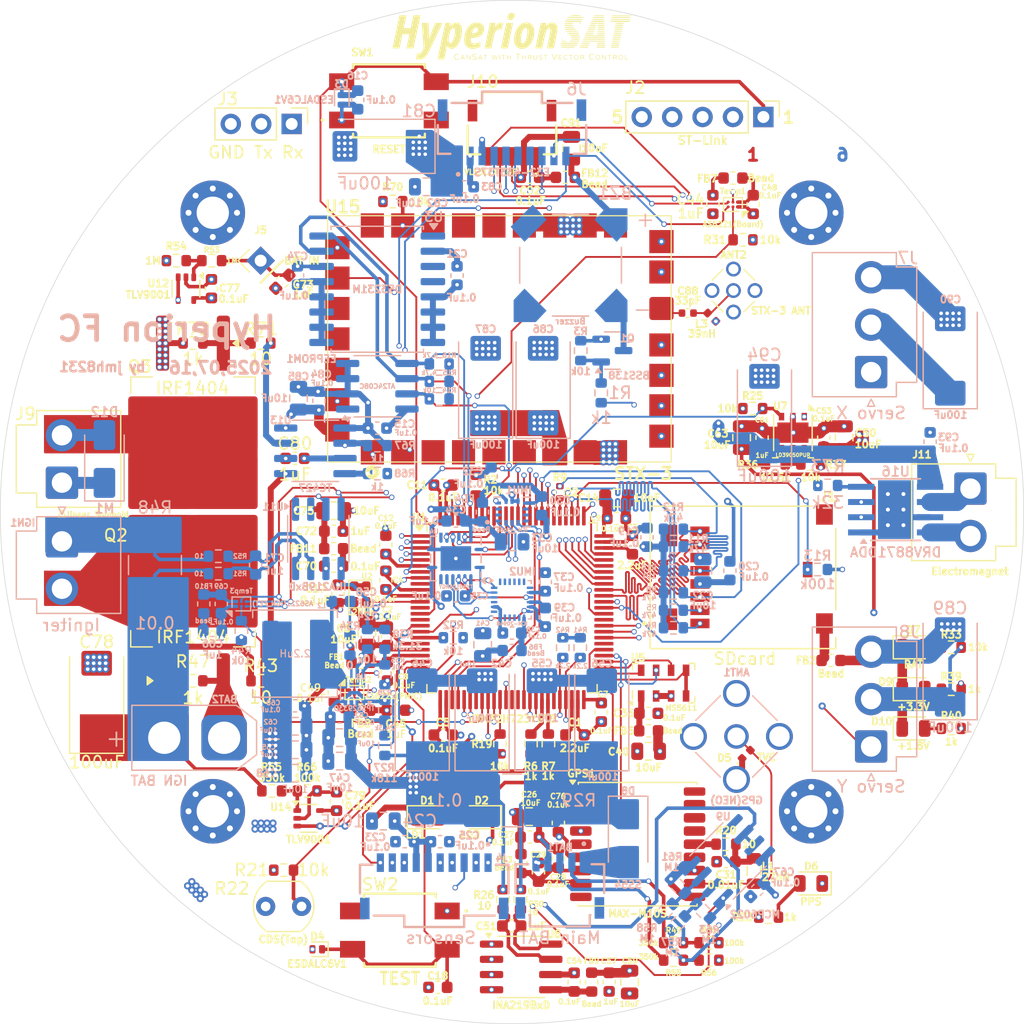
<source format=kicad_pcb>
(kicad_pcb (version 20241229) (generator "pcbnew") (generator_version "9.0")
  (title_block (title "Hyperion Flight-Computer") (date "2025-07-08") (rev "1.0") (company "Robotics"))
  (layers (0 "F.Cu" signal) (4 "In1.Cu" signal) (6 "In2.Cu" signal) (8 "In3.Cu" signal) (10 "In4.Cu" signal) (2 "B.Cu" signal) (13 "F.Paste" user) (15 "B.Paste" user) (5 "F.SilkS" user "F.Silkscreen") (7 "B.SilkS" user "B.Silkscreen") (1 "F.Mask" user) (3 "B.Mask" user) (25 "Edge.Cuts" user))
  (net 0 "")
  (net 1 "GND")
  (net 2 "Net-(ANT1-In)")
  (net 3 "Net-(ANT2-In)")
  (net 4 "Net-(C31-Pad1)")
  (net 5 "+BATT")
  (net 6 "CR2032_BAT")
  (net 7 "+3.3V")
  (net 8 "Net-(BZ1-+)")
  (net 9 "Net-(C1-Pad1)")
  (net 10 "ADC_VREF")
  (net 11 "Net-(C3-Pad1)")
  (net 12 "Net-(FB2-Pad2)")
  (net 13 "NRST")
  (net 14 "Test_Button")
  (net 15 "Net-(GPS1-VCC)")
  (net 16 "Net-(IMU1-VDD)")
  (net 17 "+1V8")
  (net 18 "Net-(U5-VDD)")
  (net 19 "Net-(IMU2-VDD)")
  (net 20 "Net-(IMU2-REGOUT)")
  (net 21 "+12V")
  (net 22 "Net-(Temp1-VDD)")
  (net 23 "Net-(Temp2-VDD)")
  (net 24 "/PMIC/INA_P")
  (net 25 "/PMIC/INA_N")
  (net 26 "Net-(U6-VS)")
  (net 27 "/PMIC/ina_P")
  (net 28 "Net-(U8-BST)")
  (net 29 "Net-(U8-SW)")
  (net 30 "Net-(C58-Pad1)")
  (net 31 "INA1_N")
  (net 32 "INA1_P")
  (net 33 "Net-(J11-Pin_2)")
  (net 34 "Net-(J11-Pin_1)")
  (net 35 "Net-(D1-A)")
  (net 36 "Net-(D2-A)")
  (net 37 "Net-(D6-A)")
  (net 38 "Net-(D7-A)")
  (net 39 "Net-(BAT1-Pin_1)")
  (net 40 "Net-(D9-A)")
  (net 41 "Net-(D10-A)")
  (net 42 "MMC5983MA_MOSI")
  (net 43 "EEPROM_WP")
  (net 45 "EEPROM_SDA")
  (net 46 "EEPROM_SCL")
  (net 47 "GPS_PPS")
  (net 49 "GPS_Rx")
  (net 55 "GPS_Tx")
  (net 57 "Net-(GPS1-VCC_RF)")
  (net 58 "Net-(IGN1-Pin_2)")
  (net 59 "/PMIC/ina1_N")
  (net 61 "ICM-45686_INT")
  (net 63 "ICM-45686_MISO")
  (net 65 "ICM-45686_CS")
  (net 66 "ICM-45686_SCK")
  (net 69 "ICM-45686_MOSI")
  (net 71 "IMU2_INT")
  (net 73 "IMU2_MISO")
  (net 79 "IMU2_SCK")
  (net 81 "IMU2_CS")
  (net 84 "IMU2_MOSI")
  (net 88 "/Processor/SDMMC_CLK1")
  (net 89 "SDMMC_D1")
  (net 90 "SDMMC_D2")
  (net 91 "SDMMC_D0")
  (net 92 "SDMMC_D3")
  (net 93 "SDMMC_DET")
  (net 94 "SDMMC_CMD")
  (net 95 "ST-Link_SWCLK")
  (net 96 "ST-Link_SWDIO")
  (net 97 "Debug_Tx")
  (net 98 "Debug_Rx")
  (net 99 "RF_Tx")
  (net 100 "RF_Rx")
  (net 101 "Servo_X")
  (net 102 "Servo_Y")
  (net 103 "CDS_Bottom")
  (net 104 "MMC5983MA_SCK")
  (net 105 "Net-(J10-Pin_1)")
  (net 106 "Net-(Q1-G)")
  (net 107 "Net-(Q2-G)")
  (net 108 "Net-(Q3-G)")
  (net 109 "Buzzer")
  (net 110 "BOOT0")
  (net 111 "Debug_LED1")
  (net 112 "Debug_LED2")
  (net 113 "SDMMC_CLK")
  (net 114 "MMC5983MA_CS")
  (net 115 "MMC5983MA_MISO")
  (net 116 "3V3PMIC_PG")
  (net 117 "1V8PMIC_PG")
  (net 118 "3V3PMIC_EN")
  (net 119 "Board_TEMP_INT")
  (net 120 "PMIC_TEMP_INT")
  (net 121 "Net-(U8-FB)")
  (net 122 "Net-(U7-ADJ)")
  (net 123 "AS6221_SDA")
  (net 124 "AS6221_SCL")
  (net 125 "IGN1_Gate")
  (net 126 "I2C4_SCL")
  (net 127 "BAT2(8.7V)")
  (net 128 "BAT2")
  (net 129 "BAT1")
  (net 130 "BAT1(4.35V)")
  (net 131 "Net-(U9A--)")
  (net 132 "Net-(U9A-+)")
  (net 133 "Main_Cell2_ADC")
  (net 134 "I2C4_SDA")
  (net 135 "IGN_FET_TEMP_INT")
  (net 136 "IGN1_Signal")
  (net 139 "Solenoid_Signal")
  (net 140 "STX-3_EN")
  (net 141 "Solenoid_Gate")
  (net 142 "CDS_Top")
  (net 144 "RF_RST")
  (net 145 "RF_M0")
  (net 146 "RF_M1")
  (net 151 "MCU_12MHz")
  (net 157 "ICM-20948_CS")
  (net 159 "ICM-20948_INT")
  (net 160 "ICM-20948_MOSI")
  (net 161 "ICM-20948_MISO")
  (net 163 "ICM-20948_SCK")
  (net 164 "Barometer_CS")
  (net 165 "Barometer_SCK")
  (net 166 "Barometer_MISO")
  (net 167 "Barometer_MOSI")
  (net 168 "Main_Cell1_ADC")
  (net 169 "Back-up_BAT_ADC")
  (net 172 "IGN_BAT_ADC")
  (net 173 "STX-3_CTS")
  (net 174 "STX-3_Tx")
  (net 175 "STX-3_Rx")
  (net 176 "STX-3_Reset")
  (net 177 "STX-3_RST")
  (net 178 "DRV8871_B")
  (net 179 "DRV8871_A")
  (net 180 "MMC5983MA_INT")
  (net 181 "TOF_XSHUT")
  (net 183 "Net-(Temp3-VDD)")
  (net 184 "Net-(D12-A)")
  (net 187 "Net-(U11-VS)")
  (net 188 "Net-(U15-RFOUT)")
  (net 189 "Net-(U12-+)")
  (net 190 "Net-(U14-+)")
  (net 191 "Net-(U16-ILIM)")
  (footprint "Capacitor_SMD:C_0805_2012Metric" (layer "F.Cu") (at 139.180001 93.785 90)
    (property "Reference" "C63")
    (property "Value" "10uF")
  )
  (footprint "Resistor_SMD:R_0603_1608Metric" (layer "F.Cu") (at 100.92 129.92)
    (property "Reference" "R21")
    (property "Value" "10k")
  )
  (footprint "Diode_SMD:D_0402_1005Metric" (layer "F.Cu") (at 139.567053 120.242947 45)
    (property "Reference" "D5")
    (property "Value" "TVC")
  )
  (footprint "Resistor_SMD:R_0603_1608Metric" (layer "F.Cu") (at 119.245 132.37 90)
    (property "Reference" "R26")
    (property "Value" "10")
  )
  (footprint "Resistor_SMD:R_0603_1608Metric" (layer "F.Cu") (at 93.345 114.1)
    (property "Reference" "R47")
    (property "Value" "1k")
  )
  (footprint "Capacitor_SMD:C_0603_1608Metric" (layer "F.Cu") (at 109.46 105.695 90)
    (property "Reference" "C4")
    (property "Value" "0.1uF")
  )
  (footprint "PCB:TLSMDT3C020GLFS" (layer "F.Cu") (at 109.72 65.65)
    (property "Reference" "SW1")
    (property "Value" "RESET")
  )
  (footprint "Resistor_SMD:R_0603_1608Metric" (layer "F.Cu") (at 156.694749 118.08 180)
    (property "Reference" "R40")
    (property "Value" "1k")
  )
  (footprint "Resistor_SMD:R_0603_1608Metric" (layer "F.Cu") (at 142.000001 95.995)
    (property "Reference" "R36")
    (property "Value" "12.5k")
  )
  (footprint "Inductor_SMD:L_0603_1608Metric" (layer "F.Cu") (at 146.65 112.4 180)
    (property "Reference" "FB2")
    (property "Value" "Bead")
  )
  (footprint "Resistor_SMD:R_0603_1608Metric" (layer "F.Cu") (at 156.695 114.8 180)
    (property "Reference" "R39")
    (property "Value" "1k")
  )
  (footprint "Capacitor_SMD:C_0603_1608Metric" (layer "F.Cu") (at 109.59 110.35 90)
    (property "Reference" "C2")
    (property "Value" "0.1uF")
  )
  (footprint "Capacitor_SMD:C_0603_1608Metric" (layer "F.Cu") (at 140.89 93.785 90)
    (property "Reference" "C61")
    (property "Value" "1uF")
  )
  (footprint "Connector_Coaxial:MMCX_Molex_73415-1471_Vertical" (layer "F.Cu") (at 138.5 81.5 45)
    (property "Reference" "ANT2")
    (property "Value" "STX-3 ANT")
  )
  (footprint "Capacitor_SMD:C_0603_1608Metric" (layer "F.Cu") (at 136.78 74.31 90)
    (property "Reference" "C44")
    (property "Value" "1uF")
  )
  (footprint "PCB:STX-3" (layer "F.Cu") (at 108.33 95.01 90)
    (property "Reference" "U15")
    (property "Value" "STX-3")
  )
  (footprint "Capacitor_SMD:C_0805_2012Metric" (layer "F.Cu") (at 105.1 99.890001)
    (property "Reference" "C75")
    (property "Value" "10uF")
  )
  (footprint "Capacitor_SMD:C_0603_1608Metric" (layer "F.Cu") (at 113.805 139.71)
    (property "Reference" "C18")
    (property "Value" "0.1uF")
  )
  (footprint "Capacitor_SMD:C_0805_2012Metric" (layer "F.Cu") (at 147.75 93.79 90)
    (property "Reference" "C50")
    (property "Value" "10uF")
  )
  (footprint "PCB:SAMTEC_T1M-05-F-SH-L" (layer "F.Cu") (at 120 70.292499 180)
    (property "Reference" "J10")
    (property "Value" "VL53L1X TOF")
  )
  (footprint "Resistor_SMD:R_0603_1608Metric" (layer "F.Cu") (at 121.58 119.375 -90)
    (property "Reference" "R6")
    (property "Value" "1k")
  )
  (footprint "Resistor_SMD:R_0603_1608Metric" (layer "F.Cu") (at 102.885 123.3)
    (property "Reference" "R66")
    (property "Value" "100k")
  )
  (footprint "Capacitor_SMD:C_0603_1608Metric" (layer "F.Cu") (at 123.87 125.975 -90)
    (property "Reference" "C76")
    (property "Value" "0.1uF")
  )
  (footprint "PCB:JAE_ST1W008S4TR2000" (layer "F.Cu") (at 139.45 105.46)
    (property "Reference" "J1")
    (property "Value" "SDcard")
  )
  (footprint "Resistor_SMD:R_0603_1608Metric" (layer "F.Cu") (at 144.955 95.995)
    (property "Reference" "R37")
    (property "Value" "10k")
  )
  (footprint "Capacitor_SMD:C_0603_1608Metric" (layer "F.Cu") (at 121.5 72.04)
    (property "Reference" "C92")
    (property "Value" "0.1uF")
  )
  (footprint "Resistor_SMD:R_0603_1608Metric" (layer "F.Cu") (at 110.04 74.06)
    (property "Reference" "R70")
    (property "Value" "10k")
  )
  (footprint "Connector_PinHeader_2.54mm:PinHeader_1x03_P2.54mm_Vertical" (layer "F.Cu") (at 101.59 67.58 -90)
    (property "Reference" "J3")
    (property "Value" "GND Tx Rx")
  )
  (footprint "Resistor_SMD:R_0603_1608Metric" (layer "F.Cu") (at 93.345 85.89 180)
    (property "Reference" "R72")
    (property "Value" "1k")
  )
  (footprint "Capacitor_SMD:C_0805_2012Metric" (layer "F.Cu") (at 128.73 98.83)
    (property "Reference" "C14")
    (property "Value" "10uF")
  )
  (footprint "Capacitor_SMD:C_0603_1608Metric" (layer "F.Cu") (at 105.1 101.6)
    (property "Reference" "C72")
    (property "Value" "1uF")
  )
  (footprint "Inductor_SMD:L_0603_1608Metric" (layer "F.Cu") (at 138.46 72.1)
    (property "Reference" "FB7")
    (property "Value" "Bead")
  )
  (footprint "LED_SMD:LED_0805_2012Metric" (layer "F.Cu") (at 112.937501 125.5)
    (property "Reference" "D1")
    (property "Value" "LD1")
  )
  (footprint "Capacitor_SMD:C_0603_1608Metric" (layer "F.Cu") (at 110.315 116.56 180)
    (property "Reference" "C45")
    (property "Value" "1uF")
  )
  (footprint "Capacitor_SMD:C_0603_1608Metric" (layer "F.Cu") (at 105.46 106.85 -90)
    (property "Reference" "C17")
    (property "Value" "0.1uF")
  )
  (footprint "Capacitor_SMD:C_0603_1608Metric" (layer "F.Cu") (at 127.46 116.73 -90)
    (property "Reference" "C7")
    (property "Value" "0.1uF")
  )
  (footprint "Diode_SMD:D_SOD-882D" (layer "F.Cu") (at 103.730001 136.53 180)
    (property "Reference" "D4")
    (property "Value" "ESDALC6V1")
  )
  (footprint "Inductor_SMD:L_0805_2012Metric" (layer "F.Cu") (at 140.21 129.988679 -90)
    (property "Reference" "L1")
    (property "Value" "27nH")
  )
  (footprint "Resistor_SMD:R_0603_1608Metric" (layer "F.Cu") (at 133.495 135.98)
    (property "Reference" "R49")
    (property "Value" "350k")
  )
  (footprint "Capacitor_SMD:C_0603_1608Metric" (layer "F.Cu") (at 114.25 97.75)
    (property "Reference" "C11")
    (property "Value" "0.1uF")
  )
  (footprint "Capacitor_SMD:C_0603_1608Metric" (layer "F.Cu") (at 101.865 95.52 180)
    (property "Reference" "C80")
    (property "Value" "1uF")
  )
  (footprint "Capacitor_SMD:C_0603_1608Metric" (layer "F.Cu") (at 128.73 100.54)
    (property "Reference" "C9")
    (property "Value" "0.1uF")
  )
  (footprint "MountingHole:MountingHole_2.7mm_M2.5_Pad_Via" (layer "F.Cu") (at 95 125)
    (property "Reference" "H2" (hide yes))
    (property "Value" "MountingHole_Pad" (hide yes))
  )
  (footprint "Capacitor_SMD:C_0603_1608Metric" (layer "F.Cu") (at 100.81 80.76 45)
    (property "Reference" "C73")
    (property "Value" "1uF")
  )
  (footprint "Resistor_SMD:R_0603_1608Metric" (layer "F.Cu") (at 139.295 77.26 180)
    (property "Reference" "R31")
    (property "Value" "10k")
  )
  (footprint "LED_SMD:LED_0805_2012Metric" (layer "F.Cu") (at 153.537501 111.3)
    (property "Reference" "D7")
    (property "Value" "BAT")
  )
  (footprint "Inductor_SMD:L_0402_1005Metric" (layer "F.Cu") (at 136.682947 83.722947 -45)
    (property "Reference" "L3")
    (property "Value" "39nH")
  )
  (footprint "Connector_JST:JST_VH_B2P-VH_1x02_P3.96mm_Vertical" (layer "F.Cu") (at 82.4 97.547501 90)
    (property "Reference" "J9")
    (property "Value" "linear Solenoid")
  )
  (footprint "Resistor_SMD:R_0603_1608Metric" (layer "F.Cu") (at 141.435 133.85)
    (property "Reference" "R23")
    (property "Value" "1k")
  )
  (footprint "LED_SMD:LED_0805_2012Metric" (layer "F.Cu") (at 153.537501 118.08)
    (property "Reference" "D10")
    (property "Value" "+1.8V")
  )
  (footprint "Capacitor_SMD:C_0603_1608Metric" (layer "F.Cu") (at 123.87 128.935 -90)
    (property "Reference" "C28")
    (property "Value" "0.1uF")
  )
  (footprint "Capacitor_SMD:C_0603_1608Metric" (layer "F.Cu") (at 125.195 139.275 90)
    (property "Reference" "C54")
    (property "Value" "0.1uF")
  )
  (footprint "Capacitor_SMD:C_0603_1608Metric" (layer "F.Cu") (at 109.59 113.31 -90)
    (property "Reference" "C8")
    (property "Value" "0.1uF")
  )
  (footprint "Capacitor_Tantalum_SMD:CP_EIA-7343-43_Kemet-X" (layer "F.Cu") (at 85.3 115.7475 90)
    (property "Reference" "C78")
    (property "Value" "100uF")
  )
  (footprint "Capacitor_SMD:C_0603_1608Metric" (layer "F.Cu") (at 105.15 115.080001 90)
    (property "Reference" "C49")
    (property "Value" "0.1uF")
  )
  (footprint "PCB:ECS-TXO-2016" (layer "F.Cu") (at 107.32 106.875 -90)
    (property "Reference" "U2")
    (property "Value" "12MHz")
  )
  (footprint "Capacitor_SMD:C_0805_2012Metric" (layer "F.Cu") (at 121.440001 125.45 180)
    (property "Reference" "C26")
    (property "Value" "10uF")
  )
  (footprint "Resistor_SMD:R_0402_1005Metric" (layer "F.Cu") (at 124 98.350001 -90)
    (property "Reference" "R9")
    (property "Value" "22")
  )
  (footprint "MountingHole:MountingHole_2.7mm_M2.5_Pad_Via" (layer "F.Cu") (at 95 75)
    (property "Reference" "H1" (hide yes))
    (property "Value" "MountingHole_Pad" (hide yes))
  )
  (footprint "MountingHole:MountingHole_2.7mm_M2.5_Pad_Via" (layer "F.Cu") (at 145 75)
    (property "Reference" "H3" (hide yes))
    (property "Value" "MountingHole_Pad" (hide yes))
  )
  (footprint "Capacitor_SMD:C_0603_1608Metric" (layer "F.Cu") (at 137.875 129.211178 180)
    (property "Reference" "C31")
    (property "Value" "0.01uF")
  )
  (footprint "Capacitor_SMD:C_0805_2012Metric" (layer "F.Cu") (at 131.4125 119.9875 180)
    (property "Reference" "C40")
    (property "Value" "10uF")
  )
  (footprint "Package_TO_SOT_SMD:SOT-353_SC-70-5" (layer "F.Cu") (at 92.76 81.34 -90)
    (property "Reference" "U12")
    (property "Value" "TLV9001")
  )
  (footprint "Resistor_SMD:R_0603_1608Metric" (layer "F.Cu") (at 99.02 114.1 180)
    (property "Reference" "R43")
    (property "Value" "10")
  )
  (footprint "Package_LGA:LGA-8_3x5mm_P1.25mm" (layer "F.Cu") (at 132.665 114.295 90)
    (property "Reference" "U5")
    (property "Value" "MS5611")
  )
  (footprint "Inductor_SMD:L_0603_1608Metric" (layer "F.Cu") (at 124.4575 72.04)
    (property "Reference" "FB12")
    (property "Value" "Bead")
  )
  (footprint "Capacitor_SMD:C_0805_2012Metric" (layer "F.Cu") (at 124.96 69.610001 90)
    (property "Reference" "C91")
    (property "Value" "10uF")
  )
  (footprint "Capacitor_SMD:C_0603_1608Metric" (layer "F.Cu") (at 130.06 102.75 90)
    (property "Reference" "C3")
    (property "Value" "2.2uF")
  )
  (footprint "Resistor_SMD:R_0603_1608Metric" (layer "F.Cu") (at 99.02 85.89 180)
    (property "Reference" "R71")
    (property "Value" "10")
  )
  (footprint "Capacitor_SMD:C_0603_1608Metric" (layer "F.Cu") (at 146.040001 93.79 90)
    (property "Reference" "C53")
    (property "Value" "0.1uF")
  )
  (footprint "Capacitor_SMD:C_0603_1608Metric" (layer "F.Cu") (at 109.46 102.74 90)
    (property "Reference" "C12")
    (property "Value" "0.1uF")
  )
  (footprint "Capacitor_SMD:C_0805_2012Metric" (layer "F.Cu") (at 129.825 139.27 -90)
    (property "Reference" "C59")
    (property "Value" "10uF")
  )
  (footprint "Inductor_SMD:L_0603_1608Metric" (layer "F.Cu") (at 126.655 139.272501 90)
    (property "Reference" "FB9")
    (property "Value" "Bead")
  )
  (footprint "LED_SMD:LED_0805_2012Metric" (layer "F.Cu") (at 117.437501 125.5 180)
    (property "Reference" "D2")
    (property "Value" "LD2")
  )
  (footprint "Inductor_SMD:L_0603_1608Metric" (layer "F.Cu") (at 107.36 116.56 180)
    (property "Reference" "FB8")
    (property "Value" "Bead")
  )
  (footprint "Capacitor_SMD:C_0603_1608Metric" (layer "F.Cu") (at 125.25 118.62)
    (property "Reference" "C1")
    (property "Value" "2.2uF")
  )
  (footprint "Connector_JST:JST_VH_B2P-VH_1x02_P3.96mm_Vertical" (layer "F.Cu") (at 158.3 98.0425 -90)
    (property "Reference" "J11")
    (property "Value" "Electromagnet")
  )
  (footprint "Capacitor_SMD:C_0603_1608Metric" (layer "F.Cu") (at 128.114999 139.27 -90)
    (property "Reference" "C57")
    (property "Value" "1uF")
  )
  (footprint "Capacitor_SMD:C_0402_1005Metric" (layer "F.Cu") (at 134.68 83.38)
    (property "Reference" "C88")
    (property "Value" "33pF")
  )
  (footprint "Resistor_SMD:R_0603_1608Metric" (layer "F.Cu") (at 136.455 135.98)
    (property "Reference" "R50")
    (property "Value" "100k")
  )
  (footprint "Capacitor_SMD:C_0603_1608Metric" (layer "F.Cu") (at 121.485 127.16 180)
    (property "Reference" "C27")
    (property "Value" "0.1uF")
  )
  (footprint "Connector_PinHeader_2.54mm:PinHeader_1x05_P2.54mm_Vertical" (layer "F.Cu") (at 141 67 -90)
    (property "Reference" "J2")
    (property "Value" "ST-Link")
  )
  (footprint "Resistor_SMD:R_0603_1608Metric" (layer "F.Cu") (at 91.955 79 180)
    (property "Reference" "R54")
    (property "Value" "1M")
  )
  (footprint "PCB:TLSMDT3C020GLFS" (layer "F.Cu") (at 110.63 134.93 180)
    (property "Reference" "SW2")
    (property "Value" "TEST")
  )
  (footprint "Resistor_SMD:R_0603_1608Metric" (layer "F.Cu") (at 133.495 137.44)
    (property "Reference" "R55")
    (property "Value" "350k")
  )
  (footprint "LED_SMD:LED_0805_2012Metric" (layer "F.Cu") (at 153.537501 114.8)
    (property "Reference" "D9")
    (property "Value" "+3.3V")
  )
  (footprint "Capacitor_SMD:C_0603_1608Metric" (layer "F.Cu") (at 94.89 81.34 -90)
    (property "Reference" "C77")
    (property "Value" "0.1uF")
  )
  (footprint "Inductor_SMD:L_0603_1608Metric" (layer "F.Cu") (at 105.1 103.06 180)
    (property "Reference" "FB11")
    (property "Value" "Bead")
  )
  (footprint "Resistor_SMD:R_0603_1608Metric" (layer "F.Cu") (at 117 97.755 90)
    (property "Reference" "R2")
    (property "Value" "10k")
  )
  (footprint "Capacitor_SMD:C_0603_1608Metric" (layer "F.Cu") (at 122.21 130.095 -90)
    (property "Reference" "C29")
    (property "Value" "0.1uF")
  )
  (footprint "OptoDevice:R_LDR_5.0x4.1mm_P3mm_Vertical" (layer "F.Cu") (at 102.42 132.95 180)
    (property "Reference" "R22")
    (property "Value" "CDS(Top)")
  )
  (footprint "Package_CSP:WLCSP-6_1.4x1.0mm_P0.4mm" (layer "F.Cu") (at 138.46 74.31 180)
    (property "Reference" "Temp1")
    (property "Value" "AS6221(Board)")
  )
  (footprint "Resistor_SMD:R_0603_1608Metric" (layer "F.Cu") (at 137.875001 127.751179)
    (property "Reference" "R20")
    (property "Value" "10")
  )
  (footprint "Capacitor_SMD:C_0603_1608Metric" (layer "F.Cu") (at 131.4125 116.8175)
    (property "Reference" "C36")
    (property "Value" "0.1uF")
  )
  (footprint "Resistor_SMD:R_0603_1608Metric" (layer "F.Cu") (at 94.915 79 180)
    (property "Reference" "R53")
    (property "Value" "1M")
  )
  (footprint "Capacitor_SMD:C_0603_1608Metric" (layer "F.Cu") (at 105.1 104.52 180)
    (property "Reference" "C70")
    (property "Value" "0.1uF")
  )
  (footprint "MountingHole:MountingHole_2.7mm_M2.5_Pad_Via" (layer "F.Cu") (at 145 125)
    (property "Reference" "H4" (hide yes))
    (property "Value" "MountingHole_Pad" (hide yes))
  )
  (footprint "Resistor_SMD:R_0603_1608Metric" (layer "F.Cu") (at 136.455 137.44)
    (property "Reference" "R56")
    (property "Value" "100k")
  )
  (footprint "Capacitor_SMD:C_0603_1608Metric" (layer "F.Cu") (at 140.15 74.31 -90)
    (property "Reference" "C48")
    (property "Value" "0.1uF")
  )
  (footprint "Package_DFN_QFN:DFN-6-1EP_3x3mm_P0.95mm_EP1.7x2.6mm" (layer "F.Cu") (at 143.466001 93.369999 -90)
    (property "Reference" "U7")
    (property "Value" "LD39050PUR")
  )
  (footprint "Package_TO_SOT_SMD:TO-263-2" (layer "F.Cu") (at 93.345 93.545 -90)
    (property "Reference" "Q3")
    (property "Value" "IRF1404")
  )
  (footprint "Capacitor_SMD:C_0603_1608Metric" (layer "F.Cu") (at 119.975 134.58)
    (property "Reference" "C51")
    (property "Value" "1uF")
  )
  (footprint "Package_TO_SOT_SMD:SOT-353_SC-70-5" (layer "F.Cu") (at 103.01 125.59)
    (property "Reference" "U14")
    (property "Value" "TLV9001")
  )
  (footprint "Capacitor_SMD:C_0603_1608Metric" (layer "F.Cu") (at 114.25 118.63 180)
    (property "Reference" "C5")
    (property "Value" "0.1uF")
  )
  (footprint "Package_QFP:LQFP-100_14x14mm_P0.5mm" (layer "F.Cu") (at 120 108)
    (property "Reference" "U1")
    (property "Value" "STM32H723VGT6")
  )
  (footprint "Package_SO:SOIC-8_3.9x4.9mm_P1.27mm" (layer "F.Cu") (at 120.765 138.005)
    (property "Reference" "U6")
    (property "Value" "INA219BxD")
  )
  (footprint "Resistor_SMD:R_0603_1608Metric" (layer "F.Cu") (at 156.695 111.3 180)
    (property "Reference" "R33")
    (property "Value" "10k")
  )
  (footprint "Inductor_SMD:L_0603_1608Metric" (layer "F.Cu") (at 120.75 129.372499 -90)
    (property "Reference" "FB3")
    (property "Value" "Bead")
  )
  (footprint "Package_TO_SOT_SMD:TO-263-2" (layer "F.Cu") (at 93.345 106.445 90)
    (property "Reference" "Q2")
    (property "Value" "IRF1404")
  )
  (footprint "Resistor_SMD:R_0603_1608Metric" (layer "F.Cu") (at 119 119.375 90)
    (property "Reference" "R19")
    (property "Value" "10k")
  )
  (footprint "Capacitor_SMD:C_0603_1608Metric" (layer "F.Cu") (at 105.34 124.175 -90)
    (property "Reference" "C79")
    (property "Value" "0.1uF")
  )
  (footprint "Package_CSP:WLCSP-6_1.4x1.0mm_P0.4mm" (layer "F.Cu") (at 106.827502 115.080001)
    (property "Reference" "Temp2")
    (property "Value" "AS6221(PMIC)")
  )
  (footprint "Resistor_SMD:R_0603_1608Metric" (layer "F.Cu") (at 120.705 132.37 -90)
    (property "Reference" "R30")
    (property "Value" "10")
  )
  (footprint "Inductor_SMD:L_0603_1608Metric" (layer "F.Cu") (at 107.382499 112.56 180)
    (property "Reference" "FB1")
    (property "Value" "Bead")
  )
  (footprint "Resistor_SMD:R_0603_1608Metric" (layer "F.Cu") (at 99.925 123.3)
    (property "Reference" "R65")
    (property "Value" "350k")
  )
  (footprint "LED_SMD:LED_0805_2012Metric" (layer "F.Cu") (at 144.980001 131.03 180)
    (property "Reference" "D6")
    (property "Value" "PPS")
  )
  (footprint "LOGO" (layer "F.Cu") (at 120 60.29)
    (property "Reference" "G***" (hide yes))
    (property "Value" "LOGO" (hide yes))
  )
  (footprint "Resistor_SMD:R_0603_1608Metric" (layer "F.Cu") (at 123.04 119.375 -90)
    (property "Reference" "R7")
    (property "Value" "1k")
  )
  (footprint "RF_GPS:ublox_MAX" (layer "F.Cu") (at 130.5 127.751179)
    (property "Reference" "GPS1")
    (property "Value" "MAX-M10S")
  )
  (footprint "Inductor_SMD:L_0603_1608Metric" (layer "F.Cu") (at 131.4125 118.2775)
    (property "Reference" "FB5")
    (property "Value" "Bead")
  )
  (footprint "Resistor_SMD:R_0603_1608Metric" (layer "F.Cu") (at 140.11 91.355)
    (property "Reference" "R25")
    (property "Value" "10k")
  )
  (footprint "Connector_PinHeader_2.54mm:PinHeader_1x01_P2.54mm_Vertical" (layer "F.Cu") (at 99 79 45)
    (property "Reference" "J5")
    (property "Value" "BAT IN")
  )
  (footprint "Capacitor_SMD:C_0805_2012Metric" (layer "F.Cu") (at 107.88 110.13 90)
    (property "Reference" "C6")
    (property "Value" "10uF")
  )
  (footprint "Resistor_SMD:R_0603_1608Metric" (layer "B.Cu") (at 133.864412 131.239557 -45)
    (property "Reference" "R61")
    (property "Value" "1M")
  )
  (footprint "Capacitor_SMD:C_0603_1608Metric" (layer "B.Cu") (at 98.58 104.43 -90)
    (property "Reference" "C71")
    (property "Value" "1uF")
  )
  (footprint "Diode_SMD:D_SMA" (layer "B.Cu") (at 129.7 127.249999 -90)
    (property "Reference" "D8")
    (property "Value" "SS54")
  )
  (footprint "Inductor_SMD:L_0603_1608Metric" (layer "B.Cu") (at 120.005 111.57 180)
    (property "Reference" "FB6")
    (property "Value" "Bead")
  )
  (footprint "Inductor_SMD:L_Coilcraft_XAL6030-XXX" (layer "B.Cu") (at 101.875003 111.83 180)
    (property "Reference" "L2")
    (property "Value" "2.2uH")
  )
  (footprint "Resistor_SMD:R_0603_1608Metric" (layer "B.Cu") (at 133.485 102.89 180)
    (property "Reference" "R11")
    (property "Value" "47k")
  )
  (footprint "Resistor_SMD:R_0603_1608Metric" (layer "B.Cu") (at 113.92 87.63 180)
    (property "Reference" "R16")
    (property "Value" "4.7k")
  )
  (footprint "Connector_JST:JST_VH_B2P-VH_1x02_P3.96mm_Vertical" (layer "B.Cu") (at 82.4 102.45 -90)
    (property "Reference" "IGN1")
    (property "Value" "Igniter")
  )
  (footprint "Inductor_SMD:L_0603_1608Metric" (layer "B.Cu") (at 117.525 100 -90)
    (property "Reference" "FB4")
    (property "Value" "Bead")
  )
  (footprint "Resistor_SMD:R_2816_7142Metric" (layer "B.Cu") (at 120 124.09)
    (property "Reference" "R29")
    (property "Value" "0.1")
  )
  (footprint "Capacitor_SMD:C_0805_2012Metric" (layer "B.Cu") (at 112.84 72.83 180)
    (property "Reference" "C82")
    (property "Value" "10uF")
  )
  (footprint "Capacitor_SMD:C_0603_1608Metric" (layer "B.Cu") (at 105.715001 107.47 180)
    (property "Reference" "C58")
    (property "Value" "0.1uF")
  )
  (footprint "Package_SO:SOIC-8_3.9x4.9mm_P1.27mm" (layer "B.Cu") (at 103.57 94.89 180)
    (property "Reference" "U13")
    (property "Value" "TC427")
  )
  (footprint "Capacitor_SMD:C_0805_2012Metric" (layer "B.Cu") (at 102.16 90.49 90)
    (property "Reference" "C85")
    (property "Value" "10uF")
  )
  (footprint "Capacitor_SMD:C_0603_1608Metric" (layer "B.Cu") (at 122.78 105.84 -90)
    (property "Reference" "C37")
    (property "Value" "0.1uF")
  )
  (footprint "Capacitor_SMD:C_0603_1608Metric" (layer "B.Cu") (at 140.479396 131.575433 45)
    (property "Reference" "C67")
    (property "Value" "0.1uF")
  )
  (footprint "Capacitor_Tantalum_SMD:CP_EIA-7343-43_Kemet-X" (layer "B.Cu") (at 156.61 86.9625 90)
    (property "Reference" "C90")
    (property "Value" "100uF")
  )
  (footprint "Package_SO:SOIC-16W_7.5x10.3mm_P1.27mm" (layer "B.Cu") (at 108.74 81.39 180)
    (property "Reference" "U3")
    (property "Value" "DS3231M")
  )
  (footprint "Resistor_SMD:R_0603_1608Metric" (layer "B.Cu") (at 109.375001 110.635 -90)
    (property "Reference" "R38")
    (property "Value" "31.3k")
  )
  (footprint "Capacitor_SMD:C_0603_1608Metric" (layer "B.Cu") (at 118.26 97.025 -90)
    (property "Reference" "C32")
    (property "Value" "0.1uF")
  )
  (footprint "Package_TO_SOT_SMD:SOT-583-8" (layer "B.Cu") (at 106.827502 115.080001 90)
    (property "Reference" "U8")
    (property "Value" "TPS62933O")
  )
  (footprint "Resistor_SMD:R_0603_1608Metric" (layer "B.Cu") (at 124.24 111.33 -90)
    (property "Reference" "R42")
    (property "Value" "2.2k")
  )
  (footprint "Capacitor_Tantalum_SMD:CP_EIA-7343-43_Kemet-X" (layer "B.Cu") (at 127.5 117.2075 90)
    (property "Reference" "C56")
    (property "Value" "100uF")
  )
  (footprint "Sensor_Motion:InvenSense_QFN-24_3x3mm_P0.4mm" (layer "B.Cu") (at 120.005 107.33 -90)
    (property "Reference" "IMU2")
    (property "Value" "ICM-20948")
  )
  (footprint "Capacitor_SMD:C_0603_1608Metric" (layer "B.Cu") (at 107.11 65.57 90)
    (property "Reference" "C16")
    (property "Value" "0.1uF")
  )
  (footprint "Diode_SMD:D_SMA" (layer "B.Cu") (at 85.95 95.5675 90)
    (property "Reference" "D12")
    (property "Value" "M1")
  )
  (footprint "Capacitor_SMD:C_0805_2012Metric" (layer "B.Cu") (at 120.005 102.49)
    (property "Reference" "C33")
    (property "Value" "10uF")
  )
  (footprint "Resistor_SMD:R_0603_1608Metric" (layer "B.Cu") (at 133.485 109.67 180)
    (property "Reference" "R4")
    (property "Value" "47k")
  )
  (footprint "Capacitor_SMD:C_0603_1608Metric" (layer "B.Cu") (at 122.78 108.795 90)
    (property "Reference" "C39")
    (property "Value" "0.1uF")
  )
  (footprint "Resistor_SMD:R_0603_1608Metric" (layer "B.Cu") (at 109.375002 116.555001 90)
    (property "Reference" "R28")
    (property "Value" "24.3k")
  )
  (footprint "Capacitor_SMD:C_0603_1608Metric" (layer "B.Cu") (at 138.2 104.9 90)
    (property "Reference" "C20")
    (property "Value" "0.1uF")
  )
  (footprint "Resistor_SMD:R_0603_1608Metric" (layer "B.Cu") (at 133.485 108.21 180)
    (property "Reference" "R5")
    (property "Value" "47k")
  )
  (footprint "Capacitor_SMD:C_0603_1608Metric" (layer "B.Cu") (at 95.71 107.68 -90)
    (property "Reference" "C69")
    (property "Value" "0.1uF")
  )
  (footprint "PCB:IC_ICM-45686" (layer "B.Cu") (at 120.005 100)
    (property "Reference" "IMU1")
    (property "Value" "ICM-45686")
  )
  (footprint "Capacitor_Tantalum_SMD:CP_EIA-7343-43_Kemet-X" (layer "B.Cu") (at 122.5 117.2075 90)
    (property "Reference" "C55")
    (property "Value" "100uF")
  )
  (footprint "Resistor_SMD:R_0603_1608Metric" (layer "B.Cu") (at 108.75 94.45 180)
    (property "Reference" "R67")
    (property "Value" "1k")
  )
  (footprint "Capacitor_SMD:C_0805_2012Metric" (layer "B.Cu") (at 101.875003 121.82)
    (property "Reference" "C68")
    (property "Value" "10uF")
  )
  (footprint "Capacitor_SMD:C_0603_1608Metric" (layer "B.Cu") (at 102.08 80.24 90)
    (property "Reference" "C74")
    (property "Value" "0.1uF")
  )
  (footprint "Capacitor_SMD:C_0603_1608Metric" (layer "B.Cu") (at 120.005 110.11)
    (property "Reference" "C38")
    (property "Value" "0.1uF")
  )
  (footprint "Capacitor_SMD:C_0805_2012Metric" (layer "B.Cu") (at 117.55 111.08 90)
    (property "Reference" "C41")
    (property "Value" "10uF")
  )
  (footprint "Capacitor_SMD:C_0805_2012Metric" (layer "B.Cu") (at 101.875003 117.9)
    (property "Reference" "C62")
    (property "Value" "10uF")
  )
  (footprint "Capacitor_SMD:C_0603_1608Metric" (layer "B.Cu") (at 94.98 109.89 180)
    (property "Reference" "C66")
    (property "Value" "1uF")
  )
  (footprint "Connector_JST:JST_VH_B3P-VH_1x03_P3.96mm_Vertical" (layer "B.Cu") (at 150 88.31 90)
    (property "Reference" "J7")
    (property "Value" "Servo X")
  )
  (footprint "Resistor_SMD:R_0603_1608Metric" (layer "B.Cu") (at 95.465 105.15)
    (property "Reference" "R51")
    (property "Value" "10")
  )
  (footprint "Capacitor_SMD:C_0603_1608Metric" (layer "B.Cu") (at 113.995 127.54)
    (property "Reference" "C25")
    (property "Value" "0.1uF")
  )
  (footprint "Capacitor_SMD:C_0603_1608Metric" (layer "B.Cu") (at 105.595001 117.13 180)
    (property "Reference" "C52")
    (property "Value" "0.1uF")
  )
  (footprint "Resistor_SMD:R_0603_1608Metric" (layer "B.Cu") (at 109.375003 113.595 -90)
    (property "Reference" "R35")
    (property "Value" "10k")
  )
  (footprint "Resistor_SMD:R_0603_1608Metric" (layer "B.Cu") (at 127.45 90.045 90)
    (property "Reference" "R1")
    (property "Value" "1k")
  )
  (footprint "Diode_SMD:D_SOD-882D" (layer "B.Cu") (at 105.78 65.57 -90)
    (property "Reference" "D3")
    (property "Value" "ESDALC6V1")
  )
  (footprint "Package_CSP:WLCSP-6_1.4x1.0mm_P0.4mm" (layer "B.Cu") (at 97.39 107.68)
    (property "Reference" "Temp3")
    (property "Value" "AS6221(IGN_FET)")
  )
  (footprint "Resistor_SMD:R_0603_1608Metric" (layer "B.Cu") (at 145.525 104.8)
    (property "Reference" "R13")
    (property "Value" "100k")
  )
  (footprint "Resistor_SMD:R_0603_1608Metric" (layer "B.Cu") (at 133.485 106.75 180)
    (property "Reference" "R8")
    (property "Value" "47k")
  )
  (footprint "Inductor_SMD:L_0603_1608Metric" (layer "B.Cu") (at 94.25 107.68 90)
    (property "Reference" "FB10")
    (property "Value" "Bead")
  )
  (footprint "Capacitor_SMD:C_0603_1608Metric" (layer "B.Cu") (at 101.875003 116.19)
    (property "Reference" "C60")
    (property "Value" "0.1uF")
  )
  (footprint "Capacitor_SMD:C_0603_1608Metric" (layer "B.Cu") (at 115.41 80.24 90)
    (property "Reference" "C21")
    (property "Value" "0.1uF")
  )
  (footprint "Capacitor_SMD:C_0603_1608Metric" (layer "B.Cu") (at 122.48 99.485 90)
    (property "Reference" "C30")
    (property "Value" "0.1uF")
  )
  (footprint "Resistor_SMD:R_0603_1608Metric" (layer "B.Cu") (at 133.864412 134.357898 45)
    (property "Reference" "R57")
    (property "Value" "1M")
  )
  (footprint "Resistor_SMD:R_0603_1608Metric" (layer "B.Cu") (at 132.832036 133.325522 45)
    (property "Reference" "R58")
    (property "Value" "1M")
  )
  (footprint "Resistor_SMD:R_0603_1608Metric" (layer "B.Cu") (at 97.39 109.905 90)
    (property "Reference" "R44")
    (property "Value" "10k")
  )
  (footprint "Package_DFN_QFN:Texas_RGY_R-PVQFN-N16_EP2.05x2.55mm" (layer "B.Cu") (at 115.31 103.88 90)
    (property "Reference" "U4")
    (property "Value" "TXB0106RGY")
  )
  (footprint "Package_SO:SOIC-8_3.9x4.9mm_P1.27mm" (layer "B.Cu") (at 138.046949 129.157128 45)
    (property "Reference" "U9")
    (property "Value" "MCP6022")
  )
  (footprint "Capacitor_SMD:C_0805_2012Metric" (layer "B.Cu") (at 135.94 104.91 90)
    (property "Reference" "C22")
    (property "Value" "10uF")
  )
  (footprint "Resistor_SMD:R_0603_1608Metric" (layer "B.Cu") (at 113.92 90.55 180)
    (property "Reference" "R14")
    (property "Value" "10k")
  )
  (footprint "Capacitor_SMD:C_0805_2012Metric" (layer "B.Cu") (at 109.25 125.82 180)
    (property "Reference" "C24")
    (property "Value" "10uF")
  )
  (footprint "Capacitor_Tantalum_SMD:CP_EIA-7343-43_Kemet-X" (layer "B.Cu") (at 122.6 89.4375 90)
    (property "Reference" "C86")
    (property "Value" "100uF")
  )
  (footprint "Capacitor_SMD:C_0805_2012Metric" (layer "B.Cu") (at 105.600001 118.85 180)
    (property "Reference" "C43")
    (property "Value" "10uF")
  )
  (footprint "Capacitor_SMD:C_0603_1608Metric" (layer "B.Cu") (at 103.87 90.71 90)
    (property "Reference" "C84")
    (property "Value" "0.1uF")
  )
  (footprint "Resistor_SMD:R_2816_7142Metric" (layer "B.Cu") (at 90.17 104.43 90)
    (property "Reference" "R48")
    (property "Value" "0.01")
  )
  (footprint "Resistor_SMD:R_0603_1608Metric" (layer "B.Cu") (at 135.957448 133.332594 -45)
    (property "Reference" "R63")
    (property "Value" "1M")
  )
  (footprint "Resistor_SMD:R_0603_1608Metric" (layer "B.Cu") (at 133.485 104.91 180)
    (property "Reference" "R10")
    (property "Value" "10k")
  )
  (footprint "Capacitor_SMD:C_0603_1608Metric" (layer "B.Cu") (at 154.93 94.125 90)
    (property "Reference" "C93")
    (property "Value" "0.1uF")
  )
  (footprint "Capacitor_Tantalum_SMD:CP_EIA-7343-43_Kemet-X" (layer "B.Cu") (at 109.1575 69.45 180)
    (property "Reference" "C81")
    (property "Value" "100uF")
  )
  (footprint "Resistor_SMD:R_0603_1608Metric" (layer "B.Cu") (at 108.755 96.79 180)
    (property "Reference" "R68")
    (property "Value" "1k")
  )
  (footprint "Resistor_SMD:R_0603_1608Metric" (layer "B.Cu") (at 106.46 111.125 -90)
    (property "Reference" "R34")
    (property "Value" "0")
  )
  (footprint "Capacitor_SMD:C_0805_2012Metric" (layer "B.Cu") (at 101.875003 119.86)
    (property "Reference" "C65")
    (property "Value" "10uF")
  )
  (footprint "Resistor_SMD:R_0603_1608Metric" (layer "B.Cu") (at 146.375 97.78 180)
    (property "Reference" "R73")
    (property "Value" "32k")
  )
  (footprint "Resistor_SMD:R_0603_1608Metric" (layer "B.Cu") (at 133.485001 101.430002 180)
    (property "Reference" "R12")
    (property "Value" "47k")
  )
  (footprint "Capacitor_Tantalum_SMD:CP_EIA-7343-43_Kemet-X" (layer "B.Cu") (at 117.5 117.2075 90)
    (property "Reference" "C42")
    (property "Value" "100uF")
  )
  (footprint "Capacitor_SMD:C_0603_1608Metric" (layer "B.Cu") (at 115.31 100.75)
    (property "Reference" "C34")
    (property "Value" "0.1uF")
  )
  (footprint "Package_SO:SOIC-8_3.9x4.9mm_P1.27mm" (layer "B.Cu") (at 108.745 89.495)
    (property "Reference" "EEPROM1")
    (property "Value" "AT24C08C")
  )
  (footprint "Package_SO:Texas_HTSOP-8-1EP_3.9x4.9mm_P1.27mm_EP2.95x4.9mm_Mask2.4x3.1mm_ThermalVias" (layer "B.Cu") (at 152.05 99.8)
    (property "Reference" "U16")
    (property "Value" "DRV8871DDA")
  )
  (footprint "Resistor_SMD:R_0603_1608Metric" (layer "B.Cu") (at 125.7 111.33 -90)
    (property "Reference" "R41")
    (property "Value" "2.2k")
  )
  (footprint "Capacitor_SMD:C_0603_1608Metric" (layer "B.Cu") (at 108.745 92.995 180)
    (property "Reference" "C15")
    (property "Value" "0.1uF")
  )
  (footprint "Capacitor_SMD:C_0603_1608Metric" (layer "B.Cu") (at 116.02 72.83)
    (property "Reference" "C83")
    (property "Value" "0.1uF")
  )
  (footprint "Connector_Coaxial:SMA_Amphenol_132134-11_Vertical" (layer "B.Cu") (at 138.75 118.75 -135)
    (property "Reference" "ANT1")
    (property "Value" "GPS(NEO)")
  )
  (footprint "Resistor_SMD:R_0603_1608Metric" (layer "B.Cu") (at 95.465001 103.690001 180)
    (property "Reference" "R52")
    (property "Value" "10")
  )
  (footprint "Package_TO_SOT_SMD:SOT-23" (layer "B.Cu") (at 128.382499 86.515)
    (property "Reference" "Q1")
    (property "Value" "BSS138")
  )
  (footprint "Resistor_SMD:R_0603_1608Metric" (layer "B.Cu") (at 113.92 89.09 180)
    (property "Reference" "R15")
    (property "Value" "4.7k")
  )
  (footprint "PCB:SAMTEC_T1M-05-F-SH-L" (layer "B.Cu") (at 124 129.25 180)
    (property "Reference" "BAT1")
    (property "Value" "Main BAT")
  )
  (footprint "Capacitor_SMD:C_0805_2012Metric" (layer "B.Cu") (at 105.600002 120.81 180)
    (property "Reference" "C47")
    (property "Value" "10uF")
  )
  (footprint "Connector_AMASS:AMASS_XT30U-M_1x02_P5.0mm_Vertical" (layer "B.Cu") (at 95.95 118.86 180)
    (property "Reference" "BAT2")
    (property "Value" "IGN BAT")
  )
  (footprint "Capacitor_Tantalum_SMD:CP_EIA-7343-43_Kemet-X" (layer "B.Cu") (at 117.8 89.437501 90)
    (property "Reference" "C87")
    (property "Value" "100uF")
  )
  (footprint "Capacitor_Tantalum_SMD:CP_EIA-7343-43_Kemet-X" (layer "B.Cu") (at 141.09 91.7775 90)
    (property "Reference" "C94")
    (property "Value" "100uF")
  )
  (footprint "Connector_JST:JST_VH_B3P-VH_1x03_P3.96mm_Vertical" (layer "B.Cu") (at 150 119.59 90)
    (property "Reference" "J8")
    (property "Value" "Servo Y")
  )
  (footprint "Capacitor_SMD:C_0603_1608Metric" (layer "B.Cu") (at 111.04 127.54 180)
    (property "Reference" "C23")
    (property "Value" "0.1uF")
  )
  (footprint "Resistor_SMD:R_0603_1608Metric" (layer "B.Cu") (at 115.09 110.5 180)
    (property "Reference" "R32")
    (property "Value" "10k")
  )
  (footprint "PCB:XDCR_SMTB-0827-TW-R" (layer "B.Cu") (at 124.89 79.38 180)
    (property "Reference" "BZ1")
    (property "Value" "Buzzer")
  )
  (footprint "Capacitor_Tantalum_SMD:CP_EIA-7343-43_Kemet-X" (layer "B.Cu") (at 112.5 117.2075 90)
    (property "Reference" "C46")
    (property "Value" "100uF")
  )
  (footprint "Resistor_SMD:R_0603_1608Metric" (layer "B.Cu") (at 125.74 86.515 -90)
    (property "Reference" "R3")
    (property "Value" "10k")
  )
  (footprint "Capacitor_SMD:C_0603_1608Metric" (layer "B.Cu") (at 115.31 107.01)
    (property "Reference" "C35")
    (property "Value" "0.1uF")
  )
  (footprint "Package_SO:SOIC-8_3.9x4.9mm_P1.27mm" (layer "B.Cu") (at 103.82 102.24 -90)
    (property "Reference" "U11")
    (property "Value" "INA219BxD")
  )
  (footprint "Resistor_SMD:R_0603_1608Metric" (layer "B.Cu") (at 107.92 110.635 -90)
    (property "Reference" "R24")
    (property "Value" "10k")
  )
  (footprint "Capacitor_SMD:C_0603_1608Metric" (layer "B.Cu") (at 131.28 102.115 90)
    (property "Reference" "C19")
    (property "Value" "0.1uF")
  )
  (footprint "Resistor_SMD:R_0603_1608Metric" (layer "B.Cu") (at 109.375002 119.515 90)
    (property "Reference" "R27")
    (property "Value" "118k")
  )
  (footprint "Capacitor_Tantalum_SMD:CP_EIA-7343-43_Kemet-X" (layer "B.Cu") (at 156.6 112.9425 90)
    (property "Reference" "C89")
    (property "Value" "100uF")
  )
  (footprint "PCB:SAMTEC_T1M-10-F-SH-L-K" (layer "B.Cu") (at 113.5 129.2925 180)
    (property "Reference" "J4")
    (property "Value" "Sensors")
  )
  (footprint "PCB:SAMTEC_T1M-10-F-SH-L-K" (layer "B.Cu") (at 120 70.25)
    (property "Reference" "J6")
    (property "Value" "E32-433T37S")
  )
  (gr_rect (start 81 105) (end 89.5 107.75) (stroke (width 0.2)) (fill yes) (layer "F.Cu") (net 58))
  (gr_rect (start 116.6 91.59) (end 123.85 93.56) (stroke (width 0.2)) (fill yes) (layer "F.Cu") (net 7))
  (gr_poly (pts (xy 83.828837 107.73) (xy 88.13 109.53) (xy 88.13 107.73)) (stroke (width 0.2)) (fill yes) (layer "F.Cu") (net 58))
  (gr_poly (pts (xy 94.2 117.55) (xy 95.45 114.35) (xy 96.3 114.35) (xy 97.7 117.55)) (stroke (width 0.2)) (fill yes) (layer "F.Cu") (net 1))
  (gr_poly (pts (xy 122.62 93.42) (xy 122.62 96) (xy 124.52 96) (xy 124.52 94.01) (xy 123.85 91.59) (xy 122.62 91.59)) (stroke (width 0.2)) (fill yes) (layer "F.Cu") (net 7))
  (gr_rect (start 148.8 93.3) (end 149.7 94.2) (stroke (width 0.2)) (fill yes) (layer "F.Cu") (net 7))
  (gr_poly (pts (xy 84.02 104.97) (xy 88.1 100.38) (xy 88.1 104.97)) (stroke (width 0.2)) (fill yes) (layer "F.Cu") (net 58))
  (gr_rect (start 81 92) (end 88.5 95) (stroke (width 0.2)) (fill yes) (layer "F.Cu") (net 184))
  (gr_rect (start 84 117) (end 92.9 120.7) (stroke (width 0.2)) (fill yes) (layer "F.Cu") (net 5))
  (gr_poly (pts (xy 147.95 94.35) (xy 148.8 93.75) (xy 149.7 93.75) (xy 149.7 95.15) (xy 147.95 95.15)) (stroke (width 0.2)) (fill yes) (layer "F.Cu") (net 7))
  (gr_rect (start 99.25 109.25) (end 101.5 122.5) (stroke (width 0.2)) (fill yes) (layer "B.Cu") (net 7))
  (gr_poly (pts (xy 153.95 97.7) (xy 153.95 95.1) (xy 155.3 95.1) (xy 155.9 97.7)) (stroke (width 0.2)) (fill yes) (layer "B.Cu") (net 5))
  (gr_rect (start 87.98 105.54) (end 92.9 120.7) (stroke (width 0.2)) (fill yes) (layer "B.Cu") (net 5))
  (gr_poly (pts (xy 128 124.09277) (xy 130.496617 124.09277) (xy 130.496617 126.399436) (xy 128.865914 126.399436) (xy 128 125.75)) (stroke (width 0.2)) (fill yes) (layer "B.Cu") (net 27))
  (gr_poly (pts (xy 115.2 69.475) (xy 113.3 72.125) (xy 113.3 73.55) (xy 115.8 73.55) (xy 115.8 69.475)) (stroke (width 0.2)) (fill yes) (layer "B.Cu") (net 21))
  (gr_rect (start 81.1 100.5) (end 92.3 103.3) (stroke (width 0.2)) (fill yes) (layer "B.Cu") (net 59))
  (gr_poly (pts (xy 106.125 114.65) (xy 103.225 114.65) (xy 103.225 109.1) (xy 104.6 109.1) (xy 105.3 110.551852) (xy 105.3 112.467105) (xy 106.125 113.85658)) (stroke (width 0.2)) (fill yes) (layer "B.Cu") (net 29))
  (gr_poly (pts (xy 113.3 72.125) (xy 111.225 70.725) (xy 111.225 68.175) (xy 113.3 68.175) (xy 115.2 69.475)) (stroke (width 0.2)) (fill yes) (layer "B.Cu") (net 21))
  (gr_rect (start 121.25 119.25) (end 128.75 126) (stroke (width 0.2)) (fill yes) (layer "B.Cu") (net 27))
  (gr_rect (start 139.95 94.55) (end 155.25 95.8) (stroke (width 0.2)) (fill yes) (layer "B.Cu") (net 5))
  (gr_rect (start 111.25 119.25) (end 118.75 126) (stroke (width 0.2)) (fill yes) (layer "B.Cu") (net 21))
  (gr_poly (pts (xy 125.75 130) (xy 129 130.5) (xy 130.5 130.5) (xy 130.5 128) (xy 129 128) (xy 125.75 128.5)) (stroke (width 0.2)) (fill yes) (layer "B.Cu") (net 39))
  (gr_circle (center 120 100) (end 162.75 100) (stroke (width 0.05)) (fill no) (layer "Edge.Cuts"))
  (gr_text "1" (at 139.5 70.75 0) (layer "F.Cu") (effects (font (size 1 1) (thickness 0.25) (bold yes)) (justify left bottom)))
  (gr_text "6" (at 148.25 70.75 0) (layer "B.Cu") (effects (font (size 1 1) (thickness 0.25) (bold yes)) (justify left bottom mirror)))
  (gr_text "1" (at 142.5 67.6 0) (layer "F.SilkS") (effects (font (size 1 1) (thickness 0.2) (bold yes)) (justify left bottom)))
  (gr_text "5" (at 128.2 67.6 0) (layer "F.SilkS") (effects (font (size 1 1) (thickness 0.2) (bold yes)) (justify left bottom)))
  (gr_text "Hyperion FC" (at 100.51 85.87 0) (layer "B.SilkS") (effects (font (size 2 2) (thickness 0.4) (bold yes)) (justify left bottom mirror)))
  (gr_text "by jmh8231" (at 89.48 88.35 0) (layer "B.SilkS") (effects (font (size 0.8 0.8) (thickness 0.2) (bold yes)) (justify left bottom mirror)))
  (gr_text "2025,07,16" (at 100.09 88.54 0) (layer "B.SilkS") (effects (font (size 1 1) (thickness 0.25) (bold yes)) (justify left bottom mirror)))
  (segment (start 114.5 98.275) (end 115.025 97.75) (width 0.3) (layer "F.Cu") (net 1))
  (segment (start 123.26 128.16) (end 122.26 127.16) (width 0.5) (layer "F.Cu") (net 1))
  (segment (start 152.6 118.08) (end 152.6 111.3) (width 0.8) (layer "F.Cu") (net 1))
  (segment (start 138.46 74.110001) (end 138.46 73.26) (width 0.1565) (layer "F.Cu") (net 1))
  (segment (start 92.76 80.92) (end 93.01 81.17) (width 0.3) (layer "F.Cu") (net 1))
  (segment (start 135.25 132.151179) (end 134.35 132.151179) (width 0.5) (layer "F.Cu") (net 1))
  (segment (start 93.01 81.17) (end 94.285 81.17) (width 0.3) (layer "F.Cu") (net 1))
  (segment (start 114.54175 97.75) (end 114.53175 97.76) (width 0.3) (layer "F.Cu") (net 1))
  (segment (start 146.215 92.840001) (end 146.0525 93.0025) (width 1) (layer "F.Cu") (net 1))
  (segment (start 94.285 81.17) (end 94.89 80.565) (width 0.3) (layer "F.Cu") (net 1))
  (segment (start 138.46 73.26) (end 138.45 73.25) (width 0.1565) (layer "F.Cu") (net 1))
  (segment (start 105.46 107.96) (end 105.65 108.15) (width 0.5) (layer "F.Cu") (net 1))
  (segment (start 125.75 123.351179) (end 124.548821 123.351179) (width 0.5) (layer "F.Cu") (net 1))
  (segment (start 105.875 101.6) (end 105.875 100.065) (width 0.5) (layer "F.Cu") (net 1))
  (segment (start 143.466001 93.369999) (end 141.249999 93.369999) (width 1) (layer "F.Cu") (net 1))
  (segment (start 123.87 125.2) (end 122.64 125.2) (width 0.5) (layer "F.Cu") (net 1))
  (segment (start 125.5 118.09) (end 126.025 118.615) (width 0.3) (layer "F.Cu") (net 1))
  (segment (start 103.05 123.73) (end 103.48 123.3) (width 0.3) (layer "F.Cu") (net 1))
  (segment (start 123.87 128.16) (end 123.26 128.16) (width 0.5) (layer "F.Cu") (net 1))
  (segment (start 147.437501 112.4) (end 149.27 112.4) (width 0.8) (layer "F.Cu") (net 1))
  (segment (start 128.140001 95.81) (end 126.910001 95.81) (width 0.5) (layer "F.Cu") (net 1))
  (segment (start 110.76 111) (end 109.58 109.82) (width 0.3) (layer "F.Cu") (net 1))
  (segment (start 106.82 108.120001) (end 107.88 109.180001) (width 0.5) (layer "F.Cu") (net 1))
  (segment (start 126.345 118.62) (end 127.46 117.505) (width 0.3) (layer "F.Cu") (net 1))
  (segment (start 121 70.292499) (end 121 71.765) (width 0.5) (layer "F.Cu") (net 1))
  (segment (start 106.049999 99.890001) (end 106.759999 99.890001) (width 0.5) (layer "F.Cu") (net 1))
  (segment (start 150 111.67) (end 152.23 111.67) (width 0.8) (layer "F.Cu") (net 1))
  (segment (start 139.224106 120.585894) (end 139.224106 121.867996) (width 0.5) (layer "F.Cu") (net 1))
  (segment (start 106.82 107.5) (end 105.585 107.5) (width 0.5) (layer "F.Cu") (net 1))
  (segment (start 102.06 125.59) (end 102.72 125.59) (width 0.3) (layer "F.Cu") (net 1))
  (segment (start 126.910001 95.81) (end 126.110001 95.01) (width 0.5) (layer "F.Cu") (net 1))
  (segment (start 103.05 125.26) (end 103.05 123.73) (width 0.3) (layer "F.Cu") (net 1))
  (segment (start 121.03 76.0616) (end 123.57 76.0616) (width 1) (layer "F.Cu") (net 1))
  (segment (start 126.025 118.62) (end 126.345 118.62) (width 0.3) (layer "F.Cu") (net 1))
  (segment (start 123.87 124.03) (end 123.87 125.2) (width 0.5) (layer "F.Cu") (net 1))
  (segment (start 109.59 108.73) (end 109.58 108.72) (width 0.3) (layer "F.Cu") (net 1))
  (segment (start 115.91 119.47) (end 115.92 119.47) (width 0.3) (layer "F.Cu") (net 1))
  (segment (start 114.5 100.325) (end 114.5 98.275) (width 0.3) (layer "F.Cu") (net 1))
  (segment (start 118.375002 125.5) (end 118.375002 127.184998) (width 0.3) (layer "F.Cu") (net 1))
  (segment (start 129.505 99.004999) (end 129.679999 98.83) (width 0.8) (layer "F.Cu") (net 1))
  (segment (start 121 71.765) (end 120.725 72.04) (width 0.5) (layer "F.Cu") (net 1))
  (segment (start 123.57 76.0616) (end 126.11 76.061599) (width 1) (layer "F.Cu") (net 1))
  (segment (start 126.110001 95.01) (end 126.84 95.01) (width 0.5) (layer "F.Cu") (net 1))
  (segment (start 125.5 115.675) (end 125.5 118.09) (width 0.3) (layer "F.Cu") (net 1))
  (segment (start 123.24 138.64) (end 125.055 138.64) (width 0.5) (layer "F.Cu") (net 1))
  (segment (start 112.325 106.5) (end 110.68 106.5) (width 0.3) (layer "F.Cu") (net 1))
  (segment (start 143.5 93.369999) (end 145.685002 93.369999) (width 1) (layer "F.Cu") (net 1))
  (segment (start 105.725 114.880001) (end 105.15 114.305001) (width 0.3) (layer "F.Cu") (net 1))
  (segment (start 129.505 101.42) (end 130.06 101.975) (width 0.3) (layer "F.Cu") (net 1))
  (segment (start 147.75 92.840001) (end 146.215 92.840001) (width 1) (layer "F.Cu") (net 1))
  (segment (start 106.82 107.5) (end 106.82 108.120001) (width 0.5) (layer "F.Cu") (net 1))
  (segment (start 106.759999 99.890001) (end 106.77 99.88) (width 0.5) (layer "F.Cu") (net 1))
  (segment (start 122.26 127.16) (end 122.26 125.58) (width 0.5) (layer "F.Cu") (net 1))
  (segment (start 121.439998 68.660002) (end 124.96 68.660002) (width 0.5) (layer "F.Cu") (net 1))
  (segment (start 114 115.675) (end 114 118.11) (width 0.3) (layer "F.Cu") (net 1))
  (segment (start 152.23 111.67) (end 152.6 111.3) (width 0.8) (layer "F.Cu") (net 1))
  (segment (start 108.274999 109.575) (end 107.88 109.180001) (width 0.8) (layer "F.Cu") (net 1))
  (segment (start 113.475 118.63) (end 114.315 119.47) (width 0.3) (layer "F.Cu") (net 1))
  (segment (start 104.535002 114.305001) (end 102.650003 116.19) (width 0.5) (layer "F.Cu") (net 1))
  (segment (start 127.64 95.81) (end 126.84 95.01) (width 0.5) (layer "F.Cu") (net 1))
  (segment (start 114.315 119.47) (end 115.91 119.47) (width 0.3) (layer "F.Cu") (net 1))
  (segment (start 115.025 97.75) (end 114.54175 97.75) (width 0.3) (layer "F.Cu") (net 1))
  (segment (start 110.68 106.5) (end 109.46 105.28) (width 0.3) (layer "F.Cu") (net 1))
  (segment (start 139.180001 92.835001) (end 140.715001 92.835001) (width 1) (layer "F.Cu") (net 1))
  (segment (start 132.04 115.37) (end 133.29 115.37) (width 0.5) (layer "F.Cu") (net 1))
  (segment (start 129.505 100.54) (end 129.505 101.42) (width 0.3) (layer "F.Cu") (net 1))
  (segment (start 111.190001 124.69) (end 109.430001 124.69) (width 0.5) (layer "F.Cu") (net 1))
  (segment (start 143.466001 92.029999) (end 143.466001 93.369999) (width 0.5) (layer "F.Cu") (net 1))
  (segment (start 116.63 118.76) (end 116.63 118.75) (width 0.3) (layer "F.Cu") (net 1))
  (segment (start 92.76 80.390001) (end 92.76 80.92) (width 0.3) (layer "F.Cu") (net 1))
  (segment (start 121 69.1) (end 121.439998 68.660002) (width 0.5) (layer "F.Cu") (net 1))
  (segment (start 105.34 123.4) (end 103.81 123.4) (width 0.3) (layer "F.Cu") (net 1))
  (segment (start 109.46 105.28) (end 109.46 104.92) (width 0.3) (layer "F.Cu") (net 1))
  (segment (start 146.0525 93.0025) (end 146.040001 93.015) (width 1) (layer "F.Cu") (net 1))
  (segment (start 140.715001 92.835001) (end 140.89 93.01) (width 1) (layer "F.Cu") (net 1))
  (segment (start 105.46 107.625) (end 105.46 107.96) (width 0.5) (layer "F.Cu") (net 1))
  (segment (start 106.427502 114.880001) (end 105.725 114.880001) (width 0.3) (layer "F.Cu") (net 1))
  (segment (start 115.92 119.47) (end 116.63 118.76) (width 0.3) (layer "F.Cu") (net 1))
  (segment (start 109.59 109.575) (end 108.274999 109.575) (width 0.8) (layer "F.Cu") (net 1))
  (segment (start 138.86 74.51) (end 139.575 74.51) (width 0.3) (layer "F.Cu") (net 1))
  (segment (start 127.64 94.31) (end 126.810001 94.31) (width 0.5) (layer "F.Cu") (net 1))
  (segment (start 134.35 132.151179) (end 133.281049 131.082228) (width 0.5) (layer "F.Cu") (net 1))
  (segment (start 109.430001 124.69) (end 108.300001 125.82) (width 0.5) (layer "F.Cu") (net 1))
  (segment (start 145.685002 93.369999) (end 146.040001 93.015) (width 1) (layer "F.Cu") (net 1))
  (segment (start 129.535 102.5) (end 130.06 101.975) (width 0.3) (layer "F.Cu") (net 1))
  (segment (start 108.219999 109.180001) (end 108.68 108.72) (width 0.3) (layer "F.Cu") (net 1))
  (segment (start 95.885 114.095) (end 95.885 118.795) (width 1) (layer "F.Cu") (net 1))
  (segment (start 112.325 111) (end 110.76 111) (width 0.3) (layer "F.Cu") (net 1))
  (segment (start 118.375002 127.184998) (end 118.13 127.43) (width 0.3) (layer "F.Cu") (net 1))
  (segment (start 126.11 76.061599) (end 128.65 76.0616) (width 1) (layer "F.Cu") (net 1))
  (segment (start 105.15 114.305001) (end 104.535002 114.305001) (width 0.5) (layer "F.Cu") (net 1))
  (segment (start 141.249999 93.369999) (end 140.89 93.01) (width 1) (layer "F.Cu") (net 1))
  (segment (start 149.27 112.4) (end 150 111.67) (width 0.8) (layer "F.Cu") (net 1))
  (segment (start 126.110001 95.01) (end 128.65 95.01) (width 1) (layer "F.Cu") (net 1))
  (segment (start 133.281049 131.082228) (end 133.281049 130.656194) (width 0.5) (layer "F.Cu") (net 1))
  (segment (start 139.575 74.51) (end 140.15 75.085) (width 0.3) (layer "F.Cu") (net 1))
  (segment (start 94.17 114.1) (end 95.88 114.1) (width 0.5) (layer "F.Cu") (net 1))
  (segment (start 109.59 109.575) (end 109.59 108.73) (width 0.3) (layer "F.Cu") (net 1))
  (segment (start 112.000001 125.5) (end 111.190001 124.69) (width 0.5) (layer "F.Cu") (net 1))
  (segment (start 102.72 125.59) (end 103.05 125.26) (width 0.3) (layer "F.Cu") (net 1))
  (segment (start 109.46 101.37) (end 109.45 101.36) (width 0.5) (layer "F.Cu") (net 1))
  (segment (start 121 70.292499) (end 121 69.1) (width 0.5) (layer "F.Cu") (net 1))
  (segment (start 114 118.11) (end 113.48 118.63) (width 0.3) (layer "F.Cu") (net 1))
  (segment (start 124.548821 123.351179) (end 123.87 124.03) (width 0.5) (layer "F.Cu") (net 1))
  (segment (start 109.46 101.965) (end 109.46 101.37) (width 0.5) (layer "F.Cu") (net 1))
  (segment (start 92.52 85.89) (end 90.81 85.89) (width 0.5) (layer "F.Cu") (net 1))
  (segment (start 129.505 100.54) (end 129.505 99.004999) (width 0.8) (layer "F.Cu") (net 1))
  (segment (start 127.675 102.5) (end 129.535 102.5) (width 0.3) (layer "F.Cu") (net 1))
  (via (at 156.85 84.4) (size 0.6) (drill 0.3) (layers "F.Cu" "B.Cu") (net 1))
  (via (at 122.75 113.5) (size 0.6) (drill 0.3) (layers "F.Cu" "B.Cu") (net 1))
  (via (at 85.05 112.63) (size 0.6) (drill 0.3) (layers "F.Cu" "B.Cu") (net 1))
  (via (at 115.31 103.88) (size 0.6) (drill 0.3) (layers "F.Cu" "B.Cu") (net 1))
  (via (at 84.55 112.13) (size 0.6) (drill 0.3) (layers "F.Cu" "B.Cu") (net 1))
  (via (at 137.28 134.52) (size 0.45) (drill 0.3) (layers "F.Cu" "B.Cu") (net 1))
  (via (at 122.25 113.5) (size 0.6) (drill 0.3) (layers "F.Cu" "B.Cu") (net 1))
  (via (at 125.1 76.6) (size 0.6) (drill 0.3) (layers "F.Cu" "B.Cu") (net 1))
  (via (at 113.03 139.71) (size 0.45) (drill 0.3) (layers "F.Cu" "B.Cu") (net 1))
  (via (at 110.265 127.54) (size 0.6) (drill 0.3) (layers "F.Cu" "B.Cu") (net 1))
  (via (at 117.75 113.5) (size 0.6) (drill 0.3) (layers "F.Cu" "B.Cu") (net 1))
  (via (at 140.35 88.15) (size 0.6) (drill 0.3) (layers "F.Cu" "B.Cu") (net 1))
  (via (at 109.375002 115.730001) (size 0.45) (drill 0.3) (layers "F.Cu" "B.Cu") (net 1))
  (via (at 118.25 114) (size 0.6) (drill 0.3) (layers "F.Cu" "B.Cu") (net 1))
  (via (at 108.68 108.72) (size 0.6) (drill 0.3) (layers "F.Cu" "B.Cu") (net 1))
  (via (at 122.87 101.98) (size 0.6) (drill 0.3) (layers "F.Cu" "B.Cu") (net 1))
  (via (at 157.4 109.85) (size 0.6) (drill 0.3) (layers "F.Cu" "B.Cu") (net 1))
  (via (at 103.330001 136.53) (size 0.45) (drill 0.3) (layers "F.Cu" "B.Cu") (net 1))
  (via (at 128.64 94.81) (size 0.6) (drill 0.3) (layers "F.Cu" "B.Cu") (net 1))
  (via (at 102.825002 121.82) (size 0.45) (drill 0.3) (layers "F.Cu" "B.Cu") (net 1))
  (via (at 157.35 83.4) (size 0.6) (drill 0.3) (layers "F.Cu" "B.Cu") (net 1))
  (via (at 90.55 87.9) (size 0.45) (drill 0.3) (layers "F.Cu" "B.Cu") (net 1))
  (via (at 156.4 109.35) (size 0.6) (drill 0.3) (layers "F.Cu" "B.Cu") (net 1))
  (via (at 116.5 70.25) (size 0.6) (drill 0.3) (layers "F.Cu" "B.Cu") (net 1))
  (via (at 105.34 123.4) (size 0.45) (drill 0.3) (layers "F.Cu" "B.Cu") (net 1))
  (via (at 141.35 89.15) (size 0.6) (drill 0.3) (layers "F.Cu" "B.Cu") (net 1))
  (via (at 106.524999 70.2) (size 0.6) (drill 0.3) (layers "F.Cu" "B.Cu") (net 1))
  (via (at 156.9 109.85) (size 0.6) (drill 0.3) (layers "F.Cu" "B.Cu") (net 1))
  (via (at 140.15 75.085) (size 0.45) (drill 0.3) (layers "F.Cu" "B.Cu") (net 1))
  (via (at 85.55 112.13) (size 0.6) (drill 0.3) (layers "F.Cu" "B.Cu") (net 1))
  (via (at 117.05 86.35) (size 0.6) (drill 0.3) (layers "F.Cu" "B.Cu") (net 1))
  (via (at 127.444999 85.565) (size 0.6) (drill 0.3) (layers "F.Cu" "B.Cu") (net 1))
  (via (at 95.75 110.5) (size 0.45) (drill 0.3) (layers "F.Cu" "B.Cu") (net 1))
  (via (at 118.05 86.85) (size 0.6) (drill 0.3) (layers "F.Cu" "B.Cu") (net 1))
  (via (at 105.525 69.7) (size 0.6) (drill 0.3) (layers "F.Cu" "B.Cu") (net 1))
  (via (at 141.35 88.65) (size 0.6) (drill 0.3) (layers "F.Cu" "B.Cu") (net 1))
  (via (at 130.06 101.975) (size 0.6) (drill 0.3) (layers "F.Cu" "B.Cu") (net 1))
  (via (at 118.29 137.37) (size 0.45) (drill 0.3) (layers "F.Cu" "B.Cu") (net 1))
  (via (at 90.55 86.4) (size 0.45) (drill 0.3) (layers "F.Cu" "B.Cu") (net 1))
  (via (at 127.64 95.81) (size 0.6) (drill 0.3) (layers "F.Cu" "B.Cu") (net 1))
  (via (at 125.6 75.6) (size 0.6) (drill 0.3) (layers "F.Cu" "B.Cu") (net 1))
  (via (at 111.89 72.83) (size 0.6) (drill 0.3) (layers "F.Cu" "B.Cu") (net 1))
  (via (at 121.85 86.84) (size 0.6) (drill 0.3) (layers "F.Cu" "B.Cu") (net 1))
  (via (at 106.525 69.2) (size 0.6) (drill 0.3) (layers "F.Cu" "B.Cu") (net 1))
  (via (at 122.85 86.84) (size 0.6) (drill 0.3) (layers "F.Cu" "B.Cu") (net 1))
  (via (at 139.180001 92.835001) (size 0.45) (drill 0.3) (layers "F.Cu" "B.Cu") (net 1))
  (via (at 102.650003 116.19) (size 0.45) (drill 0.3) (layers "F.Cu" "B.Cu") (net 1))
  (via (at 90.55 87.4) (size 0.45) (drill 0.3) (layers "F.Cu" "B.Cu") (net 1))
  (via (at 92.52 85.89) (size 0.45) (drill 0.3) (layers "F.Cu" "B.Cu") (net 1))
  (via (at 102.09 81.015) (size 0.6) (drill 0.3) (layers "F.Cu" "B.Cu") (net 1))
  (via (at 122.78 105.065) (size 0.6) (drill 0.3) (layers "F.Cu" "B.Cu") (net 1))
  (via (at 140.89 93.01) (size 0.45) (drill 0.3) (layers "F.Cu" "B.Cu") (net 1))
  (via (at 132.04 115.37) (size 0.45) (drill 0.3) (layers "F.Cu" "B.Cu") (net 1))
  (via (at 156.35 83.4) (size 0.6) (drill 0.3) (layers "F.Cu" "B.Cu") (net 1))
  (via (at 94.89 80.565) (size 0.6) (drill 0.3) (layers "F.Cu" "B.Cu") (net 1))
  (via (at 147.75 92.840001) (size 0.45) (drill 0.3) (layers "F.Cu" "B.Cu") (net 1))
  (via (at 85.55 112.63) (size 0.6) (drill 0.3) (layers "F.Cu" "B.Cu") (net 1))
  (via (at 105.525 68.7) (size 0.6) (drill 0.3) (layers "F.Cu" "B.Cu") (net 1))
  (via (at 84.55 113.13) (size 0.6) (drill 0.3) (layers "F.Cu" "B.Cu") (net 1))
  (via (at 141.85 89.15) (size 0.6) (drill 0.3) (layers "F.Cu" "B.Cu") (net 1))
  (via (at 132.4854 93.6638) (size 0.6) (drill 0.3) (layers "F.Cu" "B.Cu") (net 1))
  (via (at 121.85 85.84) (size 0.6) (drill 0.3) (layers "F.Cu" "B.Cu") (net 1))
  (via (at 122.25 114) (size 0.6) (drill 0.3) (layers "F.Cu" "B.Cu") (net 1))
  (via (at 109.45 101.36) (size 0.6) (drill 0.3) (layers "F.Cu" "B.Cu") (net 1))
  (via (at 109.46 104.92) (size 0.6) (drill 0.3) (layers "F.Cu" "B.Cu") (net 1))
  (via (at 100.261992 81.308008) (size 0.6) (drill 0.3) (layers "F.Cu" "B.Cu") (net 1))
  (via (at 124.1 76.1) (size 0.6) (drill 0.3) (layers "F.Cu" "B.Cu") (net 1))
  (via (at 129.825 140.219999) (size 0.45) (drill 0.3) (layers "F.Cu" "B.Cu") (net 1))
  (via (at 111 129.2925) (size 0.6) (drill 0.3) (layers "F.Cu" "B.Cu") (net 1))
  (via (at 86.05 112.63) (size 0.6) (drill 0.3) (layers "F.Cu" "B.Cu") (net 1))
  (via (at 91.05 84.9) (size 0.45) (drill 0.3) (layers "F.Cu" "B.Cu") (net 1))
  (via (at 117.25 114) (size 0.6) (drill 0.3) (layers "F.Cu" "B.Cu") (net 1))
  (via (at 114.535 107.01) (size 0.6) (drill 0.3) (layers "F.Cu" "B.Cu") (net 1))
  (via (at 156.9 109.35) (size 0.6) (drill 0.3) (layers "F.Cu" "B.Cu") (net 1))
  (via (at 145.917502 131.03) (size 0.45) (drill 0.3) (layers "F.Cu" "B.Cu") (net 1))
  (via (at 111.6 116.56) (size 0.45) (drill 0.3) (layers "F.Cu" "B.Cu") (net 1))
  (via (at 86.05 112.13) (size 0.6) (drill 0.3) (layers "F.Cu" "B.Cu") (net 1))
  (via (at 128.64 94.31) (size 0.6) (drill 0.3) (layers "F.Cu" "B.Cu") (net 1))
  (via (at 117.05 85.85) (size 0.6) (drill 0.3) (layers "F.Cu" "B.Cu") (net 1))
  (via (at 157.35 84.4) (size 0.6) (drill 0.3) (layers "F.Cu" "B.Cu") (net 1))
  (via (at 119.23 110.11) (size 0.6) (drill 0.3) (layers "F.Cu" "B.Cu") (net 1))
  (via (at 140.85 89.15) (size 0.6) (drill 0.3) (layers "F.Cu" "B.Cu") (net 1))
  (via (at 156.35 83.9) (size 0.6) (drill 0.3) (layers "F.Cu" "B.Cu") (net 1))
  (via (at 109.58 96.79) (size 0.6) (drill 0.3) (layers "F.Cu" "B.Cu") (net 1))
  (via (at 137.025894 84.065894) (size 0.6) (drill 0.3) (layers "F.Cu" "B.Cu") (net 1))
  (via (at 90.55 83.9) (size 0.45) (drill 0.3) (layers "F.Cu" "B.Cu") (net 1))
  (via (at 102.825002 119.87) (size 0.45) (drill 0.3) (layers "F.Cu" "B.Cu") (net 1))
  (via (at 104.650002 118.86) (size 0.45) (drill 0.3) (layers "F.Cu" "B.Cu") (net 1))
  (via (at 137.1 129.211178) (size 0.45) (drill 0.3) (layers "F.Cu" "B.Cu") (net 1))
  (via (at 128.64 95.310001) (size 0.6) (drill 0.3) (layers "F.Cu" "B.Cu") (net 1))
  (via (at 154.93 93.35) (size 0.45) (drill 0.3) (layers "F.Cu" "B.Cu") (net 1))
  (via (at 105.525 69.2) (size 0.6) (drill 0.3) (layers "F.Cu" "B.Cu") (net 1))
  (via (at 143.5 93.369999) (size 0.45) (drill 0.3) (layers "F.Cu" "B.Cu") (net 1))
  (via (at 138.45 73.25) (size 0.45) (drill 0.3) (layers "F.Cu" "B.Cu") (net 1))
  (via (at 132.4854 79.9478) (size 0.6) (drill 0.3) (layers "F.Cu" "B.Cu") (net 1))
  (via (at 141.85 88.15) (size 0.6) (drill 0.3) (layers "F.Cu" "B.Cu") (net 1))
  (via (at 132.1875 116.8175) (size 0.45) (drill 0.3) (layers "F.Cu" "B.Cu") (net 1))
  (via (at 114.53175 97.76) (size 0.6) (drill 0.3) (layers "F.Cu" "B.Cu") (net 1))
  (via (at 122 129.25) (size 0.45) (drill 0.3) (layers "F.Cu" "B.Cu") (net 1))
  (via (at 156.85 83.9) (size 0.6) (drill 0.3) (layers "F.Cu" "B.Cu") (net 1))
  (via (at 156.35 84.4) (size 0.6) (drill 0.3) (layers "F.Cu" "B.Cu") (net 1))
  (via (at 143.466001 92.029999) (size 0.45) (drill 0.3) (layers "F.Cu" "B.Cu") (net 1))
  (via (at 104.650003 120.81) (size 0.45) (drill 0.3) (layers "F.Cu" "B.Cu") (net 1))
  (via (at 157.4 109.35) (size 0.6) (drill 0.3) (layers "F.Cu" "B.Cu") (net 1))
  (via (at 108.300001 125.82) (size 0.45) (drill 0.3) (layers "F.Cu" "B.Cu") (net 1))
  (via (at 123.35 86.84) (size 0.6) (drill 0.3) (layers "F.Cu" "B.Cu") (net 1))
  (via (at 155.9 109.35) (size 0.6) (drill 0.3) (layers "F.Cu" "B.Cu") (net 1))
  (via (at 118.13 127.43) (size 0.6) (drill 0.3) (layers "F.Cu" "B.Cu") (net 1))
  (via (at 120.954999 102.49) (size 0.6) (drill 0.3) (layers "F.Cu" "B.Cu") (net 1))
  (via (at 105.525001 70.2) (size 0.6) (drill 0.3) (layers "F.Cu" "B.Cu") (net 1))
  (via (at 102.64 95.52) (size 0.6) (drill 0.3) (layers "F.Cu" "B.Cu") (net 1))
  (via (at 120 98.57) (size 0.6) (drill 0.3) (layers "F.Cu" "B.Cu") (net 1))
  (via (at 90.55 84.9) (size 0.45) (drill 0.3) (layers "F.Cu" "B.Cu") (net 1))
  (via (at 127.64 94.31) (size 0.6) (drill 0.3) (layers "F.Cu" "B.Cu") (net 1))
  (via (at 137.28 137.44) (size 0.45) (drill 0.3) (layers "F.Cu" "B.Cu") (net 1))
  (via (at 156.85 83.4) (size 0.6) (drill 0.3) (layers "F.Cu" "B.Cu") (net 1))
  (via (at 120.725 72.04) (size 0.6) (drill 0.3) (layers "F.Cu" "B.Cu") (net 1))
  (via (at 127.64 95.31) (size 0.6) (drill 0.3) (layers "F.Cu" "B.Cu") (net 1))
  (via (at 145.55 97.78) (size 0.45) (drill 0.3) (layers "F.Cu" "B.Cu") (net 1))
  (via (at 122.35 85.84) (size 0.6) (drill 0.3) (layers "F.Cu" "B.Cu") (net 1))
  (via (at 122.75 114) (size 0.6) (drill 0.3) (layers "F.Cu" "B.Cu") (net 1))
  (via (at 101.915 99.765) (size 0.45) (drill 0.3) (layers "F.Cu" "B.Cu") (net 1))
  (via (at 156.4 109.85) (size 0.6) (drill 0.3) (layers "F.Cu" "B.Cu") (net 1))
  (via (at 105.875 101.6) (size 0.45) (drill 0.3) (layers "F.Cu" "B.Cu") (net 1))
  (via (at 129.505 100.54) (size 0.6) (drill 0.3) (layers "F.Cu" "B.Cu") (net 1))
  (via (at 128.140001 95.81) (size 0.6) (drill 0.3) (layers "F.Cu" "B.Cu") (net 1))
  (via (at 126.025 118.62) (size 0.6) (drill 0.3) (layers "F.Cu" "B.Cu") (net 1))
  (via (at 84.55 112.63) (size 0.6) (drill 0.3) (layers "F.Cu" "B.Cu") (net 1))
  (via (at 106.525 69.7) (size 0.6) (drill 0.3) (layers "F.Cu" "B.Cu") (net 1))
  (via (at 105.77 67.25) (size 0.6) (drill 0.3) (layers "F.Cu" "B.Cu") (net 1))
  (via (at 91.05 85.9) (size 0.45) (drill 0.3) (layers "F.Cu" "B.Cu") (net 1))
  (via (at 109.59 114.085) (size 0.45) (drill 0.3) (layers "F.Cu" "B.Cu") (net 1))
  (via (at 135.7 103.81) (size 0.45) (drill 0.3) (layers "F.Cu" "B.Cu") (net 1))
  (via (at 140.35 89.15) (size 0.6) (drill 0.3) (layers "F.Cu" "B.Cu") (net 1))
  (via (at 103.7 123.3) (size 0.45) (drill 0.3) (layers "F.Cu" "B.Cu") (net 1))
  (via (at 125.1 75.6) (size 0.6) (drill 0.3) (layers "F.Cu" "B.Cu") (net 1))
  (via (at 128.14 95.31) (size 0.6) (drill 0.3) (layers "F.Cu" "B.Cu") (net 1))
  (via (at 125.195 138.5) (size 0.45) (drill 0.3) (layers "F.Cu" "B.Cu") (net 1))
  (via (at 104.455 104.715) (size 0.45) (drill 0.3) (layers "F.Cu" "B.Cu") (net 1))
  (via (at 85.55 113.13) (size 0.6) (drill 0.3) (layers "F.Cu" "B.Cu") (net 1))
  (via (at 128.14 94.31) (size 0.6) (drill 0.3) (layers "F.Cu" "B.Cu") (net 1))
  (via (at 125.1 76.1) (size 0.6) (drill 0.3) (layers "F.Cu" "B.Cu") (net 1))
  (via (at 91.05 86.4) (size 0.45) (drill 0.3) (layers "F.Cu" "B.Cu") (net 1))
  (via (at 125.6 76.6) (size 0.6) (drill 0.3) (layers "F.Cu" "B.Cu") (net 1))
  (via (at 118.05 85.85) (size 0.6) (drill 0.3) (layers "F.Cu" "B.Cu") (net 1))
  (via (at 90.55 85.4) (size 0.45) (drill 0.3) (layers "F.Cu" "B.Cu") (net 1))
  (via (at 85.05 112.13) (size 0.6) (drill 0.3) (layers "F.Cu" "B.Cu") (net 1))
  (via (at 86.05 113.13) (size 0.6) (drill 0.3) (layers "F.Cu" "B.Cu") (net 1))
  (via (at 90.55 85.9) (size 0.45) (drill 0.3) (layers "F.Cu" "B.Cu") (net 1))
  (via (at 102.825002 118.67) (size 0.45) (drill 0.3) (layers "F.Cu" "B.Cu") (net 1))
  (via (at 128.14 94.81) (size 0.6) (drill 0.3) (layers "F.Cu" "B.Cu") (net 1))
  (via (at 122.78 109.57) (size 0.6) (drill 0.3) (layers "F.Cu" "B.Cu") (net 1))
  (via (at 115.41 81.015) (size 0.6) (drill 0.3) (layers "F.Cu" "B.Cu") (net 1))
  (via (at 123.25 113.5) (size 0.6) (drill 0.3) (layers "F.Cu" "B.Cu") (net 1))
  (via (at 141.85 88.65) (size 0.6) (drill 0.3) (layers "F.Cu" "B.Cu") (net 1))
  (via (at 132.485401 91.1238) (size 0.6) (drill 0.3) (layers "F.Cu" "B.Cu") (net 1))
  (via (at 118.29 136.1) (size 0.45) (drill 0.3) (layers "F.Cu" "B.Cu") (net 1))
  (via (at 130.462501 119.9875) (size 0.45) (drill 0.3) (layers "F.Cu" "B.Cu") (net 1))
  (via (at 146.0525 93.0025) (size 0.45) (drill 0.3) (layers "F.Cu" "B.Cu") (net 1))
  (via (at 124.1 76.6) (size 0.6) (drill 0.3) (layers "F.Cu" "B.Cu") (net 1))
  (via (at 90.55 84.4) (size 0.45) (drill 0.3) (layers "F.Cu" "B.Cu") (net 1))
  (via (at 101.095 92.985) (size 0.45) (drill 0.3) (layers "F.Cu" "B.Cu") (net 1))
  (via (at 145.8 96.3) (size 0.45) (drill 0.3) (layers "F.Cu" "B.Cu") (net 1))
  (via (at 128.114999 140.045) (size 0.45) (drill 0.3) (layers "F.Cu" "B.Cu") (net 1))
  (via (at 123.35 86.34) (size 0.6) (drill 0.3) (layers "F.Cu" "B.Cu") (net 1))
  (via (at 114.58 133.33) (size 0.45) (drill 0.3) (layers "F.Cu" "B.Cu") (net 1))
  (via (at 155.85 83.9) (size 0.6) (drill 0.3) (layers "F.Cu" "B.Cu") (net 1))
  (via (at 118.55 86.85) (size 0.6) (drill 0.3) (layers "F.Cu" "B.Cu") (net 1))
  (via (at 122.26 127.16) (size 0.45) (drill 0.3) (layers "F.Cu" "B.Cu") (net 1))
  (via (at 125.6 76.1) (size 0.6) (drill 0.3) (layers "F.Cu" "B.Cu") (net 1))
  (via (at 106.77 99.88) (size 0.45) (drill 0.3) (layers "F.Cu" "B.Cu") (net 1))
  (via (at 109.58 108.72) (size 0.6) (drill 0.3) (layers "F.Cu" "B.Cu") (net 1))
  (via (at 114.77 127.54) (size 0.6) (drill 0.3) (layers "F.Cu" "B.Cu") (net 1))
  (via (at 133.281049 130.656194) (size 0.45) (drill 0.3) (layers "F.Cu" "B.Cu") (net 1))
  (via (at 127.64 94.81) (size 0.6) (drill 0.3) (layers "F.Cu" "B.Cu") (net 1))
  (via (at 91.05 87.9) (size 0.45) (drill 0.3) (layers "F.Cu" "B.Cu") (net 1))
  (via (at 106.025 69.700001) (size 0.6) (drill 0.3) (layers "F.Cu" "B.Cu") (net 1))
  (via (at 91.13 79) (size 0.6) (drill 0.3) (layers "F.Cu" "B.Cu") (net 1))
  (via (at 104.820001 117.09) (size 0.45) (drill 0.3) (layers "F.Cu" "B.Cu") (net 1))
  (via (at 91.05 83.9) (size 0.45) (drill 0.3) (layers "F.Cu" "B.Cu") (net 1))
  (via (at 106.025 70.2) (size 0.6) (drill 0.3) (layers "F.Cu" "B.Cu") (net 1))
  (via (at 91.05 84.4) (size 0.45) (drill 0.3) (layers "F.Cu" "B.Cu") (net 1))
  (via (at 132.4854 77.4078) (size 0.6) (drill 0.3) (layers "F.Cu" "B.Cu") (net 1))
  (via (at 103.8 89.935) (size 0.45) (drill 0.3) (layers "F.Cu" "B.Cu") (net 1))
  (via (at 122.35 86.84) (size 0.6) (drill 0.3) (layers "F.Cu" "B.Cu") (net 1))
  (via (at 132.4854 86.0438) (size 0.6) (drill 0.3) (layers "F.Cu" "B.Cu") (net 1))
  (via (at 105.65 108.15) (size 0.45) (drill 0.3) (layers "F.Cu" "B.Cu") (net 1))
  (via (at 117.25 113.5) (size 0.6) (drill 0.3) (layers "F.Cu" "B.Cu") (net 1))
  (via (at 118.05 86.35) (size 0.6) (drill 0.3) (layers "F.Cu" "B.Cu") (net 1))
  (via (at 122.21 129.32) (size 0.45) (drill 0.3) (layers "F.Cu" "B.Cu") (net 1))
  (via (at 102.16 89.540001) (size 0.45) (drill 0.3) (layers "F.Cu" "B.Cu") (net 1))
  (via (at 118.55 86.35) (size 0.6) (drill 0.3) (layers "F.Cu" "B.Cu") (net 1))
  (via (at 136.78 75.085) (size 0.45) (drill 0.3) (layers "F.Cu" "B.Cu") (net 1))
  (via (at 117.05 86.85) (size 0.6) (drill 0.3) (layers "F.Cu" "B.Cu") (net 1))
  (via (at 122.85 85.84) (size 0.6) (drill 0.3) (layers "F.Cu" "B.Cu") (net 1))
  (via (at 118.25 113.5) (size 0.6) (drill 0.3) (layers "F.Cu" "B.Cu") (net 1))
  (via (at 137.28 135.98) (size 0.45) (drill 0.3) (layers "F.Cu" "B.Cu") (net 1))
  (via (at 132.485401 88.5838) (size 0.6) (drill 0.3) (layers "F.Cu" "B.Cu") (net 1))
  (via (at 123.35 85.84) (size 0.6) (drill 0.3) (layers "F.Cu" "B.Cu") (net 1))
  (via (at 124.1 75.6) (size 0.6) (drill 0.3) (layers "F.Cu" "B.Cu") (net 1))
  (via (at 140.85 88.15) (size 0.6) (drill 0.3) (layers "F.Cu" "B.Cu") (net 1))
  (via (at 85.05 113.13) (size 0.6) (drill 0.3) (layers "F.Cu" "B.Cu") (net 1))
  (via (at 140.85 88.65) (size 0.6) (drill 0.3) (layers "F.Cu" "B.Cu") (net 1))
  (via (at 140.35 88.65) (size 0.6) (drill 0.3) (layers "F.Cu" "B.Cu") (net 1))
  (via (at 121.85 86.34) (size 0.6) (drill 0.3) (layers "F.Cu" "B.Cu") (net 1))
  (via (at 91.05 86.9) (size 0.45) (drill 0.3) (layers "F.Cu" "B.Cu") (net 1))
  (via (at 91.05 87.4) (size 0.45) (drill 0.3) (layers "F.Cu" "B.Cu") (net 1))
  (via (at 90.55 86.9) (size 0.45) (drill 0.3) (layers "F.Cu" "B.Cu") (net 1))
  (via (at 138.01 99.11) (size 0.6) (drill 0.3) (layers "F.Cu" "B.Cu") (net 1))
  (via (at 117.75 114) (size 0.6) (drill 0.3) (layers "F.Cu" "B.Cu") (net 1))
  (via (at 123.25 114) (size 0.6) (drill 0.3) (layers "F.Cu" "B.Cu") (net 1))
  (via (at 91.05 85.4) (size 0.45) (drill 0.3) (layers "F.Cu" "B.Cu") (net 1))
  (via (at 117.55 86.85) (size 0.6) (drill 0.3) (layers "F.Cu" "B.Cu") (net 1))
  (via (at 106.525 68.7) (size 0.6) (drill 0.3) (layers "F.Cu" "B.Cu") (net 1))
  (via (at 124.6 76.1) (size 0.6) (drill 0.3) (layers "F.Cu" "B.Cu") (net 1))
  (via (at 106.025 68.7) (size 0.6) (drill 0.3) (layers "F.Cu" "B.Cu") (net 1))
  (via (at 121.75 113.5) (size 0.6) (drill 0.3) (layers "F.Cu" "B.Cu") (net 1))
  (via (at 139.931388 132.123441) (size 0.45) (drill 0.3) (layers "F.Cu" "B.Cu") (net 1))
  (via (at 117.55 86.35) (size 0.6) (drill 0.3) (layers "F.Cu" "B.Cu") (net 1))
  (via (at 155.85 84.4) (size 0.6) (drill 0.3) (layers "F.Cu" "B.Cu") (net 1))
  (via (at 121.75 114) (size 0.6) (drill 0.3) (layers "F.Cu" "B.Cu") (net 1))
  (via (at 116.63 118.75) (size 0.6) (drill 0.3) (layers "F.Cu" "B.Cu") (net 1))
  (via (at 117.55 85.85) (size 0.6) (drill 0.3) (layers "F.Cu" "B.Cu") (net 1))
  (via (at 157.35 83.9) (size 0.6) (drill 0.3) (layers "F.Cu" "B.Cu") (net 1))
  (via (at 133.29 115.37) (size 0.45) (drill 0.3) (layers "F.Cu" "B.Cu") (net 1))
  (via (at 117 96.93) (size 0.45) (drill 0.3) (layers "F.Cu" "B.Cu") (net 1))
  (via (at 124.6 76.6) (size 0.6) (drill 0.3) (layers "F.Cu" "B.Cu") (net 1))
  (via (at 141.35 88.15) (size 0.6) (drill 0.3) (layers "F.Cu" "B.Cu") (net 1))
  (via (at 155.9 109.85) (size 0.6) (drill 0.3) (layers "F.Cu" "B.Cu") (net 1))
  (via (at 155.85 83.4) (size 0.6) (drill 0.3) (layers "F.Cu" "B.Cu") (net 1))
  (via (at 110 129.2925) (size 0.45) (drill 0.3) (layers "F.Cu" "B.Cu") (net 1))
  (via (at 127.46 117.505) (size 0.6) (drill 0.3) (layers "F.Cu" "B.Cu") (net 1))
  (via (at 122.35 86.34) (size 0.6) (drill 0.3) (layers "F.Cu" "B.Cu") (net 1))
  (via (at 116.795 72.83) (size 0.6) (drill 0.3) (layers "F.Cu" "B.Cu") (net 1))
  (via (at 107.97 90.855001) (size 0.45) (drill 0.3) (layers "F.Cu" "B.Cu") (net 1))
  (via (at 135.25 129.951179) (size 0.45) (drill 0.3) (layers "F.Cu" "B.Cu") (net 1))
  (via (at 109.375003 114.42) (size 0.45) (drill 0.3) (layers "F.Cu" "B.Cu") (net 1))
  (via (at 117.562356 109.911751) (size 0.6) (drill 0.3) (layers "F.Cu" "B.Cu") (net 1))
  (via (at 107.97 92.995) (size 0.45) (drill 0.3) (layers "F.Cu" "B.Cu") (net 1))
  (via (at 106.025 69.2) (size 0.6) (drill 0.3) (layers "F.Cu" "B.Cu") (net 1))
  (via (at 124.6 75.6) (size 0.6) (drill 0.3) (layers "F.Cu" "B.Cu") (net 1))
  (via (at 118.55 85.85) (size 0.6) (drill 0.3) (layers "F.Cu" "B.Cu") (net 1))
  (via (at 122.85 86.34) (size 0.6) (drill 0.3) (layers "F.Cu" "B.Cu") (net 1))
  (via (at 128.64 95.81) (size 0.6) (drill 0.3) (layers "F.Cu" "B.Cu") (net 1))
  (segment (start 113.265001 103.13) (end 114.56 103.13) (width 0.3) (layer "B.Cu") (net 1))
  (segment (start 117 96.93) (end 117.58 96.93) (width 0.5) (layer "B.Cu") (net 1))
  (segment (start 106.077502 115.820001) (end 106.077502 115.522498) (width 0.3) (layer "B.Cu") (net 1))
  (segment (start 107.577502 115.522079) (end 107.577502 115.820001) (width 0.3) (layer "B.Cu") (net 1))
  (segment (start 153.15 80.39) (end 156.61 83.85) (width 2) (layer "B.Cu") (net 1))
  (segment (start 121.505 107.93) (end 121.792922 107.93) (width 0.3) (layer "B.Cu") (net 1))
  (segment (start 96.285 107.88) (end 95.71 108.455) (width 0.3) (layer "B.Cu") (net 1))
  (segment (start 131.28 101.34) (end 130.695 101.34) (width 0.5) (layer "B.Cu") (net 1))
  (segment (start 154.925 100.435) (end 153.334999 100.435) (width 0.5) (layer "B.Cu") (net 1))
  (segment (start 153.334999 100.435) (end 152.699999 99.8) (width 0.5) (layer "B.Cu") (net 1))
  (segment (start 96.99 107.88) (end 96.285 107.88) (width 0.3) (layer "B.Cu") (net 1))
  (segment (start 120.005 98.575) (end 120 98.57) (width 0.3) (layer "B.Cu") (net 1))
  (segment (start 119.005 108.83) (end 119.005 109.885) (width 0.3) (layer "B.Cu") (net 1))
  (segment (start 102.825002 118.67) (end 102.825002 116.364999) (width 0.8) (layer "B.Cu") (net 1))
  (segment (start 109.425 94.45) (end 107.97 92.995) (width 0.5) (layer "B.Cu") (net 1))
  (segment (start 154.76 111.67) (end 156.6 109.83) (width 2) (layer "B.Cu") (net 1))
  (segment (start 106.045 95.525) (end 102.645 95.525) (width 0.5) (layer "B.Cu") (net 1))
  (segment (start 114.4 82.025) (end 115.41 81.015) (width 0.5) (layer "B.Cu") (net 1))
  (segment (start 119.021 108.158078) (end 119.021 108.814) (width 0.3) (layer "B.Cu") (net 1))
  (segment (start 95.755 109.89) (end 95.755 108.5) (width 0.5) (layer "B.Cu") (net 1))
  (segment (start 104.09 80.755) (end 102.35 80.755) (width 0.5) (layer "B.Cu") (net 1))
  (segment (start 102.554999 89.935) (end 102.16 89.540001) (width 0.8) (layer "B.Cu") (net 1))
  (segment (start 95.755 109.89) (end 95.755 110.495) (width 0.5) (layer "B.Cu") (net 1))
  (segment (start 104.820001 117.13) (end 104.820001 118.680001) (width 0.8) (layer "B.Cu") (net 1))
  (segment (start 138.2 104.125) (end 138.51 103.815) (width 0.3) (layer "B.Cu") (net 1))
  (segment (start 107.577502 115.820001) (end 109.285002 115.820001) (width 0.3) (layer "B.Cu") (net 1))
  (segment (start 149.175 101.704999) (end 150.795001 101.704999) (width 0.5) (layer "B.Cu") (net 1))
  (segment (start 102.825002 116.364999) (end 102.650003 116.19) (width 0.8) (layer "B.Cu") (net 1))
  (segment (start 120.504999 99.0875) (end 120.005 99.0875) (width 0.3) (layer "B.Cu") (net 1))
  (segment (start 138.51 103.815) (end 138.51 99.61) (width 0.3) (layer "B.Cu") (net 1))
  (segment (start 119.021 108.814) (end 119.005 108.83) (width 0.3) (layer "B.Cu") (net 1))
  (segment (start 106.077502 115.522498) (end 106.5 115.1) (width 0.3) (layer "B.Cu") (net 1))
  (segment (start 130.695 101.34) (end 130.06 101.975) (width 0.5) (layer "B.Cu") (net 1))
  (segment (start 125.74 85.69) (end 127.319999 85.69) (width 0.3) (layer "B.Cu") (net 1))
  (segment (start 134.377064 129.560179) (end 133.281049 130.656194) (width 0.8) (layer "B.Cu") (net 1))
  (segment (start 123 127.9) (end 122.26 127.16) (width 0.3) (layer "B.Cu") (net 1))
  (segment (start 121.792922 107.93) (end 122.064 108.201078) (width 0.3) (layer "B.Cu") (net 1))
  (segment (start 102.825002 121.82) (end 102.825002 119.87) (width 0.8) (layer "B.Cu") (net 1))
  (segment (start 107.244999 90.13) (end 106.27 90.13) (width 0.5) (layer "B.Cu") (net 1))
  (segment (start 106.27 87.59) (end 106.27 90.13) (width 0.5) (layer "B.Cu") (net 1))
  (segment (start 150.795001 101.704999) (end 151.4 101.1) (width 0.5) (layer "B.Cu") (net 1))
  (segment (start 122.87 100.65) (end 122.87 101.98) (width 0.5) (layer "B.Cu") (net 1))
  (segment (start 104.09 80.755) (end 104.09 85.835) (width 0.5) (layer "B.Cu") (net 1))
  (segment (start 102.35 80.755) (end 102.09 81.015) (width 0.5) (layer "B.Cu") (net 1))
  (segment (start 95.755 110.495) (end 95.75 110.5) (width 0.5) (layer "B.Cu") (net 1))
  (segment (start 106.045 92.985) (end 107.96 92.985) (width 0.5) (layer "B.Cu") (net 1))
  (segment (start 150 80.39) (end 153.15 80.39) (width 2) (layer "B.Cu") (net 1))
  (segment (start 117.5 114.095) (end 112.5 114.095) (width 1) (layer "B.Cu") (net 1))
  (segment (start 107.155423 115.1) (end 107.577502 115.522079) (width 0.3) (layer "B.Cu") (net 1))
  (segment (start 104.820001 116.404999) (end 104.820001 117.09) (width 0.3) (layer "B.Cu") (net 1))
  (segment (start 123 129.25) (end 122 129.25) (width 0.3) (layer "B.Cu") (net 1))
  (segment (start 103.8 89.935) (end 102.554999 89.935) (width 0.8) (layer "B.Cu") (net 1))
  (segment (start 102.645 95.525) (end 102.64 95.52) (width 0.5) (layer "B.Cu") (net 1))
  (segment (start 105.78 65.97) (end 106.735 65.97) (width 0.5) (layer "B.Cu") (net 1))
  (segment (start 106.735 65.97) (end 107.11 66.345) (width 0.5) (layer "B.Cu") (net 1))
  (segment (start 138.51 99.61) (end 138.01 99.11) (width 0.3) (layer "B.Cu") (net 1))
  (segment (start 134.949821 129.560179) (end 134.377064 129.560179) (width 0.8) (layer "B.Cu") (net 1))
  (segment (start 106.077502 115.820001) (end 105.404999 115.820001) (width 0.3) (layer "B.Cu") (net 1))
  (segment (start 104.650002 118.86) (end 104.650003 120.81) (width 0.8) (layer "B.Cu") (net 1))
  (segment (start 113.8 100.75) (end 114.535 100.75) (width 0.3) (layer "B.Cu") (net 1))
  (segment (start 113.265001 103.13) (end 113.265001 101.284999) (width 0.3) (layer "B.Cu") (net 1))
  (segment (start 116.5 70.25) (end 116.5 72.535) (width 0.5) (layer "B.Cu") (net 1))
  (segment (start 122.48 100.26) (end 122.87 100.65) (width 0.5) (layer "B.Cu") (net 1))
  (segment (start 120.005 99.0875) (end 120.005 98.575) (width 0.3) (layer "B.Cu") (net 1))
  (segment (start 122.064 108.201078) (end 122.064 108.854) (width 0.3) (layer "B.Cu") (net 1))
  (segment (start 123 129.25) (end 123 127.9) (width 0.3) (layer "B.Cu") (net 1))
  (segment (start 150 111.67) (end 154.76 111.67) (width 2) (layer "B.Cu") (net 1))
  (segment (start 105.404999 115.820001) (end 104.820001 116.404999) (width 0.3) (layer "B.Cu") (net 1))
  (segment (start 113.39 82.025) (end 114.4 82.025) (width 0.5) (layer "B.Cu") (net 1))
  (segment (start 122.064 108.854) (end 122.78 109.57) (width 0.3) (layer "B.Cu") (net 1))
  (segment (start 105.78 67.24) (end 105.77 67.25) (width 0.3) (layer "B.Cu") (net 1))
  (segment (start 106.27 90.13) (end 104.065 90.13) (width 0.5) (layer "B.Cu") (net 1))
  (segment (start 105.78 65.97) (end 105.78 67.24) (width 0.3) (layer "B.Cu") (net 1))
  (segment (start 107.97 90.855001) (end 107.244999 90.13) (width 0.5) (layer "B.Cu") (net 1))
  (segment (start 117.58 96.93) (end 118.26 96.25) (width 0.5) (layer "B.Cu") (net 1))
  (segment (start 116.5 72.535) (end 116.795 72.83) (width 0.5) (layer "B.Cu") (net 1))
  (segment (start 102.825002 119.87) (end 102.825002 118.67) (width 0.8) (layer "B.Cu") (net 1))
  (segment (start 113.265001 101.284999) (end 113.8 100.75) (width 0.3) (layer "B.Cu") (net 1))
  (segment (start 118.792922 107.93) (end 119.021 108.158078) (width 0.3) (layer "B.Cu") (net 1))
  (segment (start 118.505 107.93) (end 118.792922 107.93) (width 0.3) (layer "B.Cu") (net 1))
  (segment (start 113.39 82.025) (end 113.39 85.835) (width 0.5) (layer "B.Cu") (net 1))
  (segment (start 106.5 115.1) (end 107.155423 115.1) (width 0.3) (layer "B.Cu") (net 1))
  (segment (start 104.820001 118.680001) (end 104.650002 118.85) (width 0.8) (layer "B.Cu") (net 1))
  (segment (start 122.5 114.095) (end 127.5 114.095) (width 1) (layer "B.Cu") (net 1))
  (segment (start 107.97 92.995) (end 107.97 90.855001) (width 0.5) (layer "B.Cu") (net 1))
  (segment (start 141.67 122.084214) (end 141.67 130.051179) (width 0.1565) (layer "F.Cu") (net 2))
  (segment (start 140.21 131.051179) (end 135.25 131.051179) (width 0.1565) (layer "F.Cu") (net 2))
  (segment (start 138.75 118.75) (end 141.377107 121.377107) (width 0.1565) (layer "F.Cu") (net 2))
  (arc (start 141.67 122.084214) (mid 141.59388 121.701531) (end 141.377107 121.377107) (width 0.1565) (layer "F.Cu") (net 2))
  (arc (start 140.67 131.051179) (mid 141.377107 130.758286) (end 141.67 130.051179) (width 0.1565) (layer "F.Cu") (net 2))
  (segment (start 136.34 83.38) (end 135.16 83.38) (width 0.1565) (layer "F.Cu") (net 3))
  (segment (start 138.5 81.5) (end 136.62 83.38) (width 0.1565) (layer "F.Cu") (net 3))
  (segment (start 138.65 129.211178) (end 139.925001 129.211178) (width 0.5) (layer "F.Cu") (net 4))
  (segment (start 138.65 129.211178) (end 138.65 127.80118) (width 0.5) (layer "F.Cu") (net 4))
  (segment (start 139.925001 129.211178) (end 140.21 128.926179) (width 0.5) (layer "F.Cu") (net 4))
  (segment (start 93.56 121.47) (end 97.62 121.47) (width 0.3) (layer "F.Cu") (net 5))
  (segment (start 99.1 122.95) (end 99.1 123.3) (width 0.3) (layer "F.Cu") (net 5))
  (segment (start 97.62 121.47) (end 99.1 122.95) (width 0.3) (layer "F.Cu") (net 5))
  (segment (start 90.95 118.86) (end 93.56 121.47) (width 0.3) (layer "F.Cu") (net 5))
  (via (at 137.25 92.57) (size 0.6) (drill 0.3) (layers "F.Cu" "B.Cu") (net 5))
  (via (at 137.25 93.09) (size 0.6) (drill 0.3) (layers "F.Cu" "B.Cu") (net 5))
  (via (at 137.25 93.55) (size 0.6) (drill 0.3) (layers "F.Cu" "B.Cu") (net 5))
  (segment (start 90.17 105.27) (end 90.56 104.88) (width 0.3) (layer "B.Cu") (net 5))
  (segment (start 141.09 94.89) (end 140.04 93.84) (width 1) (layer "B.Cu") (net 5))
  (segment (start 140.04 93.84) (end 137.54 93.84) (width 1) (layer "B.Cu") (net 5))
  (segment (start 90.56 104.88) (end 94.37 104.88) (width 0.3) (layer "B.Cu") (net 5))
  (segment (start 90.17 106.9425) (end 90.17 105.27) (width 0.3) (layer "B.Cu") (net 5))
  (segment (start 137.54 93.84) (end 137.25 93.55) (width 1) (layer "B.Cu") (net 5))
  (segment (start 94.37 104.88) (end 94.64 105.15) (width 0.3) (layer "B.Cu") (net 5))
  (segment (start 137.25 93.55) (end 137.25 92.82925) (width 1) (layer "B.Cu") (net 5))
  (segment (start 101.358008 80.196992) (end 102.09 79.465) (width 0.3) (layer "F.Cu") (net 6))
  (segment (start 124.586 128.587179) (end 124.586 127.466) (width 0.3) (layer "F.Cu") (net 6))
  (segment (start 123.87 127.07) (end 123.94 127.14) (width 0.3) (layer "F.Cu") (net 6))
  (segment (start 125.75 128.851179) (end 124.85 128.851179) (width 0.3) (layer "F.Cu") (net 6))
  (segment (start 100.211992 80.211992) (end 99 79) (width 0.3) (layer "F.Cu") (net 6))
  (segment (start 95.74 79) (end 99 79) (width 0.3) (layer "F.Cu") (net 6))
  (segment (start 101.358008 80.211992) (end 100.211992 80.211992) (width 0.3) (layer "F.Cu") (net 6))
  (segment (start 124.586 127.466) (end 123.87 126.75) (width 0.3) (layer "F.Cu") (net 6))
  (segment (start 123.87 126.75) (end 123.87 127.07) (width 0.3) (layer "F.Cu") (net 6))
  (segment (start 124.85 128.851179) (end 124.586 128.587179) (width 0.3) (layer "F.Cu") (net 6))
  (via (at 102.09 79.465) (size 0.6) (drill 0.3) (layers "F.Cu" "B.Cu") (net 6))
  (via (at 123.94 127.14) (size 0.6) (drill 0.3) (layers "F.Cu" "B.Cu") (net 6))
  (segment (start 104.09 79.485) (end 102.11 79.485) (width 0.3) (layer "B.Cu") (net 6))
  (segment (start 104.405801 93.155801) (end 103.87 92.62) (width 0.8) (layer "F.Cu") (net 7))
  (segment (start 145.895001 94.71) (end 146.040001 94.565) (width 0.8) (layer "F.Cu") (net 7))
  (segment (start 136.78 73.535) (end 136.78 72.27) (width 0.3) (layer "F.Cu") (net 7))
  (segment (start 157.52 114.32) (end 157.51 114.31) (width 0.5) (layer "F.Cu") (net 7))
  (segment (start 108.147501 116.56) (end 109.54 116.56) (width 0.5) (layer "F.Cu") (net 7))
  (segment (start 103.96 124.94) (end 105.33 124.94) (width 0.3) (layer "F.Cu") (net 7))
  (segment (start 127.675 102) (end 127.675 100.82) (width 0.3) (layer "F.Cu") (net 7))
  (segment (start 104.325 101.6) (end 104.325 100.065) (width 0.5) (layer "F.Cu") (net 7))
  (segment (start 115.71 118.63) (end 115.72 118.64) (width 0.5) (layer "F.Cu") (net 7))
  (segment (start 124.96 71.755) (end 125.245 72.04) (width 0.5) (layer "F.Cu") (net 7))
  (segment (start 132.2 119.825001) (end 132.362499 119.9875) (width 0.8) (layer "F.Cu") (net 7))
  (segment (start 120.71 127.16) (end 120.71 125.669998) (width 0.5) (layer "F.Cu") (net 7))
  (segment (start 128.114999 138.495) (end 129.650001 138.495) (width 0.8) (layer "F.Cu") (net 7))
  (segment (start 124.96 70.56) (end 124.96 71.755) (width 0.5) (layer "F.Cu") (net 7))
  (segment (start 114.5 118.11) (end 115.02 118.63) (width 0.3) (layer "F.Cu") (net 7))
  (segment (start 109.99 107) (end 109.46 106.47) (width 0.3) (layer "F.Cu") (net 7))
  (segment (start 114.5 115.675) (end 114.5 118.11) (width 0.3) (layer "F.Cu") (net 7))
  (segment (start 106.594998 111.274998) (end 106.46 111.14) (width 0.5) (layer "F.Cu") (net 7))
  (segment (start 128.114999 138.495) (end 126.665 138.495) (width 0.5) (layer "F.Cu") (net 7))
  (segment (start 107.819999 106.2) (end 105.585 106.2) (width 0.5) (layer "F.Cu") (net 7))
  (segment (start 105.409 93.155801) (end 104.405801 93.155801) (width 0.8) (layer "F.Cu") (net 7))
  (segment (start 115.025 118.63) (end 115.71 118.63) (width 0.5) (layer "F.Cu") (net 7))
  (segment (start 110.416 104.5) (end 109.46 103.544) (width 0.3) (layer "F.Cu") (net 7))
  (segment (start 132.2 118.2775) (end 132.2 119.825001) (width 0.8) (layer "F.Cu") (net 7))
  (segment (start 106.594998 112.56) (end 106.594998 111.274998) (width 0.5) (layer "F.Cu") (net 7))
  (segment (start 127.955 100.54) (end 127.955 99.004999) (width 0.8) (layer "F.Cu") (net 7))
  (segment (start 114 100.325) (end 114 98.275) (width 0.3) (layer "F.Cu") (net 7))
  (segment (start 126 115.675) (end 127.18 115.675) (width 0.3) (layer "F.Cu") (net 7))
  (segment (start 104.312499 103.06) (end 104.312499 101.612501) (width 0.5) (layer "F.Cu") (net 7))
  (segment (start 120.71 127.16) (end 120.71 128.544998) (width 0.5) (layer "F.Cu") (net 7))
  (segment (start 114 98.275) (end 113.475 97.75) (width 0.3) (layer "F.Cu") (net 7))
  (segment (start 94.89 82.115) (end 93.585 82.115) (width 0.3) (layer "F.Cu") (net 7))
  (segment (start 112.325 107) (end 109.99 107) (width 0.3) (layer "F.Cu") (net 7))
  (segment (start 120.41 125.45) (end 120.04 125.08) (width 0.5) (layer "F.Cu") (net 7))
  (segment (start 103.87 92.62) (end 103.87 91.485) (width 0.8) (layer "F.Cu") (net 7))
  (segment (start 106.827502 115.28) (end 106.827502 115.456776) (width 0.1565) (layer "F.Cu") (net 7))
  (segment (start 157.52 114.8) (end 157.52 114.32) (width 0.5) (layer "F.Cu") (net 7))
  (segment (start 106.827502 115.456776) (end 107.930726 116.56) (width 0.1565) (layer "F.Cu") (net 7))
  (segment (start 103.2 99.77) (end 104.03 99.77) (width 0.5) (layer "F.Cu") (net 7))
  (segment (start 127.955 99.004999) (end 127.780001 98.83) (width 0.8) (layer "F.Cu") (net 7))
  (segment (start 146.215 94.739999) (end 146.040001 94.565) (width 1) (layer "F.Cu") (net 7))
  (segment (start 129.650001 138.495) (end 129.825 138.320001) (width 0.8) (layer "F.Cu") (net 7))
  (segment (start 136.78 72.27) (end 136.95 72.1) (width 0.3) (layer "F.Cu") (net 7))
  (segment (start 93.585 82.115) (end 93.41 82.29) (width 0.3) (layer "F.Cu") (net 7))
  (segment (start 112.325 104.5) (end 110.416 104.5) (width 0.3) (layer "F.Cu") (net 7))
  (segment (start 147.75 94.739999) (end 146.215 94.739999) (width 1) (layer "F.Cu") (net 7))
  (segment (start 136.95 72.1) (end 137.6725 72.1) (width 0.3) (layer "F.Cu") (net 7))
  (segment (start 144.416001 94.71) (end 145.895001 94.71) (width 0.5) (layer "F.Cu") (net 7))
  (via (at 122.36 93.07) (size 0.6) (drill 0.3) (layers "F.Cu" "B.Cu") (net 7))
  (via (at 135.7 106.01) (size 0.45) (drill 0.3) (layers "F.Cu" "B.Cu") (net 7))
  (via (at 100.25 120) (size 0.6) (drill 0.3) (layers "F.Cu" "B.Cu") (net 7))
  (via (at 103.2 99.77) (size 0.45) (drill 0.3) (layers "F.Cu" "B.Cu") (net 7))
  (via (at 105.46 106.075) (size 0.45) (drill 0.3) (layers "F.Cu" "B.Cu") (net 7))
  (via (at 123.36 93.07) (size 0.6) (drill 0.3) (layers "F.Cu" "B.Cu") (net 7))
  (via (at 117.56 93.06) (size 0.6) (drill 0.3) (layers "F.Cu" "B.Cu") (net 7))
  (via (at 105.34 124.95) (size 0.45) (drill 0.3) (layers "F.Cu" "B.Cu") (net 7))
  (via (at 98.53 125.99) (size 0.6) (drill 0.3) (layers "F.Cu" "B.Cu") (net 7))
  (via (at 139.285 91.355) (size 0.45) (drill 0.3) (layers "F.Cu" "B.Cu") (net 7))
  (via (at 120.04 125.08) (size 0.6) (drill 0.3) (layers "F.Cu" "B.Cu") (net 7))
  (via (at 94.31 131.94) (size 0.6) (drill 0.3) (layers "F.Cu" "B.Cu") (net 7))
  (via (at 93.602893 131.232893) (size 0.6) (drill 0.3) (layers "F.Cu" "B.Cu") (net 7))
  (via (at 99.53 126.49) (size 0.6) (drill 0.3) (layers "F.Cu" "B.Cu") (net 7))
  (via (at 114.745 87.63) (size 0.6) (drill 0.3) (layers "F.Cu" "B.Cu") (net 7))
  (via (at 121.86 92.57) (size 0.6) (drill 0.3) (layers "F.Cu" "B.Cu") (net 7))
  (via (at 99.75 121.5) (size 0.6) (drill 0.3) (layers "F.Cu" "B.Cu") (net 7))
  (via (at 93.24934 130.87934) (size 0.6) (drill 0.3) (layers "F.Cu" "B.Cu") (net 7))
  (via (at 93.602893 131.94) (size 0.6) (drill 0.3) (layers "F.Cu" "B.Cu") (net 7))
  (via (at 115.72 118.64) (size 0.6) (drill 0.3) (layers "F.Cu" "B.Cu") (net 7))
  (via (at 144.416001 92.029998) (size 0.45) (drill 0.3) (layers "F.Cu" "B.Cu") (net 7))
  (via (at 100.25 118.5) (size 0.6) (drill 0.3) (layers "F.Cu" "B.Cu") (net 7))
  (via (at 99.03 125.99) (size 0.6) (drill 0.3) (layers "F.Cu" "B.Cu") (net 7))
  (via (at 129.825 138.320001) (size 0.45) (drill 0.3) (layers "F.Cu" "B.Cu") (net 7))
  (via (at 100.25 121.500001) (size 0.6) (drill 0.3) (layers "F.Cu" "B.Cu") (net 7))
  (via (at 94.89 82.115) (size 0.6) (drill 0.3) (layers "F.Cu" "B.Cu") (net 7))
  (via (at 118.56 92.56) (size 0.6) (drill 0.3) (layers "F.Cu" "B.Cu") (net 7))
  (via (at 122.86 92.07) (size 0.6) (drill 0.3) (layers "F.Cu" "B.Cu") (net 7))
  (via (at 99.75 121) (size 0.6) (drill 0.3) (layers "F.Cu" "B.Cu") (net 7))
  (via (at 125.245 72.04) (size 0.6) (drill 0.3) (layers "F.Cu" "B.Cu") (net 7))
  (via (at 117.5 68.9) (size 0.45) (drill 0.3) (layers "F.Cu" "B.Cu") (net 7))
  (via (at 123.36 92.07) (size 0.6) (drill 0.3) (layers "F.Cu" "B.Cu") (net 7))
  (via (at 99.03 126.49) (size 0.6) (drill 0.3) (layers "F.Cu" "B.Cu") (net 7))
  (via (at 127.46 115.955) (size 0.45) (drill 0.3) (layers "F.Cu" "B.Cu") (net 7))
  (via (at 94.21 110.5) (size 0.45) (drill 0.3) (layers "F.Cu" "B.Cu") (net 7))
  (via (at 93.24934 131.586447) (size 0.6) (drill 0.3) (layers "F.Cu" "B.Cu") (net 7))
  (via (at 117.56 92.06) (size 0.6) (drill 0.3) (layers "F.Cu" "B.Cu") (net 7))
  (via (at 99.75 118.5) (size 0.6) (drill 0.3) (layers "F.Cu" "B.Cu") (net 7))
  (via (at 100.03 125.99) (size 0.6) (drill 0.3) (layers "F.Cu" "B.Cu") (net 7))
  (via (at 109.52 92.995) (size 0.45) (drill 0.3) (layers "F.Cu" "B.Cu") (net 7))
  (via (at 109.215 74.06) (size 0.6) (drill 0.3) (layers "F.Cu" "B.Cu") (net 7))
  (via (at 109.46 106.47) (size 0.6) (drill 0.3) (layers "F.Cu" "B.Cu") (net 7))
  (via (at 118.06 92.56) (size 0.6) (drill 0.3) (layers "F.Cu" "B.Cu") (net 7))
  (via (at 117.06 93.06) (size 0.6) (drill 0.3) (layers "F.Cu" "B.Cu") (net 7))
  (via (at 124.24 110.505) (size 0.6) (drill 0.3) (layers "F.Cu" "B.Cu") (net 7))
  (via (at 118.06 93.06) (size 0.6) (drill 0.3) (layers "F.Cu" "B.Cu") (net 7))
  (via (at 149.5 94) (size 0.45) (drill 0.3) (layers "F.Cu" "B.Cu") (net 7))
  (via (at 99.75 120.5) (size 0.6) (drill 0.3) (layers "F.Cu" "B.Cu") (net 7))
  (via (at 117.56 92.56) (size 0.6) (drill 0.3) (layers "F.Cu" "B.Cu") (net 7))
  (via (at 122.36 92.57) (size 0.6) (drill 0.3) (layers "F.Cu" "B.Cu") (net 7))
  (via (at 99.75 119) (size 0.6) (drill 0.3) (layers "F.Cu" "B.Cu") (net 7))
  (via (at 99.750001 120) (size 0.6) (drill 0.3) (layers "F.Cu" "B.Cu") (net 7))
  (via (at 121.86 93.07) (size 0.6) (drill 0.3) (layers "F.Cu" "B.Cu") (net 7))
  (via (at 99.750001 122) (size 0.6) (drill 0.3) (layers "F.Cu" "B.Cu") (net 7))
  (via (at 100.25 119) (size 0.6) (drill 0.3) (layers "F.Cu" "B.Cu") (net 7))
  (via (at 98.53 126.49) (size 0.6) (drill 0.3) (layers "F.Cu" "B.Cu") (net 7))
  (via (at 122.86 92.57) (size 0.6) (drill 0.3) (layers "F.Cu" "B.Cu") (net 7))
  (via (at 111.815 127.54) (size 0.6) (drill 0.3) (layers "F.Cu" "B.Cu") (net 7))
  (via (at 118.56 92.06) (size 0.6) (drill 0.3) (layers "F.Cu" "B.Cu") (net 7))
  (via (at 157.51 114.31) (size 0.45) (drill 0.3) (layers "F.Cu" "B.Cu") (net 7))
  (via (at 130.95 102.89) (size 0.6) (drill 0.3) (layers "F.Cu" "B.Cu") (net 7))
  (via (at 100.25 122) (size 0.6) (drill 0.3) (layers "F.Cu" "B.Cu") (net 7))
  (via (at 122.36 92.07) (size 0.6) (drill 0.3) (layers "F.Cu" "B.Cu") (net 7))
  (via (at 118.56 93.06) (size 0.6) (drill 0.3) (layers "F.Cu" "B.Cu") (net 7))
  (via (at 115.41 79.465) (size 0.6) (drill 0.3) (layers "F.Cu" "B.Cu") (net 7))
  (via (at 147.6 104.8) (size 0.45) (drill 0.3) (layers "F.Cu" "B.Cu") (net 7))
  (via (at 93.956447 132.293553) (size 0.6) (drill 0.3) (layers "F.Cu" "B.Cu") (net 7))
  (via (at 122.86 93.07) (size 0.6) (drill 0.3) (layers "F.Cu" "B.Cu") (net 7))
  (via (at 119.25 120.2) (size 0.45) (drill 0.3) (layers "F.Cu" "B.Cu") (net 7))
  (via (at 140.12 77.26) (size 0.6) (drill 0.3) (layers "F.Cu" "B.Cu") (net 7))
  (via (at 101.54 91.83) (size 0.6) (drill 0.3) (layers "F.Cu" "B.Cu") (net 7))
  (via (at 93.956447 131.586447) (size 0.6) (drill 0.3) (layers "F.Cu" "B.Cu") (net 7))
  (via (at 100.25 120.5) (size 0.6) (drill 0.3) (layers "F.Cu" "B.Cu") (net 7))
  (via (at 149.5 93.5) (size 0.45) (drill 0.3) (layers "F.Cu" "B.Cu") (net 7))
  (via (at 103.87 91.485) (size 0.45) (drill 0.3) (layers "F.Cu" "B.Cu") (net 7))
  (via (at 100.25 121) (size 0.6) (drill 0.3) (layers "F.Cu" "B.Cu") (net 7))
  (via (at 117.06 92.06) (size 0.6) (drill 0.3) (layers "F.Cu" "B.Cu") (net 7))
  (via (at 97.39 110.46) (size 0.45) (drill 0.3) (layers "F.Cu" "B.Cu") (net 7))
  (via (at 117.55 112.029999) (size 0.6) (drill 0.3) (layers "F.Cu" "B.Cu") (net 7))
  (via (at 149 94) (size 0.45) (drill 0.3) (layers "F.Cu" "B.Cu") (net 7))
  (via (at 110.199999 125.82) (size 0.45) (drill 0.3) (layers "F.Cu" "B.Cu") (net 7))
  (via (at 99.530001 125.99) (size 0.6) (drill 0.3) (layers "F.Cu" "B.Cu") (net 7))
  (via (at 100.03 126.489999) (size 0.6) (drill 0.3) (layers "F.Cu" "B.Cu") (net 7))
  (via (at 113.22 127.54) (size 0.6) (drill 0.3) (layers "F.Cu" "B.Cu") (net 7))
  (via (at 106.46 111.14) (size 0.6) (drill 0.3) (layers "F.Cu" "B.Cu") (net 7))
  (via (at 149 93.5) (size 0.45) (drill 0.3) (layers "F.Cu" "B.Cu") (net 7))
  (via (at 100.095 129.92) (size 0.45) (drill 0.3) (layers "F.Cu" "B.Cu") (net 7))
  (via (at 117.06 92.56) (size 0.6) (drill 0.3) (layers "F.Cu" "B.Cu") (net 7))
  (via (at 121.86 92.07) (size 0.6) (drill 0.3) (layers "F.Cu" "B.Cu") (net 7))
  (via (at 109.46 103.515) (size 0.6) (drill 0.3) (layers "F.Cu" "B.Cu") (net 7))
  (via (at 109.54 116.56) (size 0.45) (drill 0.3) (layers "F.Cu" "B.Cu") (net 7))
  (via (at 123.36 92.57) (size 0.6) (drill 0.3) (layers "F.Cu" "B.Cu") (net 7))
  (via (at 99.75 119.5) (size 0.6) (drill 0.3) (layers "F.Cu" "B.Cu") (net 7))
  (via (at 132.362499 119.9875) (size 0.45) (drill 0.3) (layers "F.Cu" "B.Cu") (net 7))
  (via (at 115.915 110.5) (size 0.45) (drill 0.3) (layers "F.Cu" "B.Cu") (net 7))
  (via (at 92.895786 131.232893) (size 0.6) (drill 0.3) (layers "F.Cu" "B.Cu") (net 7))
  (via (at 136.78 73.535) (size 0.45) (drill 0.3) (layers "F.Cu" "B.Cu") (net 7))
  (via (at 100.25 119.500001) (size 0.6) (drill 0.3) (layers "F.Cu" "B.Cu") (net 7))
  (via (at 118.06 92.06) (size 0.6) (drill 0.3) (layers "F.Cu" "B.Cu") (net 7))
  (via (at 113.475 97.75) (size 0.6) (drill 0.3) (layers "F.Cu" "B.Cu") (net 7))
  (via (at 142 132) (size 0.6) (drill 0.3) (layers "F.Cu" "B.Cu") (net 7))
  (via (at 127.955 100.54) (size 0.6) (drill 0.3) (layers "F.Cu" "B.Cu") (net 7))
  (via (at 113.24 99.77) (size 0.6) (drill 0.3) (layers "F.Cu" "B.Cu") (net 7))
  (segment (start 110.199999 125.82) (end 110.199999 125.924999) (width 0.5) (layer "B.Cu") (net 7))
  (segment (start 100.925004 121.82) (end 100.925004 116.364999) (width 0.8) (layer "B.Cu") (net 7))
  (segment (start 112 127.725) (end 111.815 127.54) (width 0.5) (layer "B.Cu") (net 7))
  (segment (start 146.35 104.8) (end 147.6 104.8) (width 0.3) (layer "B.Cu") (net 7))
  (segment (start 100.925004 116.364999) (end 101.100003 116.19) (width 0.8) (layer "B.Cu") (net 7))
  (segment (start 110.199999 125.924999) (end 111.815 127.54) (width 0.5) (layer "B.Cu") (net 7))
  (segment (start 107.92 109.81) (end 107.92 107.32) (width 0.3) (layer "B.Cu") (net 7))
  (segment (start 101.930001 91.439999) (end 101.54 91.83) (width 0.8) (layer "B.Cu") (net 7))
  (segment (start 141.144077 128.754077) (end 141.144077 130.910752) (width 0.5) (layer "B.Cu") (net 7))
  (segment (start 115.32 99.77) (end 113.24 99.77) (width 0.5) (layer "B.Cu") (net 7))
  (segment (start 112 129.2925) (end 112 127.725) (width 0.5) (layer "B.Cu") (net 7))
  (segment (start 109.375001 109.81) (end 108 109.81) (width 0.3) (layer "B.Cu") (net 7))
  (segment (start 131.28 102.89) (end 130.95 102.89) (width 0.5) (layer "B.Cu") (net 7))
  (segment (start 116.56 101.225) (end 116.085 100.75) (width 0.3) (layer "B.Cu") (net 7))
  (segment (start 114.915 78.215) (end 115.41 78.71) (width 0.5) (layer "B.Cu") (net 7))
  (segment (start 113.000001 127.759999) (end 113.22 127.54) (width 0.5) (layer "B.Cu") (net 7))
  (segment (start 102.16 91.439999) (end 103.824999 91.439999) (width 0.8) (layer "B.Cu") (net 7))
  (segment (start 94.205 109.89) (end 94.205 110.495) (width 0.5) (layer "B.Cu") (net 7))
  (segment (start 131.28 102.89) (end 132.66 102.89) (width 0.5) (layer "B.Cu") (net 7))
  (segment (start 119.2175 111.57) (end 118.009999 111.57) (width 0.5) (layer "B.Cu") (net 7))
  (segment (start 114.745 87.63) (end 114.745 90.55) (width 0.3) (layer "B.Cu") (net 7))
  (segment (start 117.5 70.25) (end 117.5 68.9) (width 0.5) (layer "B.Cu") (net 7))
  (segment (start 141.027425 131.027425) (end 142 132) (width 0.5) (layer "B.Cu") (net 7))
  (segment (start 117.525 100.787501) (end 116.122501 100.787501) (width 0.5) (layer "B.Cu") (net 7))
  (segment (start 113.390001 78.215) (end 114.915 78.215) (width 0.5) (layer "B.Cu") (net 7))
  (segment (start 115.41 78.71) (end 115.41 79.465) (width 0.5) (layer "B.Cu") (net 7))
  (segment (start 107.92 107.32) (end 106.675 106.075) (width 0.3) (layer "B.Cu") (net 7))
  (segment (start 115.61 100.06) (end 115.32 99.77) (width 0.5) (layer "B.Cu") (net 7))
  (segment (start 94.25 108.467501) (end 94.25 109.845) (width 0.5) (layer "B.Cu") (net 7))
  (segment (start 124.24 110.505) (end 125.7 110.505) (width 0.3) (layer "B.Cu") (net 7))
  (segment (start 135.94 105.859999) (end 138.015001 105.859999) (width 0.5) (layer "B.Cu") (net 7))
  (segment (start 113.000001 129.2925) (end 113.000001 127.759999) (width 0.5) (layer "B.Cu") (net 7))
  (segment (start 118.009999 111.57) (end 117.55 112.029999) (width 0.5) (layer "B.Cu") (net 7))
  (segment (start 106.675 106.075) (end 105.46 106.075) (width 0.3) (layer "B.Cu") (net 7))
  (segment (start 132.660001 101.430002) (end 132.66 109.67) (width 0.5) (layer "B.Cu") (net 7))
  (segment (start 97.39 110.73) (end 97.39 110.46) (width 0.5) (layer "B.Cu") (net 7))
  (segment (start 113.22 127.54) (end 111.815 127.54) (width 0.5) (layer "B.Cu") (net 7))
  (segment (start 119.055001 102.317502) (end 117.525 100.787501) (width 0.5) (layer "B.Cu") (net 7))
  (segment (start 128.49 75.285) (end 125.245 72.04) (width 0.5) (layer "B.Cu") (net 7))
  (segment (start 94.205 110.495) (end 94.21 110.5) (width 0.5) (layer "B.Cu") (net 7))
  (segment (start 109.625 92.995) (end 111.22 91.4) (width 0.5) (layer "B.Cu") (net 7))
  (segment (start 116.56 102.085) (end 116.56 101.225) (width 0.3) (layer "B.Cu") (net 7))
  (segment (start 116.122501 100.572501) (end 115.61 100.06) (width 0.5) (layer "B.Cu") (net 7))
  (segment (start 129.32 83.81) (end 129.32 86.515) (width 0.5) (layer "B.Cu") (net 8))
  (segment (start 125 118.09) (end 124.475 118.615) (width 0.3) (layer "F.Cu") (net 9))
  (segment (start 125 115.675) (end 125 118.09) (width 0.3) (layer "F.Cu") (net 9))
  (segment (start 112.325 112) (end 110.125 112) (width 0.3) (layer "F.Cu") (net 10))
  (segment (start 108.17 111.369999) (end 108.17 112.56) (width 0.5) (layer "F.Cu") (net 10))
  (segment (start 109.58 111.125) (end 107.915001 111.125) (width 0.5) (layer "F.Cu") (net 10))
  (segment (start 112.325 111.5) (end 109.955 111.5) (width 0.3) (layer "F.Cu") (net 10))
  (segment (start 107.88 111.079999) (end 108.17 111.369999) (width 0.5) (layer "F.Cu") (net 10))
  (segment (start 110.125 112) (end 109.59 112.535) (width 0.3) (layer "F.Cu") (net 10))
  (segment (start 108.17 112.56) (end 109.565 112.56) (width 0.3) (layer "F.Cu") (net 10))
  (segment (start 109.955 111.5) (end 109.58 111.125) (width 0.3) (layer "F.Cu") (net 10))
  (segment (start 127.675 103) (end 129.535 103) (width 0.3) (layer "F.Cu") (net 11))
  (segment (start 129.535 103) (end 130.06 103.525) (width 0.3) (layer "F.Cu") (net 11))
  (segment (start 146.1 112.162499) (end 145.862499 112.4) (width 0.8) (layer "F.Cu") (net 12))
  (segment (start 146.1 109.31) (end 146.1 112.162499) (width 0.8) (layer "F.Cu") (net 12))
  (segment (start 112.00445 99.93445) (end 112.00445 82.04445) (width 0.1565) (layer "F.Cu") (net 13))
  (segment (start 105.77 64.05) (end 107.07 62.75) (width 0.3) (layer "F.Cu") (net 13))
  (segment (start 139 64.05) (end 141 66.05) (width 0.3) (layer "F.Cu") (net 13))
  (segment (start 113.51 101.44) (end 112.00445 99.93445) (width 0.1565) (layer "F.Cu") (net 13))
  (segment (start 107.07 62.75) (end 112.37 62.75) (width 0.3) (layer "F.Cu") (net 13))
  (segment (start 112.37 62.75) (end 113.67 64.05) (width 0.3) (layer "F.Cu") (net 13))
  (segment (start 112.325 108.5) (end 113.11 108.5) (width 0.1565) (layer "F.Cu") (net 13))
  (segment (start 113.67 64.05) (end 139 64.05) (width 0.3) (layer "F.Cu") (net 13))
  (segment (start 113.51 108.1) (end 113.51 101.44) (width 0.1565) (layer "F.Cu") (net 13))
  (segment (start 113.11 108.5) (end 113.51 108.1) (width 0.1565) (layer "F.Cu") (net 13))
  (segment (start 112.00445 82.04445) (end 104 74.04) (width 0.1565) (layer "F.Cu") (net 13))
  (segment (start 141 66.05) (end 141 67) (width 0.3) (layer "F.Cu") (net 13))
  (segment (start 104 74.04) (end 104 65.31) (width 0.1565) (layer "F.Cu") (net 13))
  (segment (start 104 65.31) (end 105.26 64.05) (width 0.1565) (layer "F.Cu") (net 13))
  (via (at 105.77 64.05) (size 0.6) (drill 0.3) (layers "F.Cu" "B.Cu") (net 13))
  (segment (start 105.78 65.17) (end 105.78 64.06) (width 0.3) (layer "B.Cu") (net 13))
  (segment (start 105.78 65.17) (end 106.735 65.17) (width 0.5) (layer "B.Cu") (net 13))
  (segment (start 105.78 64.06) (end 105.77 64.05) (width 0.3) (layer "B.Cu") (net 13))
  (segment (start 106.735 65.17) (end 107.11 64.795) (width 0.5) (layer "B.Cu") (net 13))
  (segment (start 112.69 124.86) (end 112.69 135) (width 0.1565) (layer "F.Cu") (net 14))
  (segment (start 113.32 137.79) (end 107.94 137.79) (width 0.3) (layer "F.Cu") (net 14))
  (segment (start 114.58 136.53) (end 113.32 137.79) (width 0.3) (layer "F.Cu") (net 14))
  (segment (start 114.58 136.53) (end 114.58 139.71) (width 0.3) (layer "F.Cu") (net 14))
  (segment (start 119 118.55) (end 112.69 124.86) (width 0.1565) (layer "F.Cu") (net 14))
  (segment (start 104.130001 136.53) (end 106.68 136.53) (width 0.3) (layer "F.Cu") (net 14))
  (segment (start 119 115.675) (end 119 118.55) (width 0.1565) (layer "F.Cu") (net 14))
  (segment (start 107.94 137.79) (end 106.68 136.53) (width 0.3) (layer "F.Cu") (net 14))
  (segment (start 112.69 135) (end 114.22 136.53) (width 0.1565) (layer "F.Cu") (net 14))
  (segment (start 125.75 129.951179) (end 124.111179 129.951179) (width 0.3) (layer "F.Cu") (net 15))
  (segment (start 121.5 130.16) (end 122.21 130.87) (width 0.5) (layer "F.Cu") (net 15))
  (segment (start 122.21 130.87) (end 123.37 129.71) (width 0.5) (layer "F.Cu") (net 15))
  (segment (start 123.37 129.71) (end 123.87 129.71) (width 0.5) (layer "F.Cu") (net 15))
  (segment (start 122.21 130.87) (end 125.568821 130.87) (width 0.3) (layer "F.Cu") (net 15))
  (segment (start 120.75 130.16) (end 121.5 130.16) (width 0.5) (layer "F.Cu") (net 15))
  (segment (start 117.525 99.212499) (end 117.525 98.525) (width 0.5) (layer "B.Cu") (net 16))
  (segment (start 121.167501 99.25) (end 121.94 99.25) (width 0.3) (layer "B.Cu") (net 16))
  (segment (start 119.505001 99.0875) (end 119.505001 98.995001) (width 0.3) (layer "B.Cu") (net 16))
  (segment (start 117.525 98.525) (end 118.28 97.77) (width 0.5) (layer "B.Cu") (net 16))
  (segment (start 118.26 97.8) (end 121.57 97.8) (width 0.5) (layer "B.Cu") (net 16))
  (segment (start 121.57 97.8) (end 122.48 98.71) (width 0.5) (layer "B.Cu") (net 16))
  (segment (start 119.505001 98.995001) (end 118.28 97.77) (width 0.3) (layer "B.Cu") (net 16))
  (segment (start 121.94 99.25) (end 122.48 98.71) (width 0.3) (layer "B.Cu") (net 16))
  (segment (start 140.715001 94.734999) (end 140.89 94.56) (width 1) (layer "F.Cu") (net 17))
  (segment (start 142.516001 94.71) (end 141.04 94.71) (width 0.5) (layer "F.Cu") (net 17))
  (segment (start 139.180001 94.734999) (end 140.715001 94.734999) (width 1) (layer "F.Cu") (net 17))
  (segment (start 150.23 108.4) (end 150.23 97.96) (width 0.3) (layer "F.Cu") (net 17))
  (segment (start 139.180001 94.734999) (end 139.180001 95.680001) (width 0.3) (layer "F.Cu") (net 17))
  (segment (start 139.180001 95.680001) (end 139.495 95.995) (width 0.3) (layer "F.Cu") (net 17))
  (segment (start 149.12 96.85) (end 140.35 96.85) (width 0.3) (layer "F.Cu") (net 17))
  (segment (start 139.495 95.995) (end 141.175001 95.995) (width 0.3) (layer "F.Cu") (net 17))
  (segment (start 150.23 97.96) (end 149.12 96.85) (width 0.3) (layer "F.Cu") (net 17))
  (segment (start 140.35 96.85) (end 139.180001 95.680001) (width 0.3) (layer "F.Cu") (net 17))
  (via (at 116.085 107.01) (size 0.6) (drill 0.3) (layers "F.Cu" "B.Cu") (net 17))
  (via (at 139.180001 94.734999) (size 0.45) (drill 0.3) (layers "F.Cu" "B.Cu") (net 17))
  (via (at 114.08 107.88) (size 0.6) (drill 0.3) (layers "F.Cu" "B.Cu") (net 17))
  (via (at 122.78 106.615) (size 0.6) (drill 0.3) (layers "F.Cu" "B.Cu") (net 17))
  (via (at 157.519749 118.08) (size 0.45) (drill 0.3) (layers "F.Cu" "B.Cu") (net 17))
  (via (at 150.23 108.4) (size 0.6) (drill 0.3) (layers "F.Cu" "B.Cu") (net 17))
  (segment (start 121.505 106.73) (end 122.665 106.73) (width 0.3) (layer "B.Cu") (net 17))
  (segment (start 116.56 106.535) (end 116.085 107.01) (width 0.3) (layer "B.Cu") (net 17))
  (segment (start 116.56 105.675) (end 116.56 106.535) (width 0.3) (layer "B.Cu") (net 17))
  (segment (start 114.08 107.88) (end 113.265001 107.065001) (width 0.3) (layer "B.Cu") (net 17))
  (segment (start 113.265001 107.065001) (end 113.265001 104.63) (width 0.3) (layer "B.Cu") (net 17))
  (segment (start 130.6375 116.8175) (end 130.6375 118.265) (width 0.5) (layer "F.Cu") (net 18))
  (segment (start 130.79 115.37) (end 130.79 116.665) (width 0.5) (layer "F.Cu") (net 18))
  (segment (start 120.7925 111.57) (end 120.7925 110.1225) (width 0.5) (layer "B.Cu") (net 19))
  (segment (start 121.005 108.83) (end 121.005 109.885) (width 0.3) (layer "B.Cu") (net 19))
  (segment (start 122.29 107.53) (end 122.78 108.02) (width 0.3) (layer "B.Cu") (net 20))
  (segment (start 121.505 107.53) (end 122.29 107.53) (width 0.3) (layer "B.Cu") (net 20))
  (via (at 112.25 68.61) (size 0.6) (drill 0.3) (layers "F.Cu" "B.Cu") (net 21))
  (via (at 112.75 69.11) (size 0.6) (drill 0.3) (layers "F.Cu" "B.Cu") (net 21))
  (via (at 111.5 122.95) (size 0.6) (drill 0.3) (layers "F.Cu" "B.Cu") (net 21))
  (via (at 112.75 70.11) (size 0.6) (drill 0.3) (layers "F.Cu" "B.Cu") (net 21))
  (via (at 119.245 131.545) (size 0.6) (drill 0.3) (layers "F.Cu" "B.Cu") (net 21))
  (via (at 112.25 69.11) (size 0.6) (drill 0.3) (layers "F.Cu" "B.Cu") (net 21))
  (via (at 111.75 69.61) (size 0.6) (drill 0.3) (layers "F.Cu" "B.Cu") (net 21))
  (via (at 101.095 95.525) (size 0.6) (drill 0.3) (layers "F.Cu" "B.Cu") (net 21))
  (via (at 112 122.45) (size 0.6) (drill 0.3) (layers "F.Cu" "B.Cu") (net 21))
  (via (at 112.25 69.61) (size 0.6) (drill 0.3) (layers "F.Cu" "B.Cu") (net 21))
  (via (at 112 121.95) (size 0.6) (drill 0.3) (layers "F.Cu" "B.Cu") (net 21))
  (via (at 111.75 70.11) (size 0.6) (drill 0.3) (layers "F.Cu" "B.Cu") (net 21))
  (via (at 112.250001 70.11) (size 0.6) (drill 0.3) (layers "F.Cu" "B.Cu") (net 21))
  (via (at 112.75 69.610001) (size 0.6) (drill 0.3) (layers "F.Cu" "B.Cu") (net 21))
  (via (at 111.5 123.45) (size 0.6) (drill 0.3) (layers "F.Cu" "B.Cu") (net 21))
  (via (at 111.5 122.45) (size 0.6) (drill 0.3) (layers "F.Cu" "B.Cu") (net 21))
  (via (at 112 122.95) (size 0.6) (drill 0.3) (layers "F.Cu" "B.Cu") (net 21))
  (via (at 111.75 69.11) (size 0.6) (drill 0.3) (layers "F.Cu" "B.Cu") (net 21))
  (via (at 111.5 121.95) (size 0.6) (drill 0.3) (layers "F.Cu" "B.Cu") (net 21))
  (via (at 157.52 111.3) (size 0.45) (drill 0.3) (layers "F.Cu" "B.Cu") (net 21))
  (via (at 112 123.45) (size 0.6) (drill 0.3) (layers "F.Cu" "B.Cu") (net 21))
  (segment (start 119.27 124.49) (end 119.27 131.52) (width 0.3) (layer "B.Cu") (net 21))
  (segment (start 150 115.63) (end 156.175 115.63) (width 2) (layer "B.Cu") (net 21))
  (segment (start 115.245 72.83) (end 113.79 72.83) (width 0.8) (layer "B.Cu") (net 21))
  (segment (start 85.95 97.567501) (end 82.42 97.567501) (width 1) (layer "B.Cu") (net 21))
  (segment (start 156.175 115.63) (end 156.6 116.055) (width 2) (layer "B.Cu") (net 21))
  (segment (start 115.499999 72.575001) (end 115.245 72.83) (width 0.5) (layer "B.Cu") (net 21))
  (segment (start 150.885 84.35) (end 156.61 90.075) (width 2) (layer "B.Cu") (net 21))
  (segment (start 118.87 124.09) (end 119.27 124.49) (width 0.3) (layer "B.Cu") (net 21))
  (segment (start 108.365001 122.625) (end 106.550001 120.81) (width 1) (layer "B.Cu") (net 21))
  (segment (start 119.27 131.52) (end 119.245 131.545) (width 0.3) (layer "B.Cu") (net 21))
  (segment (start 106.577502 115.820001) (end 106.577502 116.922499) (width 0.3) (layer "B.Cu") (net 21))
  (segment (start 106.370001 118.670001) (end 106.55 118.85) (width 0.8) (layer "B.Cu") (net 21))
  (segment (start 157.52 111.3) (end 156.6 112.22) (width 0.3) (layer "B.Cu") (net 21))
  (segment (start 115 122.625) (end 108.365001 122.625) (width 1) (layer "B.Cu") (net 21))
  (segment (start 115.499999 70.25) (end 115.499999 72.575001) (width 0.5) (layer "B.Cu") (net 21))
  (segment (start 109.375002 120.34) (end 112.48 120.34) (width 0.3) (layer "B.Cu") (net 21))
  (segment (start 106.370001 117.13) (end 106.370001 118.670001) (width 0.8) (layer "B.Cu") (net 21))
  (segment (start 156.6 112.22) (end 156.6 116.055) (width 0.3) (layer "B.Cu") (net 21))
  (segment (start 106.55 118.85) (end 106.550001 120.81) (width 0.8) (layer "B.Cu") (net 21))
  (segment (start 150 84.35) (end 150.885 84.35) (width 2) (layer "B.Cu") (net 21))
  (segment (start 139.575 74.11) (end 140.15 73.535) (width 0.3) (layer "F.Cu") (net 22))
  (segment (start 140 72.1) (end 139.2475 72.1) (width 0.3) (layer "F.Cu") (net 22))
  (segment (start 140.15 72.25) (end 140 72.1) (width 0.3) (layer "F.Cu") (net 22))
  (segment (start 140.15 73.535) (end 140.15 72.25) (width 0.3) (layer "F.Cu") (net 22))
  (segment (start 138.86 74.11) (end 139.575 74.11) (width 0.3) (layer "F.Cu") (net 22))
  (segment (start 106.427502 115.280001) (end 105.725 115.280001) (width 0.3) (layer "F.Cu") (net 23))
  (segment (start 106.572499 116.56) (end 105.854999 116.56) (width 0.5) (layer "F.Cu") (net 23))
  (segment (start 105.725 115.280001) (end 105.15 115.855001) (width 0.3) (layer "F.Cu") (net 23))
  (segment (start 105.854999 116.56) (end 105.15 115.855001) (width 0.5) (layer "F.Cu") (net 23))
  (segment (start 120.75 134.605) (end 120.25 135.105) (width 0.3) (layer "F.Cu") (net 24))
  (segment (start 120.63891 136.46) (end 122.205 136.46) (width 0.3) (layer "F.Cu") (net 24))
  (segment (start 120.705 133.27) (end 120.25 133.725) (width 0.3) (layer "F.Cu") (net 24))
  (segment (start 120.25 134.055) (end 120.75 134.555) (width 0.3) (layer "F.Cu") (net 24))
  (segment (start 122.205 136.46) (end 122.565 136.1) (width 0.3) (layer "F.Cu") (net 24))
  (segment (start 120.25 136.07109) (end 120.63891 136.46) (width 0.3) (layer "F.Cu") (net 24))
  (segment (start 120.25 133.725) (end 120.25 134.055) (width 0.3) (layer "F.Cu") (net 24))
  (segment (start 120.25 135.105) (end 120.25 136.07109) (width 0.3) (layer "F.Cu") (net 24))
  (segment (start 119.7 136.29891) (end 120.41109 137.01) (width 0.3) (layer "F.Cu") (net 25))
  (segment (start 120.41109 137.01) (end 122.205 137.01) (width 0.3) (layer "F.Cu") (net 25))
  (segment (start 122.205 137.01) (end 122.565 137.37) (width 0.3) (layer "F.Cu") (net 25))
  (segment (start 119.245 133.27) (end 119.7 133.725) (width 0.3) (layer "F.Cu") (net 25))
  (segment (start 119.7 134.055) (end 119.2 134.555) (width 0.3) (layer "F.Cu") (net 25))
  (segment (start 119.2 134.605) (end 119.7 135.105) (width 0.3) (layer "F.Cu") (net 25))
  (segment (start 119.7 135.105) (end 119.7 136.29891) (width 0.3) (layer "F.Cu") (net 25))
  (segment (start 119.7 133.725) (end 119.7 134.055) (width 0.3) (layer "F.Cu") (net 25))
  (segment (start 126.655 140.060002) (end 125.205002 140.060002) (width 0.5) (layer "F.Cu") (net 26))
  (segment (start 123.24 139.91) (end 125.055 139.91) (width 0.5) (layer "F.Cu") (net 26))
  (via (at 120.705 131.545) (size 0.6) (drill 0.3) (layers "F.Cu" "B.Cu") (net 27))
  (segment (start 120.73 131.52) (end 120.705 131.545) (width 0.3) (layer "B.Cu") (net 27))
  (segment (start 121.12 124.09) (end 120.73 124.48) (width 0.3) (layer "B.Cu") (net 27))
  (segment (start 120.73 124.48) (end 120.73 131.52) (width 0.3) (layer "B.Cu") (net 27))
  (segment (start 106.577502 114.340001) (end 106.577502 112.067502) (width 0.2) (layer "B.Cu") (net 28))
  (segment (start 104.940001 107.47) (end 104.940001 110.785002) (width 0.3) (layer "B.Cu") (net 29))
  (segment (start 104.940001 110.785002) (end 103.895003 111.83) (width 0.3) (layer "B.Cu") (net 29))
  (segment (start 106.46 110.3) (end 106.46 107.500001) (width 0.2) (layer "B.Cu") (net 30))
  (segment (start 99.796774 102.564316) (end 100.53609 101.825) (width 0.3) (layer "B.Cu") (net 31))
  (segment (start 98.555 103.655) (end 98.065 104.145) (width 0.3) (layer "B.Cu") (net 31))
  (segment (start 98.065 104.145) (end 96.745 104.145) (width 0.3) (layer "B.Cu") (net 31))
  (segment (start 102.800435 103.655435) (end 103.185 104.04) (width 0.3) (layer "B.Cu") (net 31))
  (segment (start 99.796774 103.728372) (end 99.796774 102.564316) (width 0.3) (layer "B.Cu") (net 31))
  (segment (start 102.800435 102.551525) (end 102.800435 103.655435) (width 0.3) (layer "B.Cu") (net 31))
  (segment (start 99.105 104.155) (end 99.370146 104.155) (width 0.3) (layer "B.Cu") (net 31))
  (segment (start 96.745 104.145) (end 96.290001 103.690001) (width 0.3) (layer "B.Cu") (net 31))
  (segment (start 100.53609 101.825) (end 102.07391 101.825) (width 0.3) (layer "B.Cu") (net 31))
  (segment (start 99.370146 104.155) (end 99.796774 103.728372) (width 0.3) (layer "B.Cu") (net 31))
  (segment (start 102.07391 101.825) (end 102.800435 102.551525) (width 0.3) (layer "B.Cu") (net 31))
  (segment (start 98.605 103.655) (end 99.105 104.155) (width 0.3) (layer "B.Cu") (net 31))
  (segment (start 98.045 104.695) (end 96.745 104.695) (width 0.3) (layer "B.Cu") (net 32))
  (segment (start 100.76391 102.375) (end 101.84609 102.375) (width 0.3) (layer "B.Cu") (net 32))
  (segment (start 96.745 104.695) (end 96.29 105.15) (width 0.3) (layer "B.Cu") (net 32))
  (segment (start 101.84609 102.375) (end 102.250435 102.779345) (width 0.3) (layer "B.Cu") (net 32))
  (segment (start 102.250435 102.779345) (end 102.250435 103.704565) (width 0.3) (layer "B.Cu") (net 32))
  (segment (start 99.597966 104.705) (end 100.346774 103.956192) (width 0.3) (layer "B.Cu") (net 32))
  (segment (start 100.346774 103.956192) (end 100.346774 102.792136) (width 0.3) (layer "B.Cu") (net 32))
  (segment (start 98.555 105.205) (end 98.045 104.695) (width 0.3) (layer "B.Cu") (net 32))
  (segment (start 98.605 105.205) (end 99.105 104.705) (width 0.3) (layer "B.Cu") (net 32))
  (segment (start 102.250435 103.704565) (end 101.915 104.04) (width 0.3) (layer "B.Cu") (net 32))
  (segment (start 100.346774 102.792136) (end 100.76391 102.375) (width 0.3) (layer "B.Cu") (net 32))
  (segment (start 99.105 104.705) (end 99.597966 104.705) (width 0.3) (layer "B.Cu") (net 32))
  (segment (start 154.925 101.704999) (end 158.002499 101.704999) (width 1.5) (layer "B.Cu") (net 33))
  (segment (start 157.1775 99.165) (end 158.3 98.0425) (width 1.5) (layer "B.Cu") (net 34))
  (segment (start 154.925 99.165) (end 157.1775 99.165) (width 1.5) (layer "B.Cu") (net 34))
  (segment (start 117.725001 121.65) (end 120.95 121.65) (width 0.3) (layer "F.Cu") (net 35))
  (segment (start 113.875001 125.5) (end 117.725001 121.65) (width 0.3) (layer "F.Cu") (net 35))
  (segment (start 120.95 121.65) (end 121.58 121.02) (width 0.3) (layer "F.Cu") (net 35))
  (segment (start 121.58 121.02) (end 121.58 120.2) (width 0.3) (layer "F.Cu") (net 35))
  (segment (start 119.4 122.6) (end 122.1 122.6) (width 0.3) (layer "F.Cu") (net 36))
  (segment (start 116.5 125.5) (end 119.4 122.6) (width 0.3) (layer "F.Cu") (net 36))
  (segment (start 122.1 122.6) (end 123.04 121.66) (width 0.3) (layer "F.Cu") (net 36))
  (segment (start 123.04 121.66) (end 123.04 120.2) (width 0.3) (layer "F.Cu") (net 36))
  (segment (start 142.26 132.8125) (end 144.0425 131.03) (width 0.3) (layer "F.Cu") (net 37))
  (segment (start 142.26 133.85) (end 142.26 132.8125) (width 0.3) (layer "F.Cu") (net 37))
  (segment (start 154.475002 111.3) (end 155.87 111.3) (width 0.3) (layer "F.Cu") (net 38))
  (segment (start 126 129.25) (end 129.7 129.25) (width 0.5) (layer "B.Cu") (net 39))
  (segment (start 154.475002 114.8) (end 155.87 114.8) (width 0.3) (layer "F.Cu") (net 40))
  (segment (start 154.475002 118.08) (end 155.869749 118.08) (width 0.3) (layer "F.Cu") (net 41))
  (segment (start 112.325 104) (end 110.76 104) (width 0.1565) (layer "F.Cu") (net 42))
  (via (at 110.76 104) (size 0.45) (drill 0.3) (layers "F.Cu" "B.Cu") (net 42))
  (via (at 117 129.2925) (size 0.45) (drill 0.3) (layers "F.Cu" "B.Cu") (net 42))
  (segment (start 119.73 96.145144) (end 119.73 97.01) (width 0.1565) (layer "F.Cu") (net 43))
  (segment (start 117.5 99.24) (end 117.5 100.325) (width 0.1565) (layer "F.Cu") (net 43))
  (segment (start 113.645 91.1) (end 113.095 90.55) (width 0.1565) (layer "F.Cu") (net 43))
  (segment (start 119.756168 96.118976) (end 119.73 96.145144) (width 0.1565) (layer "F.Cu") (net 43))
  (segment (start 116.89 91.1) (end 113.645 91.1) (width 0.1565) (layer "F.Cu") (net 43))
  (segment (start 119.73 97.01) (end 117.5 99.24) (width 0.1565) (layer "F.Cu") (net 43))
  (via (at 116.89 91.1) (size 0.45) (drill 0.3) (layers "F.Cu" "B.Cu") (net 43))
  (via (at 119.756168 96.118976) (size 0.45) (drill 0.3) (layers "F.Cu" "B.Cu") (net 43))
  (via (at 113.095 90.55) (size 0.45) (drill 0.3) (layers "F.Cu" "B.Cu") (net 43))
  (segment (start 119.74 96.102808) (end 119.74 91.46) (width 0.1565) (layer "B.Cu") (net 43))
  (segment (start 112.675 90.13) (end 113.095 90.55) (width 0.3) (layer "B.Cu") (net 43))
  (segment (start 111.22 90.13) (end 112.675 90.13) (width 0.3) (layer "B.Cu") (net 43))
  (segment (start 119.756168 96.118976) (end 119.74 96.102808) (width 0.1565) (layer "B.Cu") (net 43))
  (segment (start 119.74 91.46) (end 119.38 91.1) (width 0.1565) (layer "B.Cu") (net 43))
  (segment (start 119.38 91.1) (end 116.89 91.1) (width 0.1565) (layer "B.Cu") (net 43))
  (segment (start 116 100.325) (end 116 98.74) (width 0.1565) (layer "F.Cu") (net 45))
  (via (at 116 98.74) (size 0.45) (drill 0.3) (layers "F.Cu" "B.Cu") (net 45))
  (segment (start 109.55 80.25) (end 109.55 86.6) (width 0.3) (layer "B.Cu") (net 45))
  (segment (start 104.089999 78.215) (end 103.015 78.215) (width 0.3) (layer "B.Cu") (net 45))
  (segment (start 109.55 86.6) (end 110.54 87.59) (width 0.3) (layer "B.Cu") (net 45))
  (segment (start 102.35 76.15) (end 103.12 75.38) (width 0.3) (layer "B.Cu") (net 45))
  (segment (start 116 98.74) (end 116 87.33) (width 0.1565) (layer "B.Cu") (net 45))
  (segment (start 115.48 86.81) (end 113.59 86.81) (width 0.1565) (layer "B.Cu") (net 45))
  (segment (start 113.59 86.81) (end 113.095 87.305) (width 0.1565) (layer "B.Cu") (net 45))
  (segment (start 103.015 78.215) (end 102.35 77.55) (width 0.3) (layer "B.Cu") (net 45))
  (segment (start 104.68 75.38) (end 109.55 80.25) (width 0.3) (layer "B.Cu") (net 45))
  (segment (start 116 87.33) (end 115.48 86.81) (width 0.1565) (layer "B.Cu") (net 45))
  (segment (start 102.35 77.55) (end 102.35 76.15) (width 0.3) (layer "B.Cu") (net 45))
  (segment (start 103.12 75.38) (end 104.68 75.38) (width 0.3) (layer "B.Cu") (net 45))
  (segment (start 111.22 87.59) (end 113.055 87.59) (width 0.3) (layer "B.Cu") (net 45))
  (segment (start 115.19325 89.09) (end 113.095 89.09) (width 0.1565) (layer "F.Cu") (net 46))
  (segment (start 116.39325 90.29) (end 115.19325 89.09) (width 0.1565) (layer "F.Cu") (net 46))
  (segment (start 116.5 100.325) (end 116.5 99.28) (width 0.1565) (layer "F.Cu") (net 46))
  (via (at 113.095 89.09) (size 0.45) (drill 0.3) (layers "F.Cu" "B.Cu") (net 46))
  (via (at 116.5 99.28) (size 0.45) (drill 0.3) (layers "F.Cu" "B.Cu") (net 46))
  (via (at 116.39325 90.29) (size 0.45) (drill 0.3) (layers "F.Cu" "B.Cu") (net 46))
  (segment (start 116.39425 98.576696) (end 116.35575 98.538196) (width 0.1565) (layer "B.Cu") (net 46))
  (segment (start 104.09 76.945) (end 105.114999 76.945) (width 0.3) (layer "B.Cu") (net 46))
  (segment (start 108.75 87.1) (end 110.51 88.86) (width 0.3) (layer "B.Cu") (net 46))
  (segment (start 116.5 99.28) (end 116.39425 99.17425) (width 0.1565) (layer "B.Cu") (net 46))
  (segment (start 116.35575 90.3275) (end 116.39325 90.29) (width 0.1565) (layer "B.Cu") (net 46))
  (segment (start 105.114999 76.945) (end 108.75 80.580001) (width 0.3) (layer "B.Cu") (net 46))
  (segment (start 116.39425 99.17425) (end 116.39425 98.576696) (width 0.1565) (layer "B.Cu") (net 46))
  (segment (start 108.75 80.580001) (end 108.75 87.1) (width 0.3) (layer "B.Cu") (net 46))
  (segment (start 111.22 88.86) (end 112.865 88.86) (width 0.3) (layer "B.Cu") (net 46))
  (segment (start 116.35575 98.538196) (end 116.35575 90.3275) (width 0.1565) (layer "B.Cu") (net 46))
  (via (at 140.61 133.85) (size 0.45) (drill 0.3) (layers "F.Cu" "B.Cu") (net 47))
  (via (at 125.75 126.651179) (size 0.45) (drill 0.3) (layers "F.Cu" "B.Cu") (net 47))
  (segment (start 127.828821 125.551179) (end 125.75 125.551179) (width 0.1565) (layer "F.Cu") (net 49))
  (segment (start 128.72 112.04) (end 127.715 112.04) (width 0.1565) (layer "F.Cu") (net 49))
  (segment (start 129.09 114.45) (end 129.09 124.29) (width 0.1565) (layer "F.Cu") (net 49))
  (segment (start 129.09 124.29) (end 127.828821 125.551179) (width 0.1565) (layer "F.Cu") (net 49))
  (via (at 129.09 114.45) (size 0.45) (drill 0.3) (layers "F.Cu" "B.Cu") (net 49))
  (via (at 128.72 112.04) (size 0.45) (drill 0.3) (layers "F.Cu" "B.Cu") (net 49))
  (segment (start 129.09 114.45) (end 129.09 114.4) (width 0.1565) (layer "B.Cu") (net 49))
  (segment (start 129.1 112.21) (end 128.93 112.04) (width 0.1565) (layer "B.Cu") (net 49))
  (segment (start 129.1 114.39) (end 129.1 112.21) (width 0.1565) (layer "B.Cu") (net 49))
  (segment (start 128.93 112.04) (end 128.72 112.04) (width 0.1565) (layer "B.Cu") (net 49))
  (segment (start 129.09 114.4) (end 129.1 114.39) (width 0.1565) (layer "B.Cu") (net 49))
  (segment (start 125.75 124.451179) (end 127.818821 124.451179) (width 0.1565) (layer "F.Cu") (net 55))
  (segment (start 126.875001 111.5) (end 126.48 111.895001) (width 0.1565) (layer "F.Cu") (net 55))
  (segment (start 127.99 114.84) (end 128.42 115.27) (width 0.1565) (layer "F.Cu") (net 55))
  (segment (start 126.48 114.31) (end 127.01 114.84) (width 0.1565) (layer "F.Cu") (net 55))
  (segment (start 127.675 111.5) (end 126.875001 111.5) (width 0.1565) (layer "F.Cu") (net 55))
  (segment (start 126.48 111.895001) (end 126.48 114.31) (width 0.1565) (layer "F.Cu") (net 55))
  (segment (start 127.01 114.84) (end 127.99 114.84) (width 0.1565) (layer "F.Cu") (net 55))
  (segment (start 127.818821 124.451179) (end 128.42 123.85) (width 0.1565) (layer "F.Cu") (net 55))
  (segment (start 128.42 123.85) (end 128.42 115.27) (width 0.1565) (layer "F.Cu") (net 55))
  (segment (start 137.050001 127.751179) (end 135.25 127.751179) (width 0.5) (layer "F.Cu") (net 57))
  (segment (start 90.17 103.59) (end 90.54 103.96) (width 0.3) (layer "B.Cu") (net 59))
  (segment (start 94.370002 103.96) (end 94.640001 103.690001) (width 0.3) (layer "B.Cu") (net 59))
  (segment (start 90.54 103.96) (end 94.370002 103.96) (width 0.3) (layer "B.Cu") (net 59))
  (segment (start 90.17 101.9175) (end 90.17 103.59) (width 0.3) (layer "B.Cu") (net 59))
  (segment (start 112.325 114) (end 114 114) (width 0.1565) (layer "F.Cu") (net 61))
  (segment (start 114 114) (end 115.45 112.55) (width 0.1565) (layer "F.Cu") (net 61))
  (via (at 118.65 99.06) (size 0.45) (drill 0.3) (layers "F.Cu" "B.Cu") (net 61))
  (via (at 115.45 112.55) (size 0.45) (drill 0.3) (layers "F.Cu" "B.Cu") (net 61))
  (segment (start 118.84 99.25) (end 118.65 99.06) (width 0.1565) (layer "B.Cu") (net 61))
  (segment (start 116 116.91) (end 116 115.675) (width 0.1565) (layer "F.Cu") (net 63))
  (via (at 116 116.91) (size 0.45) (drill 0.3) (layers "F.Cu" "B.Cu") (net 63))
  (via (at 119.72 103.94) (size 0.45) (drill 0.3) (layers "F.Cu" "B.Cu") (net 63))
  (segment (start 119.724251 103.935749) (end 119.72 103.94) (width 0.1565) (layer "B.Cu") (net 63))
  (segment (start 119.724251 101.834414) (end 119.724251 103.935749) (width 0.1565) (layer "B.Cu") (net 63))
  (segment (start 118.842499 100.952662) (end 119.724251 101.834414) (width 0.1565) (layer "B.Cu") (net 63))
  (segment (start 118.842499 100.75) (end 118.842499 100.952662) (width 0.1565) (layer "B.Cu") (net 63))
  (segment (start 115 113.61) (end 116.110751 112.499249) (width 0.1565) (layer "F.Cu") (net 65))
  (segment (start 121.89575 101.95425) (end 122.26807 101.58193) (width 0.1565) (layer "F.Cu") (net 65))
  (segment (start 121.89575 109.44425) (end 121.89575 101.95425) (width 0.1565) (layer "F.Cu") (net 65))
  (segment (start 115 115.675) (end 115 113.61) (width 0.1565) (layer "F.Cu") (net 65))
  (segment (start 116.110751 112.499249) (end 118.840751 112.499249) (width 0.1565) (layer "F.Cu") (net 65))
  (segment (start 118.840751 112.499249) (end 121.89575 109.44425) (width 0.1565) (layer "F.Cu") (net 65))
  (via (at 122.26807 101.58193) (size 0.45) (drill 0.3) (layers "F.Cu" "B.Cu") (net 65))
  (segment (start 120.802499 101.21) (end 121.89614 101.21) (width 0.1565) (layer "B.Cu") (net 65))
  (segment (start 121.89614 101.21) (end 122.26807 101.58193) (width 0.1565) (layer "B.Cu") (net 65))
  (segment (start 120.504999 100.9125) (end 120.802499 101.21) (width 0.1565) (layer "B.Cu") (net 65))
  (segment (start 115.5 113.7) (end 115.5 115.675) (width 0.1565) (layer "F.Cu") (net 66))
  (segment (start 122.29 103.78) (end 122.29 109.87) (width 0.1565) (layer "F.Cu") (net 66))
  (segment (start 116.31 112.89) (end 115.5 113.7) (width 0.1565) (layer "F.Cu") (net 66))
  (segment (start 119.27 112.89) (end 116.31 112.89) (width 0.1565) (layer "F.Cu") (net 66))
  (segment (start 122.29 109.87) (end 119.27 112.89) (width 0.1565) (layer "F.Cu") (net 66))
  (via (at 122.29 103.78) (size 0.45) (drill 0.3) (layers "F.Cu" "B.Cu") (net 66))
  (segment (start 120.57 101.59) (end 120.005 101.025) (width 0.1565) (layer "B.Cu") (net 66))
  (segment (start 122.29 103.78) (end 122.29 102.16) (width 0.1565) (layer "B.Cu") (net 66))
  (segment (start 122.29 102.16) (end 121.72 101.59) (width 0.1565) (layer "B.Cu") (net 66))
  (segment (start 121.72 101.59) (end 120.57 101.59) (width 0.1565) (layer "B.Cu") (net 66))
  (segment (start 116.540003 116.91) (end 116.540003 115.715003) (width 0.1565) (layer "F.Cu") (net 69))
  (via (at 120.29 103.93) (size 0.45) (drill 0.3) (layers "F.Cu" "B.Cu") (net 69))
  (via (at 116.540003 116.91) (size 0.45) (drill 0.3) (layers "F.Cu" "B.Cu") (net 69))
  (segment (start 119.505001 101.025) (end 120.285749 101.805748) (width 0.1565) (layer "B.Cu") (net 69))
  (segment (start 120.285749 103.925749) (end 120.29 103.93) (width 0.1565) (layer "B.Cu") (net 69))
  (segment (start 120.285749 101.805748) (end 120.285749 103.925749) (width 0.1565) (layer "B.Cu") (net 69))
  (segment (start 121.022434 108.240001) (end 120.392435 108.87) (width 0.1565) (layer "F.Cu") (net 71))
  (segment (start 120.392435 108.87) (end 118.25 108.87) (width 0.1565) (layer "F.Cu") (net 71))
  (via (at 121.022434 108.240001) (size 0.45) (drill 0.3) (layers "F.Cu" "B.Cu") (net 71))
  (via (at 118.25 108.87) (size 0.45) (drill 0.3) (layers "F.Cu" "B.Cu") (net 71))
  (segment (start 114.56 105.675) (end 114.56 105.996212) (width 0.1565) (layer "B.Cu") (net 71))
  (segment (start 116.18 108.87) (end 118.25 108.87) (width 0.1565) (layer "B.Cu") (net 71))
  (segment (start 121.022434 108.240001) (end 121.415001 108.240001) (width 0.1565) (layer "B.Cu") (net 71))
  (segment (start 115.15425 107.84425) (end 116.18 108.87) (width 0.1565) (layer "B.Cu") (net 71))
  (segment (start 115.15425 106.590462) (end 115.15425 107.84425) (width 0.1565) (layer "B.Cu") (net 71))
  (segment (start 114.56 105.996212) (end 115.15425 106.590462) (width 0.1565) (layer "B.Cu") (net 71))
  (segment (start 121.415001 108.240001) (end 121.51 108.335) (width 0.1565) (layer "B.Cu") (net 71))
  (segment (start 115.520033 105.692587) (end 116.957254 107.129808) (width 0.1565) (layer "F.Cu") (net 73))
  (segment (start 116.957254 107.129808) (end 121.173354 107.129808) (width 0.1565) (layer "F.Cu") (net 73))
  (segment (start 115.520033 105.668864) (end 115.520033 105.692587) (width 0.1565) (layer "F.Cu") (net 73))
  (via (at 121.173354 107.129808) (size 0.45) (drill 0.3) (layers "F.Cu" "B.Cu") (net 73))
  (via (at 115.520033 105.668864) (size 0.45) (drill 0.3) (layers "F.Cu" "B.Cu") (net 73))
  (segment (start 121.505 107.13) (end 121.173546 107.13) (width 0.1565) (layer "B.Cu") (net 73))
  (segment (start 121.173546 107.13) (end 121.173354 107.129808) (width 0.1565) (layer "B.Cu") (net 73))
  (segment (start 117.354999 106.244999) (end 117.354999 104.63) (width 0.1565) (layer "B.Cu") (net 79))
  (segment (start 117.84 106.73) (end 117.354999 106.244999) (width 0.1565) (layer "B.Cu") (net 79))
  (segment (start 118.505 106.73) (end 117.84 106.73) (width 0.1565) (layer "B.Cu") (net 79))
  (segment (start 115.46575 107.429538) (end 115.690462 107.65425) (width 0.1565) (layer "B.Cu") (net 81))
  (segment (start 115.46575 106.551944) (end 115.46575 107.429538) (width 0.1565) (layer "B.Cu") (net 81))
  (segment (start 117.07 107.13) (end 118.505 107.13) (width 0.1565) (layer "B.Cu") (net 81))
  (segment (start 115.06 106.146194) (end 115.46575 106.551944) (width 0.1565) (layer "B.Cu") (net 81))
  (segment (start 116.54575 107.65425) (end 117.07 107.13) (width 0.1565) (layer "B.Cu") (net 81))
  (segment (start 115.690462 107.65425) (end 116.54575 107.65425) (width 0.1565) (layer "B.Cu") (net 81))
  (segment (start 115.06 105.675) (end 115.06 106.146194) (width 0.1565) (layer "B.Cu") (net 81))
  (segment (start 118 105.7) (end 116.085 105.7) (width 0.1565) (layer "F.Cu") (net 84))
  (segment (start 116.085 105.7) (end 116.06 105.675) (width 0.1565) (layer "F.Cu") (net 84))
  (via (at 116.06 105.675) (size 0.45) (drill 0.3) (layers "F.Cu" "B.Cu") (net 84))
  (via (at 118 105.7) (size 0.45) (drill 0.3) (layers "F.Cu" "B.Cu") (net 84))
  (segment (start 118.505 106.33) (end 118.505 106.205) (width 0.1565) (layer "B.Cu") (net 84))
  (segment (start 118.505 106.205) (end 118 105.7) (width 0.1565) (layer "B.Cu") (net 84))
  (via (at 135.7 104.91) (size 0.45) (drill 0.3) (layers "F.Cu" "B.Cu") (net 88))
  (via (at 124 97.840002) (size 0.45) (drill 0.3) (layers "F.Cu" "B.Cu") (net 88))
  (segment (start 136.252083 101.915324) (end 136.252083 101.866024) (width 0.1565) (layer "B.Cu") (net 88))
  (segment (start 136.350683 102.013924) (end 137.899323 102.013924) (width 0.1565) (layer "B.Cu") (net 88))
  (segment (start 136.300677 102.506924) (end 137.899323 102.506924) (width 0.1565) (layer "B.Cu") (net 88))
  (segment (start 136.400671 102.753424) (end 137.899323 102.753424) (width 0.1565) (layer "B.Cu") (net 88))
  (segment (start 137.1 101.668824) (end 137.1 99.3) (width 0.1565) (layer "B.Cu") (net 88))
  (segment (start 135.7 104.91) (end 136.6565 104.91) (width 0.1565) (layer "B.Cu") (net 88))
  (segment (start 136.350683 101.767424) (end 137.0014 101.767424) (width 0.1565) (layer "B.Cu") (net 88))
  (segment (start 136.6565 104.91) (end 137.1 104.4665) (width 0.1565) (layer "B.Cu") (net 88))
  (segment (start 137.497935 103.640824) (end 137.497935 103.591524) (width 0.1565) (layer "B.Cu") (net 88))
  (segment (start 136.950665 103.246424) (end 137.899323 103.246424) (width 0.1565) (layer "B.Cu") (net 88))
  (segment (start 136.950665 103.492924) (end 137.399335 103.492924) (width 0.1565) (layer "B.Cu") (net 88))
  (segment (start 137.1986 103.739424) (end 137.399335 103.739424) (width 0.1565) (layer "B.Cu") (net 88))
  (segment (start 137.997923 102.654824) (end 137.997923 102.605524) (width 0.1565) (layer "B.Cu") (net 88))
  (segment (start 134.97 97.17) (end 137.1 99.3) (width 0.1565) (layer "B.Cu") (net 88))
  (segment (start 136.400671 102.999924) (end 137.899323 102.999924) (width 0.1565) (layer "B.Cu") (net 88))
  (segment (start 124.670002 97.17) (end 124 97.840002) (width 0.1565) (layer "B.Cu") (net 88))
  (segment (start 136.300677 102.260424) (end 137.899323 102.260424) (width 0.1565) (layer "B.Cu") (net 88))
  (segment (start 137.997923 103.147824) (end 137.997923 103.098524) (width 0.1565) (layer "B.Cu") (net 88))
  (segment (start 134.97 97.17) (end 124.670002 97.17) (width 0.1565) (layer "B.Cu") (net 88))
  (segment (start 135.7 104.91) (end 134.31 104.91) (width 0.1565) (layer "B.Cu") (net 88))
  (segment (start 137.997923 102.161824) (end 137.997923 102.112524) (width 0.1565) (layer "B.Cu") (net 88))
  (segment (start 136.852065 103.394324) (end 136.852065 103.345024) (width 0.1565) (layer "B.Cu") (net 88))
  (segment (start 136.302071 102.901324) (end 136.302071 102.852024) (width 0.1565) (layer "B.Cu") (net 88))
  (segment (start 136.202077 102.408324) (end 136.202077 102.359024) (width 0.1565) (layer "B.Cu") (net 88))
  (segment (start 137.1 104.4665) (end 137.1 103.838024) (width 0.1565) (layer "B.Cu") (net 88))
  (arc (start 137.0014 101.767424) (mid 137.071121 101.738545) (end 137.1 101.668824) (width 0.1565) (layer "B.Cu") (net 88))
  (arc (start 137.997923 102.112524) (mid 137.969044 102.042803) (end 137.899323 102.013924) (width 0.1565) (layer "B.Cu") (net 88))
  (arc (start 137.1 103.838024) (mid 137.128879 103.768303) (end 137.1986 103.739424) (width 0.1565) (layer "B.Cu") (net 88))
  (arc (start 137.899323 103.246424) (mid 137.969044 103.217545) (end 137.997923 103.147824) (width 0.1565) (layer "B.Cu") (net 88))
  (arc (start 136.400671 102.999924) (mid 136.33095 102.971045) (end 136.302071 102.901324) (width 0.1565) (layer "B.Cu") (net 88))
  (arc (start 137.997923 103.098524) (mid 137.969044 103.028803) (end 137.899323 102.999924) (width 0.1565) (layer "B.Cu") (net 88))
  (arc (start 137.899323 102.260424) (mid 137.969044 102.231545) (end 137.997923 102.161824) (width 0.1565) (layer "B.Cu") (net 88))
  (arc (start 136.252083 101.866024) (mid 136.280962 101.796303) (end 136.350683 101.767424) (width 0.1565) (layer "B.Cu") (net 88))
  (arc (start 137.899323 102.753424) (mid 137.969044 102.724545) (end 137.997923 102.654824) (width 0.1565) (layer "B.Cu") (net 88))
  (arc (start 137.497935 103.591524) (mid 137.469056 103.521803) (end 137.399335 103.492924) (width 0.1565) (layer "B.Cu") (net 88))
  (arc (start 137.399335 103.739424) (mid 137.469056 103.710545) (end 137.497935 103.640824) (width 0.1565) (layer "B.Cu") (net 88))
  (arc (start 136.302071 102.852024) (mid 136.33095 102.782303) (end 136.400671 102.753424) (width 0.1565) (layer "B.Cu") (net 88))
  (arc (start 137.997923 102.605524) (mid 137.969044 102.535803) (end 137.899323 102.506924) (width 0.1565) (layer "B.Cu") (net 88))
  (arc (start 136.950665 103.492924) (mid 136.880944 103.464045) (end 136.852065 103.394324) (width 0.1565) (layer "B.Cu") (net 88))
  (arc (start 136.300677 102.506924) (mid 136.230956 102.478045) (end 136.202077 102.408324) (width 0.1565) (layer "B.Cu") (net 88))
  (arc (start 136.350683 102.013924) (mid 136.280962 101.985045) (end 136.252083 101.915324) (width 0.1565) (layer "B.Cu") (net 88))
  (arc (start 136.852065 103.345024) (mid 136.880944 103.275303) (end 136.950665 103.246424) (width 0.1565) (layer "B.Cu") (net 88))
  (arc (start 136.202077 102.359024) (mid 136.230956 102.289303) (end 136.300677 102.260424) (width 0.1565) (layer "B.Cu") (net 88))
  (segment (start 132.966356 104.24024) (end 132.968335 104.242219) (width 0.1565) (layer "F.Cu") (net 89))
  (segment (start 130.301382 104.364098) (end 131.573919 105.636635) (width 0.1565) (layer "F.Cu") (net 89))
  (segment (start 130.85 106.5) (end 131.190457 106.159542) (width 0.1565) (layer "F.Cu") (net 89))
  (segment (start 132.096827 105.113731) (end 130.85961 103.876514) (width 0.1565) (layer "F.Cu") (net 89))
  (segment (start 134.1486 102.353429) (end 134.598549 102.353429) (width 0.1565) (layer "F.Cu") (net 89))
  (segment (start 129.5189 105.101716) (end 129.5189 106.648299) (width 0.1565) (layer "F.Cu") (net 89))
  (segment (start 134.05 103.191529) (end 134.05 103.3) (width 0.1565) (layer "F.Cu") (net 89))
  (segment (start 133.001217 104.065939) (end 132.966356 104.100799) (width 0.1565) (layer "F.Cu") (net 89))
  (segment (start 132.336621 104.09855) (end 132.30176 104.13341) (width 0.1565) (layer "F.Cu") (net 89))
  (segment (start 132.933477 104.416522) (end 132.933477 104.416523) (width 0.1565) (layer "F.Cu") (net 89))
  (segment (start 132.445431 104.765127) (end 131.773873 104.093569) (width 0.1565) (layer "F.Cu") (net 89))
  (segment (start 133.28208 104.067917) (end 133.282081 104.067919) (width 0.1565) (layer "F.Cu") (net 89))
  (segment (start 132.236269 105.11373) (end 132.236269 105.113731) (width 0.1565) (layer "F.Cu") (net 89))
  (segment (start 130.685308 104.050815) (end 131.922524 105.288031) (width 0.1565) (layer "F.Cu") (net 89))
  (segment (start 134.05 102.15) (end 134.05 102.254829) (width 0.1565) (layer "F.Cu") (net 89))
  (segment (start 131.748223 105.462335) (end 130.475685 104.189797) (width 0.1565) (layer "F.Cu") (net 89))
  (segment (start 133.630684 103.719314) (end 134.05 103.3) (width 0.1565) (layer "F.Cu") (net 89))
  (segment (start 130.5049 106.101714) (end 130.5049 106.648275) (width 0.1565) (layer "F.Cu") (net 89))
  (segment (start 133.491242 103.719314) (end 133.349853 103.577925) (width 0.1565) (layer "F.Cu") (net 89))
  (segment (start 129.7654 106.648275) (end 129.7654 105.101716) (width 0.1565) (layer "F.Cu") (net 89))
  (segment (start 134.598549 102.599929) (end 134.1486 102.599929) (width 0.1565) (layer "F.Cu") (net 89))
  (segment (start 131.887665 105.462334) (end 131.887665 105.462335) (width 0.1565) (layer "F.Cu") (net 89))
  (segment (start 129.952778 104.712702) (end 131.225315 105.985239) (width 0.1565) (layer "F.Cu") (net 89))
  (segment (start 129.6668 105.003116) (end 129.6175 105.003116) (width 0.1565) (layer "F.Cu") (net 89))
  (segment (start 134.547147 102.945029) (end 134.547147 102.994329) (width 0.1565) (layer "F.Cu") (net 89))
  (segment (start 130.1598 105.503101) (end 130.1105 105.503101) (width 0.1565) (layer "F.Cu") (net 89))
  (segment (start 132.794035 104.416523) (end 132.476062 104.09855) (width 0.1565) (layer "F.Cu") (net 89))
  (segment (start 132.584873 104.765127) (end 132.619732 104.730264) (width 0.1565) (layer "F.Cu") (net 89))
  (segment (start 131.539061 105.810938) (end 131.539061 105.810939) (width 0.1565) (layer "F.Cu") (net 89))
  (segment (start 131.225315 106.124681) (end 131.190457 106.159542) (width 0.1565) (layer "F.Cu") (net 89))
  (segment (start 130.720169 103.876514) (end 130.685308 103.911374) (width 0.1565) (layer "F.Cu") (net 89))
  (segment (start 134.697149 102.452029) (end 134.697149 102.501329) (width 0.1565) (layer "F.Cu") (net 89))
  (segment (start 130.6528 106.003114) (end 130.6035 106.003114) (width 0.1565) (layer "F.Cu") (net 89))
  (segment (start 129.2724 106.648299) (end 129.2724 106.5986) (width 0.1565) (layer "F.Cu") (net 89))
  (segment (start 127.675 106.5) (end 129.1738 106.5) (width 0.1565) (layer "F.Cu") (net 89))
  (segment (start 133.17555 103.752226) (end 133.316938 103.893614) (width 0.1565) (layer "F.Cu") (net 89))
  (segment (start 130.0119 105.601701) (end 130.0119 106.648275) (width 0.1565) (layer "F.Cu") (net 89))
  (segment (start 130.2584 106.648275) (end 130.2584 105.601701) (width 0.1565) (layer "F.Cu") (net 89))
  (segment (start 131.59957 104.26787) (end 132.271127 104.939427) (width 0.1565) (layer "F.Cu") (net 89))
  (segment (start 133.316938 104.033056) (end 133.28208 104.067917) (width 0.1565) (layer "F.Cu") (net 89))
  (segment (start 129.4203 106.746899) (end 129.371 106.746899) (width 0.1565) (layer "F.Cu") (net 89))
  (segment (start 132.968335 104.381661) (end 132.933477 104.416522) (width 0.1565) (layer "F.Cu") (net 89))
  (segment (start 133.210411 103.577925) (end 133.17555 103.612785) (width 0.1565) (layer "F.Cu") (net 89))
  (segment (start 131.573919 105.776077) (end 131.539061 105.810938) (width 0.1565) (layer "F.Cu") (net 89))
  (segment (start 134.1486 102.846429) (end 134.448547 102.846429) (width 0.1565) (layer "F.Cu") (net 89))
  (segment (start 129.9133 106.746875) (end 129.864 106.746875) (width 0.1565) (layer "F.Cu") (net 89))
  (segment (start 131.922524 105.427472) (end 131.887665 105.462334) (width 0.1565) (layer "F.Cu") (net 89))
  (segment (start 134.05 102.698529) (end 134.05 102.747829) (width 0.1565) (layer "F.Cu") (net 89))
  (segment (start 131.634431 104.093569) (end 131.59957 104.128429) (width 0.1565) (layer "F.Cu") (net 89))
  (segment (start 133.142639 104.067919) (end 133.140659 104.065939) (width 0.1565) (layer "F.Cu") (net 89))
  (segment (start 131.399619 105.810939) (end 130.127081 104.538401) (width 0.1565) (layer "F.Cu") (net 89))
  (segment (start 130.7514 106.4014) (end 130.7514 106.101714) (width 0.1565) (layer "F.Cu") (net 89))
  (segment (start 130.4063 106.746875) (end 130.357 106.746875) (width 0.1565) (layer "F.Cu") (net 89))
  (segment (start 132.271127 105.078869) (end 132.236269 105.11373) (width 0.1565) (layer "F.Cu") (net 89))
  (segment (start 132.30176 104.272851) (end 132.619732 104.590823) (width 0.1565) (layer "F.Cu") (net 89))
  (segment (start 135.7 101.609999) (end 134.590001 101.609999) (width 0.1565) (layer "F.Cu") (net 89))
  (segment (start 134.590001 101.609999) (end 134.05 102.15) (width 0.1565) (layer "F.Cu") (net 89))
  (segment (start 134.448547 103.092929) (end 134.1486 103.092929) (width 0.1565) (layer "F.Cu") (net 89))
  (segment (start 129.987639 104.538401) (end 129.952778 104.573261) (width 0.1565) (layer "F.Cu") (net 89))
  (segment (start 130.336243 104.189797) (end 130.301382 104.224657) (width 0.1565) (layer "F.Cu") (net 89))
  (via (at 135.7 101.609999) (size 0.45) (drill 0.3) (layers "F.Cu" "B.Cu") (net 89))
  (arc (start 133.349853 103.577925) (mid 133.280132 103.549046) (end 133.210411 103.577925) (width 0.1565) (layer "F.Cu") (net 89))
  (arc (start 130.127081 104.538401) (mid 130.05736 104.509522) (end 129.987639 104.538401) (width 0.1565) (layer "F.Cu") (net 89))
  (arc (start 131.59957 104.128429) (mid 131.570691 104.198149) (end 131.59957 104.26787) (width 0.1565) (layer "F.Cu") (net 89))
  (arc (start 129.864 106.746875) (mid 129.794279 106.717996) (end 129.7654 106.648275) (width 0.1565) (layer "F.Cu") (net 89))
  (arc (start 132.236269 105.113731) (mid 132.166548 105.14261) (end 132.096827 105.113731) (width 0.1565) (layer "F.Cu") (net 89))
  (arc (start 131.887665 105.462335) (mid 131.817944 105.491214) (end 131.748223 105.462335) (width 0.1565) (layer "F.Cu") (net 89))
  (arc (start 130.475685 104.189797) (mid 130.405964 104.160918) (end 130.336243 104.189797) (width 0.1565) (layer "F.Cu") (net 89))
  (arc (start 131.773873 104.093569) (mid 131.704152 104.06469) (end 131.634431 104.093569) (width 0.1565) (layer "F.Cu") (net 89))
  (arc (start 132.933477 104.416523) (mid 132.863756 104.445402) (end 132.794035 104.416523) (width 0.1565) (layer "F.Cu") (net 89))
  (arc (start 132.476062 104.09855) (mid 132.406342 104.06967) (end 132.336621 104.09855) (width 0.1565) (layer "F.Cu") (net 89))
  (arc (start 130.6035 106.003114) (mid 130.533779 106.031993) (end 130.5049 106.101714) (width 0.1565) (layer "F.Cu") (net 89))
  (arc (start 134.547147 102.994329) (mid 134.518268 103.06405) (end 134.448547 103.092929) (width 0.1565) (layer "F.Cu") (net 89))
  (arc (start 132.619732 104.590823) (mid 132.648611 104.660544) (end 132.619732 104.730264) (width 0.1565) (layer "F.Cu") (net 89))
  (arc (start 129.952778 104.573261) (mid 129.923899 104.642981) (end 129.952778 104.712702) (width 0.1565) (layer "F.Cu") (net 89))
  (arc (start 131.922524 105.288031) (mid 131.951403 105.357752) (end 131.922524 105.427472) (width 0.1565) (layer "F.Cu") (net 89))
  (arc (start 129.371 106.746899) (mid 129.301279 106.71802) (end 129.2724 106.648299) (width 0.1565) (layer "F.Cu") (net 89))
  (arc (start 130.2584 105.601701) (mid 130.229521 105.53198) (end 130.1598 105.503101) (width 0.1565) (layer "F.Cu") (net 89))
  (arc (start 134.448547 102.846429) (mid 134.518268 102.875308) (end 134.547147 102.945029) (width 0.1565) (layer "F.Cu") (net 89))
  (arc (start 134.1486 103.092929) (mid 134.078879 103.121808) (end 134.05 103.191529) (width 0.1565) (layer "F.Cu") (net 89))
  (arc (start 129.6175 105.003116) (mid 129.547779 105.031995) (end 129.5189 105.101716) (width 0.1565) (layer "F.Cu") (net 89))
  (arc (start 131.225315 105.985239) (mid 131.254194 106.05496) (end 131.225315 106.124681) (width 0.1565) (layer "F.Cu") (net 89))
  (arc (start 133.140659 104.065939) (mid 133.070938 104.03706) (end 133.001217 104.065939) (width 0.1565) (layer "F.Cu") (net 89))
  (arc (start 130.301382 104.224657) (mid 130.272503 104.294377) (end 130.301382 104.364098) (width 0.1565) (layer "F.Cu") (net 89))
  (arc (start 134.05 102.747829) (mid 134.078879 102.81755) (end 134.1486 102.846429) (width 0.1565) (layer "F.Cu") (net 89))
  (arc (start 130.685308 103.911374) (mid 130.656429 103.981094) (end 130.685308 104.050815) (width 0.1565) (layer "F.Cu") (net 89))
  (arc (start 131.539061 105.810939) (mid 131.46934 105.839818) (end 131.399619 105.810939) (width 0.1565) (layer "F.Cu") (net 89))
  (arc (start 133.630684 103.719314) (mid 133.560963 103.748193) (end 133.491242 103.719314) (width 0.1565) (layer "F.Cu") (net 89))
  (arc (start 132.30176 104.13341) (mid 132.272881 104.20313) (end 132.30176 104.272851) (width 0.1565) (layer "F.Cu") (net 89))
  (arc (start 134.697149 102.501329) (mid 134.66827 102.57105) (end 134.598549 102.599929) (width 0.1565) (layer "F.Cu") (net 89))
  (arc (start 129.2724 106.5986) (mid 129.243521 106.528879) (end 129.1738 106.5) (width 0.1565) (layer "F.Cu") (net 89))
  (arc (start 133.17555 103.612785) (mid 133.146671 103.682505) (end 133.17555 103.752226) (width 0.1565) (layer "F.Cu") (net 89))
  (arc (start 132.966356 104.100799) (mid 132.937477 104.170519) (end 132.966356 104.24024) (width 0.1565) (layer "F.Cu") (net 89))
  (arc (start 132.584873 104.765127) (mid 132.515152 104.794006) (end 132.445431 104.765127) (width 0.1565) (layer "F.Cu") (net 89))
  (arc (start 130.85 106.5) (mid 130.780279 106.471121) (end 130.7514 106.4014) (width 0.1565) (layer "F.Cu") (net 89))
  (arc (start 130.85961 103.876514) (mid 130.78989 103.847634) (end 130.720169 103.876514) (width 0.1565) (layer "F.Cu") (net 89))
  (arc (start 133.282081 104.067919) (mid 133.21236 104.096798) (end 133.142639 104.067919) (width 0.1565) (layer "F.Cu") (net 89))
  (arc (start 130.0119 106.648275) (mid 129.983021 106.717996) (end 129.9133 106.746875) (width 0.1565) (layer "F.Cu") (net 89))
  (arc (start 132.271127 104.939427) (mid 132.300006 105.009148) (end 132.271127 105.078869) (width 0.1565) (layer "F.Cu") (net 89))
  (arc (start 130.357 106.746875) (mid 130.287279 106.717996) (end 130.2584 106.648275) (width 0.1565) (layer "F.Cu") (net 89))
  (arc (start 131.573919 105.636635) (mid 131.602798 105.706356) (end 131.573919 105.776077) (width 0.1565) (layer "F.Cu") (net 89))
  (arc (start 132.968335 104.242219) (mid 132.997214 104.31194) (end 132.968335 104.381661) (width 0.1565) (layer "F.Cu") (net 89))
  (arc (start 130.5049 106.648275) (mid 130.476021 106.717996) (end 130.4063 106.746875) (width 0.1565) (layer "F.Cu") (net 89))
  (arc (start 130.1105 105.503101) (mid 130.040779 105.53198) (end 130.0119 105.601701) (width 0.1565) (layer "F.Cu") (net 89))
  (arc (start 134.598549 102.353429) (mid 134.66827 102.382308) (end 134.697149 102.452029) (width 0.1565) (layer "F.Cu") (net 89))
  (arc (start 134.05 102.254829) (mid 134.078879 102.32455) (end 134.1486 102.353429) (width 0.1565) (layer "F.Cu") (net 89))
  (arc (start 130.7514 106.101714) (mid 130.722521 106.031993) (end 130.6528 106.003114) (width 0.1565) (layer "F.Cu") (net 89))
  (arc (start 129.7654 105.101716) (mid 129.736521 105.031995) (end 129.6668 105.003116) (width 0.1565) (layer "F.Cu") (net 89))
  (arc (start 133.316938 103.893614) (mid 133.345817 103.963335) (end 133.316938 104.033056) (width 0.1565) (layer "F.Cu") (net 89))
  (arc (start 129.5189 106.648299) (mid 129.490021 106.71802) (end 129.4203 106.746899) (width 0.1565) (layer "F.Cu") (net 89))
  (arc (start 134.1486 102.599929) (mid 134.078879 102.628808) (end 134.05 102.698529) (width 0.1565) (layer "F.Cu") (net 89))
  (segment (start 135.7 101.609999) (end 134.489998 101.609999) (width 0.1565) (layer "B.Cu") (net 89))
  (segment (start 124.996689 98.920034) (end 124.996689 100.321689) (width 0.1565) (layer "F.Cu") (net 90))
  (via (at 124.996689 98.920034) (size 0.45) (drill 0.3) (layers "F.Cu" "B.Cu") (net 90))
  (via (at 135.7 109.310001) (size 0.45) (drill 0.3) (layers "F.Cu" "B.Cu") (net 90))
  (segment (start 130.953962 99.888258) (end 130.893962 99.888258) (width 0.1565) (layer "B.Cu") (net 90))
  (segment (start 133.22925 100.17925) (end 131.970034 98.920034) (width 0.1565) (layer "B.Cu") (net 90))
  (segment (start 128.553962 99.888246) (end 128.493962 99.888246) (width 0.1565) (layer "B.Cu") (net 90))
  (segment (start 131.553962 99.888258) (end 131.493962 99.888258) (width 0.1565) (layer "B.Cu") (net 90))
  (segment (start 131.253962 98.920034) (end 131.193962 98.920034) (width 0.1565) (layer "B.Cu") (net 90))
  (segment (start 130.353962 99.888258) (end 130.293962 99.888258) (width 0.1565) (layer "B.Cu") (net 90))
  (segment (start 129.273962 99.040034) (end 129.273962 99.768252) (width 0.1565) (layer "B.Cu") (net 90))
  (segment (start 135.340001 109.67) (end 135.7 109.310001) (width 0.1565) (layer "B.Cu") (net 90))
  (segment (start 130.653962 98.920034) (end 130.593962 98.920034) (width 0.1565) (layer "B.Cu") (net 90))
  (segment (start 130.773962 99.768258) (end 130.773962 99.040034) (width 0.1565) (layer "B.Cu") (net 90))
  (segment (start 130.173962 99.768258) (end 130.173962 99.040034) (width 0.1565) (layer "B.Cu") (net 90))
  (segment (start 128.853962 98.920034) (end 128.793962 98.920034) (width 0.1565) (layer "B.Cu") (net 90))
  (segment (start 131.970034 98.920034) (end 131.793962 98.920034) (width 0.1565) (layer "B.Cu") (net 90))
  (segment (start 124.996689 98.920034) (end 128.253962 98.920034) (width 0.1565) (layer "B.Cu") (net 90))
  (segment (start 131.073962 99.040034) (end 131.073962 99.768258) (width 0.1565) (layer "B.Cu") (net 90))
  (segment (start 129.153962 99.888252) (end 129.093962 99.888252) (width 0.1565) (layer "B.Cu") (net 90))
  (segment (start 129.453962 98.920034) (end 129.393962 98.920034) (width 0.1565) (layer "B.Cu") (net 90))
  (segment (start 131.673962 99.040034) (end 131.673962 99.768258) (width 0.1565) (layer "B.Cu") (net 90))
  (segment (start 129.573962 99.768258) (end 129.573962 99.040034) (width 0.1565) (layer "B.Cu") (net 90))
  (segment (start 131.373962 99.768258) (end 131.373962 99.040034) (width 0.1565) (layer "B.Cu") (net 90))
  (segment (start 130.053962 98.920034) (end 129.993962 98.920034) (width 0.1565) (layer "B.Cu") (net 90))
  (segment (start 130.473962 99.040034) (end 130.473962 99.768258) (width 0.1565) (layer "B.Cu") (net 90))
  (segment (start 128.373962 99.768246) (end 128.373962 99.040034) (width 0.1565) (layer "B.Cu") (net 90))
  (segment (start 129.753962 99.888258) (end 129.693962 99.888258) (width 0.1565) (layer "B.Cu") (net 90))
  (segment (start 128.673962 99.040034) (end 128.673962 99.768246) (width 0.1565) (layer "B.Cu") (net 90))
  (segment (start 134.31 109.67) (end 133.22925 108.58925) (width 0.1565) (layer "B.Cu") (net 90))
  (segment (start 129.873962 99.040034) (end 129.873962 99.768258) (width 0.1565) (layer "B.Cu") (net 90))
  (segment (start 134.31 109.67) (end 135.340001 109.67) (width 0.1565) (layer "B.Cu") (net 90))
  (segment (start 128.973962 99.768252) (end 128.973962 99.040034) (width 0.1565) (layer "B.Cu") (net 90))
  (segment (start 133.22925 108.58925) (end 133.22925 100.17925) (width 0.1565) (layer "B.Cu") (net 90))
  (arc (start 130.293962 99.888258) (mid 130.209109 99.853111) (end 130.173962 99.768258) (width 0.1565) (layer "B.Cu") (net 90))
  (arc (start 128.373962 99.040034) (mid 128.338815 98.955181) (end 128.253962 98.920034) (width 0.1565) (layer "B.Cu") (net 90))
  (arc (start 130.773962 99.040034) (mid 130.738815 98.955181) (end 130.653962 98.920034) (width 0.1565) (layer "B.Cu") (net 90))
  (arc (start 128.673962 99.768246) (mid 128.638815 99.853099) (end 128.553962 99.888246) (width 0.1565) (layer "B.Cu") (net 90))
  (arc (start 129.873962 99.768258) (mid 129.838815 99.853111) (end 129.753962 99.888258) (width 0.1565) (layer "B.Cu") (net 90))
  (arc (start 129.573962 99.040034) (mid 129.538815 98.955181) (end 129.453962 98.920034) (width 0.1565) (layer "B.Cu") (net 90))
  (arc (start 129.693962 99.888258) (mid 129.609109 99.853111) (end 129.573962 99.768258) (width 0.1565) (layer "B.Cu") (net 90))
  (arc (start 129.093962 99.888252) (mid 129.009109 99.853105) (end 128.973962 99.768252) (width 0.1565) (layer "B.Cu") (net 90))
  (arc (start 131.373962 99.040034) (mid 131.338815 98.955181) (end 131.253962 98.920034) (width 0.1565) (layer "B.Cu") (net 90))
  (arc (start 130.473962 99.768258) (mid 130.438815 99.853111) (end 130.353962 99.888258) (width 0.1565) (layer "B.Cu") (net 90))
  (arc (start 128.793962 98.920034) (mid 128.709109 98.955181) (end 128.673962 99.040034) (width 0.1565) (layer "B.Cu") (net 90))
  (arc (start 129.993962 98.920034) (mid 129.909109 98.955181) (end 129.873962 99.040034) (width 0.1565) (layer "B.Cu") (net 90))
  (arc (start 131.073962 99.768258) (mid 131.038815 99.853111) (end 130.953962 99.888258) (width 0.1565) (layer "B.Cu") (net 90))
  (arc (start 131.673962 99.768258) (mid 131.638815 99.853111) (end 131.553962 99.888258) (width 0.1565) (layer "B.Cu") (net 90))
  (arc (start 129.393962 98.920034) (mid 129.309109 98.955181) (end 129.273962 99.040034) (width 0.1565) (layer "B.Cu") (net 90))
  (arc (start 131.793962 98.920034) (mid 131.709109 98.955181) (end 131.673962 99.040034) (width 0.1565) (layer "B.Cu") (net 90))
  (arc (start 130.593962 98.920034) (mid 130.509109 98.955181) (end 130.473962 99.040034) (width 0.1565) (layer "B.Cu") (net 90))
  (arc (start 128.973962 99.040034) (mid 128.938815 98.955181) (end 128.853962 98.920034) (width 0.1565) (layer "B.Cu") (net 90))
  (arc (start 131.493962 99.888258) (mid 131.409109 99.853111) (end 131.373962 99.768258) (width 0.1565) (layer "B.Cu") (net 90))
  (arc (start 130.173962 99.040034) (mid 130.138815 98.955181) (end 130.053962 98.920034) (width 0.1565) (layer "B.Cu") (net 90))
  (arc (start 130.893962 99.888258) (mid 130.809109 99.853111) (end 130.773962 99.768258) (width 0.1565) (layer "B.Cu") (net 90))
  (arc (start 131.193962 98.920034) (mid 131.109109 98.955181) (end 131.073962 99.040034) (width 0.1565) (layer "B.Cu") (net 90))
  (arc (start 128.493962 99.888246) (mid 128.409109 99.853099) (end 128.373962 99.768246) (width 0.1565) (layer "B.Cu") (net 90))
  (arc (start 129.273962 99.768252) (mid 129.238815 99.853105) (end 129.153962 99.888252) (width 0.1565) (layer "B.Cu") (net 90))
  (segment (start 129.87 107.12) (end 129.87 108.858699) (width 0.1565) (layer "F.Cu") (net 91))
  (segment (start 129.75 108.978699) (end 129.69 108.978699) (width 0.1565) (layer "F.Cu") (net 91))
  (segment (start 132.317097 105.622903) (end 132.359527 105.580477) (width 0.1565) (layer "F.Cu") (net 91))
  (segment (start 130.94 107) (end 131.115011 106.824992) (width 0.1565) (layer "F.Cu") (net 91))
  (segment (start 134.682977 105.782599) (end 134.640549 105.825028) (width 0.1565) (layer "F.Cu") (net 91))
  (segment (start 130.05 107) (end 129.99 107) (width 0.1565) (layer "F.Cu") (net 91))
  (segment (start 130.47 107.12) (end 130.47 108.858699) (width 0.1565) (layer "F.Cu") (net 91))
  (segment (start 132.741363 105.368343) (end 133.97585 106.60283) (width 0.1565) (layer "F.Cu") (net 91))
  (segment (start 134.014161 103.925839) (end 134.05659 103.883414) (width 0.1565) (layer "F.Cu") (net 91))
  (segment (start 133.589895 104.350105) (end 133.632325 104.307679) (width 0.1565) (layer "F.Cu") (net 91))
  (segment (start 132.317097 105.792609) (end 133.127286 106.602798) (width 0.1565) (layer "F.Cu") (net 91))
  (segment (start 131.892831 106.047169) (end 131.93526 106.004744) (width 0.1565) (layer "F.Cu") (net 91))
  (segment (start 130.94 107) (end 130.59 107) (width 0.1565) (layer "F.Cu") (net 91))
  (segment (start 129.57 108.858699) (end 129.57 107.12) (width 0.1565) (layer "F.Cu") (net 91))
  (segment (start 134.47078 104.976431) (end 133.802029 104.30768) (width 0.1565) (layer "F.Cu") (net 91))
  (segment (start 134.014161 104.095545) (end 134.682913 104.764297) (width 0.1565) (layer "F.Cu") (net 91))
  (segment (start 133.165629 104.774371) (end 133.208058 104.731946) (width 0.1565) (layer "F.Cu") (net 91))
  (segment (start 131.468565 106.471435) (end 131.510994 106.42901) (width 0.1565) (layer "F.Cu") (net 91))
  (segment (start 132.915154 106.814932) (end 132.104966 106.004744) (width 0.1565) (layer "F.Cu") (net 91))
  (segment (start 134.400076 106.348231) (end 134.35765 106.390658) (width 0.1565) (layer "F.Cu") (net 91))
  (segment (start 132.278763 106.772513) (end 132.236335 106.814942) (width 0.1565) (layer "F.Cu") (net 91))
  (segment (start 134.438427 103.671279) (end 134.682944 103.915796) (width 0.1565) (layer "F.Cu") (net 91))
  (segment (start 132.066631 106.814941) (end 131.6807 106.42901) (width 0.1565) (layer "F.Cu") (net 91))
  (segment (start 131.892831 106.216875) (end 132.278763 106.602807) (width 0.1565) (layer "F.Cu") (net 91))
  (segment (start 133.127286 106.772504) (end 133.084858 106.814933) (width 0.1565) (layer "F.Cu") (net 91))
  (segment (start 134.187944 106.390659) (end 132.953497 105.156212) (width 0.1565) (layer "F.Cu") (net 91))
  (segment (start 133.165629 104.944077) (end 134.400077 106.178525) (width 0.1565) (layer "F.Cu") (net 91))
  (segment (start 134.470812 104.12793) (end 134.226296 103.883414) (width 0.1565) (layer "F.Cu") (net 91))
  (segment (start 135.23 102.71) (end 134.438427 103.501573) (width 0.1565) (layer "F.Cu") (net 91))
  (segment (start 130.35 108.978699) (end 130.29 108.978699) (width 0.1565) (layer "F.Cu") (net 91))
  (segment (start 130.17 108.858699) (end 130.17 107.12) (width 0.1565) (layer "F.Cu") (net 91))
  (segment (start 133.763717 106.814964) (end 132.529231 105.580478) (width 0.1565) (layer "F.Cu") (net 91))
  (segment (start 127.675 107) (end 129.45 107) (width 0.1565) (layer "F.Cu") (net 91))
  (segment (start 131.468565 106.754279) (end 131.397853 106.824992) (width 0.1565) (layer "F.Cu") (net 91))
  (segment (start 133.975849 106.772536) (end 133.933423 106.814963) (width 0.1565) (layer "F.Cu") (net 91))
  (segment (start 133.589895 104.519811) (end 134.682977 105.612893) (width 0.1565) (layer "F.Cu") (net 91))
  (segment (start 132.741363 105.198637) (end 132.783793 105.156211) (width 0.1565) (layer "F.Cu") (net 91))
  (segment (start 134.470845 105.825027) (end 133.377764 104.731946) (width 0.1565) (layer "F.Cu") (net 91))
  (segment (start 134.682944 104.085502) (end 134.640516 104.127931) (width 0.1565) (layer "F.Cu") (net 91))
  (segment (start 134.682912 104.934003) (end 134.640486 104.97643) (width 0.1565) (layer "F.Cu") (net 91))
  (via (at 135.7 102.71) (size 0.45) (drill 0.3) (layers "F.Cu" "B.Cu") (net 91))
  (arc (start 134.226296 103.883414) (mid 134.141443 103.848267) (end 134.05659 103.883414) (width 0.1565) (layer "F.Cu") (net 91))
  (arc (start 133.97585 106.60283) (mid 134.010998 106.687682) (end 133.975849 106.772536) (width 0.1565) (layer "F.Cu") (net 91))
  (arc (start 134.438427 103.501573) (mid 134.40328 103.586426) (end 134.438427 103.671279) (width 0.1565) (layer "F.Cu") (net 91))
  (arc (start 131.256433 106.824991) (mid 131.185722 106.795702) (end 131.115011 106.824992) (width 0.1565) (layer "F.Cu") (net 91))
  (arc (start 132.236335 106.814942) (mid 132.151484 106.850088) (end 132.066631 106.814941) (width 0.1565) (layer "F.Cu") (net 91))
  (arc (start 134.682913 104.764297) (mid 134.718061 104.849149) (end 134.682912 104.934003) (width 0.1565) (layer "F.Cu") (net 91))
  (arc (start 130.17 107.12) (mid 130.134853 107.035147) (end 130.05 107) (width 0.1565) (layer "F.Cu") (net 91))
  (arc (start 134.682944 103.915796) (mid 134.718091 104.000649) (end 134.682944 104.085502) (width 0.1565) (layer "F.Cu") (net 91))
  (arc (start 134.640549 105.825028) (mid 134.555698 105.860174) (end 134.470845 105.825027) (width 0.1565) (layer "F.Cu") (net 91))
  (arc (start 133.589895 104.350105) (mid 133.554748 104.434958) (end 133.589895 104.519811) (width 0.1565) (layer "F.Cu") (net 91))
  (arc (start 133.165629 104.774371) (mid 133.130482 104.859224) (end 133.165629 104.944077) (width 0.1565) (layer "F.Cu") (net 91))
  (arc (start 129.69 108.978699) (mid 129.605147 108.943552) (end 129.57 108.858699) (width 0.1565) (layer "F.Cu") (net 91))
  (arc (start 134.682977 105.612893) (mid 134.718124 105.697746) (end 134.682977 105.782599) (width 0.1565) (layer "F.Cu") (net 91))
  (arc (start 129.99 107) (mid 129.905147 107.035147) (end 129.87 107.12) (width 0.1565) (layer "F.Cu") (net 91))
  (arc (start 131.468565 106.612857) (mid 131.497854 106.683568) (end 131.468565 106.754279) (width 0.1565) (layer "F.Cu") (net 91))
  (arc (start 133.377764 104.731946) (mid 133.292911 104.696799) (end 133.208058 104.731946) (width 0.1565) (layer "F.Cu") (net 91))
  (arc (start 132.104966 106.004744) (mid 132.020113 105.969597) (end 131.93526 106.004744) (width 0.1565) (layer "F.Cu") (net 91))
  (arc (start 131.468565 106.471435) (mid 131.439276 106.542146) (end 131.468565 106.612857) (width 0.1565) (layer "F.Cu") (net 91))
  (arc (start 133.802029 104.30768) (mid 133.717176 104.272533) (end 133.632325 104.307679) (width 0.1565) (layer "F.Cu") (net 91))
  (arc (start 131.6807 106.42901) (mid 131.595847 106.393863) (end 131.510994 106.42901) (width 0.1565) (layer "F.Cu") (net 91))
  (arc (start 133.127286 106.602798) (mid 133.162433 106.687651) (end 133.127286 106.772504) (width 0.1565) (layer "F.Cu") (net 91))
  (arc (start 132.529231 105.580478) (mid 132.444378 105.545331) (end 132.359527 105.580477) (width 0.1565) (layer "F.Cu") (net 91))
  (arc (start 132.317097 105.622903) (mid 132.28195 105.707756) (end 132.317097 105.792609) (width 0.1565) (layer "F.Cu") (net 91))
  (arc (start 134.640486 104.97643) (mid 134.555633 105.011578) (end 134.47078 104.976431) (width 0.1565) (layer "F.Cu") (net 91))
  (arc (start 131.397853 106.824992) (mid 131.327144 106.85428) (end 131.256433 106.824991) (width 0.1565) (layer "F.Cu") (net 91))
  (arc (start 134.400077 106.178525) (mid 134.435225 106.263377) (end 134.400076 106.348231) (width 0.1565) (layer "F.Cu") (net 91))
  (arc (start 132.953497 105.156212) (mid 132.868644 105.121065) (end 132.783793 105.156211) (width 0.1565) (layer "F.Cu") (net 91))
  (arc (start 134.35765 106.390658) (mid 134.272797 106.425806) (end 134.187944 106.390659) (width 0.1565) (layer "F.Cu") (net 91))
  (arc (start 134.640516 104.127931) (mid 134.555665 104.163077) (end 134.470812 104.12793) (width 0.1565) (layer "F.Cu") (net 91))
  (arc (start 129.87 108.858699) (mid 129.834853 108.943552) (end 129.75 108.978699) (width 0.1565) (layer "F.Cu") (net 91))
  (arc (start 129.57 107.12) (mid 129.534853 107.035147) (end 129.45 107) (width 0.1565) (layer "F.Cu") (net 91))
  (arc (start 134.014161 103.925839) (mid 133.979014 104.010692) (end 134.014161 104.095545) (width 0.1565) (layer "F.Cu") (net 91))
  (arc (start 133.084858 106.814933) (mid 133.000007 106.850079) (end 132.915154 106.814932) (width 0.1565) (layer "F.Cu") (net 91))
  (arc (start 131.892831 106.047169) (mid 131.857684 106.132022) (end 131.892831 106.216875) (width 0.1565) (layer "F.Cu") (net 91))
  (arc (start 130.29 108.978699) (mid 130.205147 108.943552) (end 130.17 108.858699) (width 0.1565) (layer "F.Cu") (net 91))
  (arc (start 132.741363 105.198637) (mid 132.706216 105.28349) (end 132.741363 105.368343) (width 0.1565) (layer "F.Cu") (net 91))
  (arc (start 130.59 107) (mid 130.505147 107.035147) (end 130.47 107.12) (width 0.1565) (layer "F.Cu") (net 91))
  (arc (start 132.278763 106.602807) (mid 132.31391 106.68766) (end 132.278763 106.772513) (width 0.1565) (layer "F.Cu") (net 91))
  (arc (start 133.933423 106.814963) (mid 133.84857 106.850111) (end 133.763717 106.814964) (width 0.1565) (layer "F.Cu") (net 91))
  (arc (start 130.47 108.858699) (mid 130.434853 108.943552) (end 130.35 108.978699) (width 0.1565) (layer "F.Cu") (net 91))
  (segment (start 135.7 102.71) (end 134.49 102.71) (width 0.1565) (layer "B.Cu") (net 91))
  (segment (start 124.65 98.4) (end 124.5 98.55) (width 0.1565) (layer "F.Cu") (net 92))
  (segment (start 124.5 98.55) (end 124.5 100.325) (width 0.1565) (layer "F.Cu") (net 92))
  (via (at 124.65 98.4) (size 0.45) (drill 0.3) (layers "F.Cu" "B.Cu") (net 92))
  (via (at 135.7 108.21) (size 0.45) (drill 0.3) (layers "F.Cu" "B.Cu") (net 92))
  (segment (start 128.688584 98.47465) (end 128.688584 98.16) (width 0.1565) (layer "B.Cu") (net 92))
  (segment (start 131.388584 97.605353) (end 131.388584 98.474647) (width 0.1565) (layer "B.Cu") (net 92))
  (segment (start 128.988584 97.605352) (end 128.988584 98.47465) (width 0.1565) (layer "B.Cu") (net 92))
  (segment (start 129.588584 97.605351) (end 129.588584 98.47465) (width 0.1565) (layer "B.Cu") (net 92))
  (segment (start 130.188584 97.605351) (end 130.188584 98.47465) (width 0.1565) (layer "B.Cu") (net 92))
  (segment (start 130.488584 98.474649) (end 130.488584 97.605351) (width 0.1565) (layer "B.Cu") (net 92))
  (segment (start 133.55 107.45) (end 133.55 99.5) (width 0.1565) (layer "B.Cu") (net 92))
  (segment (start 128.868584 98.59465) (end 128.808584 98.59465) (width 0.1565) (layer "B.Cu") (net 92))
  (segment (start 134.31 108.21) (end 133.55 107.45) (width 0.1565) (layer "B.Cu") (net 92))
  (segment (start 134.31 108.21) (end 135.7 108.21) (width 0.1565) (layer "B.Cu") (net 92))
  (segment (start 129.288584 98.47465) (end 129.288584 97.605352) (width 0.1565) (layer "B.Cu") (net 92))
  (segment (start 129.468584 98.59465) (end 129.408584 98.59465) (width 0.1565) (layer "B.Cu") (net 92))
  (segment (start 130.788584 97.605353) (end 130.788584 98.474649) (width 0.1565) (layer "B.Cu") (net 92))
  (segment (start 132.09 98.04) (end 131.808584 98.04) (width 0.1565) (layer "B.Cu") (net 92))
  (segment (start 124.65 98.4) (end 125.01 98.04) (width 0.1565) (layer "B.Cu") (net 92))
  (segment (start 130.968584 97.485353) (end 130.908584 97.485353) (width 0.1565) (layer "B.Cu") (net 92))
  (segment (start 130.668584 98.594649) (end 130.608584 98.594649) (width 0.1565) (layer "B.Cu") (net 92))
  (segment (start 133.55 99.5) (end 132.09 98.04) (width 0.1565) (layer "B.Cu") (net 92))
  (segment (start 130.068584 98.59465) (end 130.008584 98.59465) (width 0.1565) (layer "B.Cu") (net 92))
  (segment (start 131.088584 98.474647) (end 131.088584 97.605353) (width 0.1565) (layer "B.Cu") (net 92))
  (segment (start 129.888584 98.47465) (end 129.888584 97.605351) (width 0.1565) (layer "B.Cu") (net 92))
  (segment (start 125.01 98.04) (end 128.568584 98.04) (width 0.1565) (layer "B.Cu") (net 92))
  (segment (start 131.268584 98.594647) (end 131.208584 98.594647) (width 0.1565) (layer "B.Cu") (net 92))
  (segment (start 131.688584 97.92) (end 131.688584 97.605353) (width 0.1565) (layer "B.Cu") (net 92))
  (segment (start 131.568584 97.485353) (end 131.508584 97.485353) (width 0.1565) (layer "B.Cu") (net 92))
  (segment (start 129.168584 97.485352) (end 129.108584 97.485352) (width 0.1565) (layer "B.Cu") (net 92))
  (segment (start 130.368584 97.485351) (end 130.308584 97.485351) (width 0.1565) (layer "B.Cu") (net 92))
  (segment (start 129.768584 97.485351) (end 129.708584 97.485351) (width 0.1565) (layer "B.Cu") (net 92))
  (arc (start 130.788584 98.474649) (mid 130.753437 98.559502) (end 130.668584 98.594649) (width 0.1565) (layer "B.Cu") (net 92))
  (arc (start 131.808584 98.04) (mid 131.723731 98.004853) (end 131.688584 97.92) (width 0.1565) (layer "B.Cu") (net 92))
  (arc (start 130.488584 97.605351) (mid 130.453437 97.520498) (end 130.368584 97.485351) (width 0.1565) (layer "B.Cu") (net 92))
  (arc (start 130.908584 97.485353) (mid 130.823731 97.5205) (end 130.788584 97.605353) (width 0.1565) (layer "B.Cu") (net 92))
  (arc (start 130.188584 98.47465) (mid 130.153437 98.559503) (end 130.068584 98.59465) (width 0.1565) (layer "B.Cu") (net 92))
  (arc (start 128.688584 98.16) (mid 128.653437 98.075147) (end 128.568584 98.04) (width 0.1565) (layer "B.Cu") (net 92))
  (arc (start 130.008584 98.59465) (mid 129.923731 98.559503) (end 129.888584 98.47465) (width 0.1565) (layer "B.Cu") (net 92))
  (arc (start 131.688584 97.605353) (mid 131.653437 97.5205) (end 131.568584 97.485353) (width 0.1565) (layer "B.Cu") (net 92))
  (arc (start 128.988584 98.47465) (mid 128.953437 98.559503) (end 128.868584 98.59465) (width 0.1565) (layer "B.Cu") (net 92))
  (arc (start 129.588584 98.47465) (mid 129.553437 98.559503) (end 129.468584 98.59465) (width 0.1565) (layer "B.Cu") (net 92))
  (arc (start 131.508584 97.485353) (mid 131.423731 97.5205) (end 131.388584 97.605353) (width 0.1565) (layer "B.Cu") (net 92))
  (arc (start 128.808584 98.59465) (mid 128.723731 98.559503) (end 128.688584 98.47465) (width 0.1565) (layer "B.Cu") (net 92))
  (arc (start 129.708584 97.485351) (mid 129.623731 97.520498) (end 129.588584 97.605351) (width 0.1565) (layer "B.Cu") (net 92))
  (arc (start 129.108584 97.485352) (mid 129.023731 97.520499) (end 128.988584 97.605352) (width 0.1565) (layer "B.Cu") (net 92))
  (arc (start 130.608584 98.594649) (mid 130.523731 98.559502) (end 130.488584 98.474649) (width 0.1565) (layer "B.Cu") (net 92))
  (arc (start 130.308584 97.485351) (mid 130.223731 97.520498) (end 130.188584 97.605351) (width 0.1565) (layer "B.Cu") (net 92))
  (arc (start 131.388584 98.474647) (mid 131.353437 98.5595) (end 131.268584 98.594647) (width 0.1565) (layer "B.Cu") (net 92))
  (arc (start 129.888584 97.605351) (mid 129.853437 97.520498) (end 129.768584 97.485351) (width 0.1565) (layer "B.Cu") (net 92))
  (arc (start 131.088584 97.605353) (mid 131.053437 97.5205) (end 130.968584 97.485353) (width 0.1565) (layer "B.Cu") (net 92))
  (arc (start 129.288584 97.605352) (mid 129.253437 97.520499) (end 129.168584 97.485352) (width 0.1565) (layer "B.Cu") (net 92))
  (arc (start 131.208584 98.594647) (mid 131.123731 98.5595) (end 131.088584 98.474647) (width 0.1565) (layer "B.Cu") (net 92))
  (arc (start 129.408584 98.59465) (mid 129.323731 98.559503) (end 129.288584 98.47465) (width 0.1565) (layer "B.Cu") (net 92))
  (segment (start 143.04 97.57) (end 144.55 99.08) (width 0.1565) (layer "F.Cu") (net 93))
  (segment (start 125.5 98.49) (end 126.42 97.57) (width 0.1565) (layer "F.Cu") (net 93))
  (segment (start 126.42 97.57) (end 143.04 97.57) (width 0.1565) (layer "F.Cu") (net 93))
  (segment (start 125.5 100.325) (end 125.5 98.49) (width 0.1565) (layer "F.Cu") (net 93))
  (via (at 144.55 99.08) (size 0.45) (drill 0.3) (layers "F.Cu" "B.Cu") (net 93))
  (via (at 144.7 104.81) (size 0.6) (drill 0.3) (layers "F.Cu" "B.Cu") (net 93))
  (segment (start 144.55 99.08) (end 144.7 99.23) (width 0.1565) (layer "B.Cu") (net 93))
  (segment (start 144.7 99.23) (end 144.7 104.8) (width 0.1565) (layer "B.Cu") (net 93))
  (segment (start 122.5 97.3) (end 122.5 100.325) (width 0.1565) (layer "F.Cu") (net 94))
  (via (at 122.5 97.3) (size 0.45) (drill 0.3) (layers "F.Cu" "B.Cu") (net 94))
  (via (at 135.7 107.11) (size 0.45) (drill 0.3) (layers "F.Cu" "B.Cu") (net 94))
  (segment (start 135.7 107.11) (end 138.59 107.11) (width 0.1565) (layer "B.Cu") (net 94))
  (segment (start 139.15 106.55) (end 139.15 99.3) (width 0.1565) (layer "B.Cu") (net 94))
  (segment (start 123.2 96.6) (end 122.5 97.3) (width 0.1565) (layer "B.Cu") (net 94))
  (segment (start 136.45 96.6) (end 139.15 99.3) (width 0.1565) (layer "B.Cu") (net 94))
  (segment (start 134.67 107.11) (end 134.31 106.75) (width 0.1565) (layer "B.Cu") (net 94))
  (segment (start 123.2 96.6) (end 136.45 96.6) (width 0.1565) (layer "B.Cu") (net 94))
  (segment (start 138.59 107.11) (end 139.15 106.55) (width 0.1565) (layer "B.Cu") (net 94))
  (segment (start 135.7 107.11) (end 134.67 107.11) (width 0.1565) (layer "B.Cu") (net 94))
  (segment (start 126.725 99.345) (end 126 100.07) (width 0.1565) (layer "F.Cu") (net 95))
  (via (at 126.725 99.345) (size 0.45) (drill 0.3) (layers "F.Cu" "B.Cu") (net 95))
  (segment (start 126.61 100.44) (end 126.84 100.21) (width 0.1565) (layer "F.Cu") (net 96))
  (segment (start 126.61 103.234999) (end 126.61 100.44) (width 0.1565) (layer "F.Cu") (net 96))
  (segment (start 126.875001 103.5) (end 126.61 103.234999) (width 0.1565) (layer "F.Cu") (net 96))
  (segment (start 127.675 103.5) (end 126.875001 103.5) (width 0.1565) (layer "F.Cu") (net 96))
  (via (at 126.84 100.21) (size 0.45) (drill 0.3) (layers "F.Cu" "B.Cu") (net 96))
  (segment (start 115 100.325) (end 115 98.76) (width 0.1565) (layer "F.Cu") (net 97))
  (via (at 115 98.76) (size 0.45) (drill 0.3) (layers "F.Cu" "B.Cu") (net 97))
  (segment (start 115.5 100.325) (end 115.5 99.21) (width 0.1565) (layer "F.Cu") (net 98))
  (via (at 115.5 99.21) (size 0.45) (drill 0.3) (layers "F.Cu" "B.Cu") (net 98))
  (segment (start 126.875001 105) (end 125.030944 103.155943) (width 0.1565) (layer "F.Cu") (net 99))
  (segment (start 127.675 105) (end 126.875001 105) (width 0.1565) (layer "F.Cu") (net 99))
  (segment (start 125.030944 103.155943) (end 125.030944 102.320162) (width 0.1565) (layer "F.Cu") (net 99))
  (via (at 120.25 73.2) (size 0.45) (drill 0.3) (layers "F.Cu" "B.Cu") (net 99))
  (via (at 125.030944 102.320162) (size 0.45) (drill 0.3) (layers "F.Cu" "B.Cu") (net 99))
  (segment (start 120.499999 70.25) (end 120.25575 70.494249) (width 0.1565) (layer "B.Cu") (net 99))
  (segment (start 120.25575 70.494249) (end 120.25575 73.19425) (width 0.1565) (layer "B.Cu") (net 99))
  (segment (start 120.25575 73.19425) (end 120.25 73.2) (width 0.1565) (layer "B.Cu") (net 99))
  (segment (start 124.491076 103.191076) (end 124.491076 102.332207) (width 0.1565) (layer "F.Cu") (net 100))
  (segment (start 127.675 105.5) (end 126.8 105.5) (width 0.1565) (layer "F.Cu") (net 100))
  (segment (start 124.491076 103.191076) (end 126.8 105.5) (width 0.1565) (layer "F.Cu") (net 100))
  (via (at 124.491076 102.332207) (size 0.45) (drill 0.3) (layers "F.Cu" "B.Cu") (net 100))
  (via (at 119.5 73.2) (size 0.45) (drill 0.3) (layers "F.Cu" "B.Cu") (net 100))
  (segment (start 119.5 73.2) (end 119.500001 70.25) (width 0.1565) (layer "B.Cu") (net 100))
  (segment (start 127.675 108) (end 129.15 108) (width 0.1565) (layer "F.Cu") (net 101))
  (via (at 143.93 97.37) (size 0.45) (drill 0.3) (layers "F.Cu" "B.Cu") (net 101))
  (via (at 129.15 108) (size 0.45) (drill 0.3) (layers "F.Cu" "B.Cu") (net 101))
  (segment (start 143.93 104.35) (end 143.93 97.37) (width 0.1565) (layer "B.Cu") (net 101))
  (segment (start 132.54 110.84) (end 137.44 110.84) (width 0.1565) (layer "B.Cu") (net 101))
  (segment (start 129.7 108) (end 132.54 110.84) (width 0.1565) (layer "B.Cu") (net 101))
  (segment (start 129.15 108) (end 129.7 108) (width 0.1565) (layer "B.Cu") (net 101))
  (segment (start 137.44 110.84) (end 143.93 104.35) (width 0.1565) (layer "B.Cu") (net 101))
  (segment (start 145.91 116.22) (end 149.28 119.59) (width 0.1565) (layer "F.Cu") (net 102))
  (segment (start 145.91 116.21) (end 145.91 116.22) (width 0.1565) (layer "F.Cu") (net 102))
  (segment (start 127.675 107.5) (end 128.79 107.5) (width 0.1565) (layer "F.Cu") (net 102))
  (via (at 145.91 116.21) (size 0.6) (drill 0.3) (layers "F.Cu" "B.Cu") (net 102))
  (via (at 128.79 107.5) (size 0.45) (drill 0.3) (layers "F.Cu" "B.Cu") (net 102))
  (segment (start 108.2325 129.2925) (end 108.999999 129.2925) (width 0.1565) (layer "F.Cu") (net 103))
  (segment (start 112.606751 120.179629) (end 107.55 125.23638) (width 0.1565) (layer "F.Cu") (net 103))
  (segment (start 112.606751 116.556751) (end 112.606751 120.179629) (width 0.1565) (layer "F.Cu") (net 103))
  (segment (start 107.55 128.61) (end 108.2325 129.2925) (width 0.1565) (layer "F.Cu") (net 103))
  (segment (start 111.22 113) (end 111.04 113.18) (width 0.1565) (layer "F.Cu") (net 103))
  (segment (start 111.04 113.18) (end 111.04 114.99) (width 0.1565) (layer "F.Cu") (net 103))
  (segment (start 107.55 125.23638) (end 107.55 128.61) (width 0.1565) (layer "F.Cu") (net 103))
  (segment (start 112.325 113) (end 111.22 113) (width 0.1565) (layer "F.Cu") (net 103))
  (segment (start 111.04 114.99) (end 112.606751 116.556751) (width 0.1565) (layer "F.Cu") (net 103))
  (segment (start 109.1375 129.2925) (end 108.999999 129.2925) (width 0.1565) (layer "F.Cu") (net 103))
  (via (at 108.999999 129.2925) (size 0.45) (drill 0.3) (layers "F.Cu" "B.Cu") (net 103))
  (segment (start 112.325 102) (end 110.78 102) (width 0.1565) (layer "F.Cu") (net 104))
  (via (at 110.78 102) (size 0.45) (drill 0.3) (layers "F.Cu" "B.Cu") (net 104))
  (via (at 115.25 131.38) (size 0.45) (drill 0.3) (layers "F.Cu" "B.Cu") (net 104))
  (segment (start 116 129.2925) (end 116 130.63) (width 0.1565) (layer "B.Cu") (net 104))
  (segment (start 116 130.63) (end 115.25 131.38) (width 0.1565) (layer "B.Cu") (net 104))
  (segment (start 122.275 72.04) (end 123.67 72.04) (width 0.5) (layer "F.Cu") (net 105))
  (segment (start 122.000001 70.292499) (end 122.000001 71.765001) (width 0.5) (layer "F.Cu") (net 105))
  (segment (start 122.000001 71.765001) (end 122.275 72.04) (width 0.5) (layer "F.Cu") (net 105))
  (segment (start 127.444999 87.465) (end 127.444999 89.214999) (width 0.3) (layer "B.Cu") (net 106))
  (segment (start 125.74 87.34) (end 127.319999 87.34) (width 0.3) (layer "B.Cu") (net 106))
  (segment (start 98.195 112.205) (end 97.24 111.25) (width 0.5) (layer "F.Cu") (net 107))
  (segment (start 91.98 111.25) (end 90.805 112.425) (width 0.5) (layer "F.Cu") (net 107))
  (segment (start 98.195 114.1) (end 98.195 112.205) (width 0.5) (layer "F.Cu") (net 107))
  (segment (start 92.52 114.1) (end 90.81 114.1) (width 0.5) (layer "F.Cu") (net 107))
  (segment (start 97.24 111.25) (end 91.98 111.25) (width 0.5) (layer "F.Cu") (net 107))
  (segment (start 95.885 85.895) (end 98.19 85.895) (width 0.5) (layer "F.Cu") (net 108))
  (segment (start 94.17 85.89) (end 95.88 85.89) (width 0.5) (layer "F.Cu") (net 108))
  (segment (start 127.675 108.5) (end 126.875001 108.5) (width 0.1565) (layer "F.Cu") (net 109))
  (segment (start 126.875001 108.5) (end 126.44 108.064999) (width 0.1565) (layer "F.Cu") (net 109))
  (segment (start 126.44 108.064999) (end 126.44 106.55) (width 0.1565) (layer "F.Cu") (net 109))
  (via (at 126.44 106.55) (size 0.45) (drill 0.3) (layers "F.Cu" "B.Cu") (net 109))
  (via (at 130.2 91.05) (size 0.45) (drill 0.3) (layers "F.Cu" "B.Cu") (net 109))
  (segment (start 127.45 90.87) (end 130.02 90.87) (width 0.1565) (layer "B.Cu") (net 109))
  (segment (start 130.02 90.87) (end 130.2 91.05) (width 0.1565) (layer "B.Cu") (net 109))
  (segment (start 117 100.325) (end 117 98.58) (width 0.3) (layer "F.Cu") (net 110))
  (segment (start 122.5 115.675) (end 122.5 117.63) (width 0.3) (layer "F.Cu") (net 111))
  (segment (start 122.5 117.63) (end 121.58 118.55) (width 0.3) (layer "F.Cu") (net 111))
  (segment (start 123 115.675) (end 123 118.51) (width 0.3) (layer "F.Cu") (net 112))
  (segment (start 124 100.325) (end 124 98.86) (width 0.1565) (layer "F.Cu") (net 113))
  (segment (start 112.325 103) (end 110.76 103) (width 0.1565) (layer "F.Cu") (net 114))
  (via (at 110.76 103) (size 0.45) (drill 0.3) (layers "F.Cu" "B.Cu") (net 114))
  (via (at 115 129.2925) (size 0.45) (drill 0.3) (layers "F.Cu" "B.Cu") (net 114))
  (segment (start 112.325 103.5) (end 111.17 103.5) (width 0.1565) (layer "F.Cu") (net 115))
  (via (at 111.17 103.5) (size 0.45) (drill 0.3) (layers "F.Cu" "B.Cu") (net 115))
  (via (at 113.999999 129.2925) (size 0.45) (drill 0.3) (layers "F.Cu" "B.Cu") (net 115))
  (segment (start 111.16 105.5) (end 110.99 105.67) (width 0.1565) (layer "F.Cu") (net 116))
  (segment (start 112.325 105.5) (end 111.16 105.5) (width 0.1565) (layer "F.Cu") (net 116))
  (via (at 108.62865 108.031911) (size 0.6) (drill 0.3) (layers "F.Cu" "B.Cu") (net 116))
  (via (at 110.99 105.67) (size 0.45) (drill 0.3) (layers "F.Cu" "B.Cu") (net 116))
  (via (at 107.42 112) (size 0.45) (drill 0.3) (layers "F.Cu" "B.Cu") (net 116))
  (segment (start 107.077502 114.340001) (end 107.077502 112.862498) (width 0.3) (layer "B.Cu") (net 116))
  (segment (start 110.99 105.67) (end 108.62865 108.03135) (width 0.1565) (layer "B.Cu") (net 116))
  (segment (start 107.42 112.52) (end 107.42 112) (width 0.3) (layer "B.Cu") (net 116))
  (segment (start 107.077502 112.862498) (end 107.42 112.52) (width 0.3) (layer "B.Cu") (net 116))
  (segment (start 108.62865 108.03135) (end 108.62865 108.031911) (width 0.1565) (layer "B.Cu") (net 116))
  (segment (start 107.42 112) (end 107.42 111.96) (width 0.3) (layer "B.Cu") (net 116))
  (segment (start 107.42 111.96) (end 107.92 111.46) (width 0.3) (layer "B.Cu") (net 116))
  (segment (start 112.325 105) (end 111.17 105) (width 0.1565) (layer "F.Cu") (net 117))
  (segment (start 114.18 96.36) (end 119.17675 96.36) (width 0.1565) (layer "F.Cu") (net 117))
  (segment (start 141.841003 91.355) (end 142.516001 92.029998) (width 0.3) (layer "F.Cu") (net 117))
  (segment (start 140.935 91.355) (end 141.841003 91.355) (width 0.3) (layer "F.Cu") (net 117))
  (via (at 119.17675 96.36) (size 0.45) (drill 0.3) (layers "F.Cu" "B.Cu") (net 117))
  (via (at 114.18 96.36) (size 0.45) (drill 0.3) (layers "F.Cu" "B.Cu") (net 117))
  (via (at 140.935 91.355) (size 0.45) (drill 0.3) (layers "F.Cu" "B.Cu") (net 117))
  (via (at 111.17 105) (size 0.45) (drill 0.3) (layers "F.Cu" "B.Cu") (net 117))
  (segment (start 119.912698 96.52) (end 120.10575 96.326948) (width 0.1565) (layer "B.Cu") (net 117))
  (segment (start 140.25 92.04) (end 140.935 91.355) (width 0.1565) (layer "B.Cu") (net 117))
  (segment (start 120.10575 96.316696) (end 120.432446 95.99) (width 0.1565) (layer "B.Cu") (net 117))
  (segment (start 120.10575 96.326948) (end 120.10575 96.316696) (width 0.1565) (layer "B.Cu") (net 117))
  (segment (start 119.17675 96.36) (end 119.33675 96.52) (width 0.1565) (layer "B.Cu") (net 117))
  (segment (start 120.432446 95.99) (end 123.62 95.99) (width 0.1565) (layer "B.Cu") (net 117))
  (segment (start 119.33675 96.52) (end 119.912698 96.52) (width 0.1565) (layer "B.Cu") (net 117))
  (segment (start 111.62425 104.54575) (end 111.17 105) (width 0.1565) (layer "B.Cu") (net 117))
  (segment (start 111.61 98.93) (end 111.61 100.2) (width 0.1565) (layer "B.Cu") (net 117))
  (segment (start 123.62 95.99) (end 127.57 92.04) (width 0.1565) (layer "B.Cu") (net 117))
  (segment (start 111.62425 100.21425) (end 111.62425 104.54575) (width 0.1565) (layer "B.Cu") (net 117))
  (segment (start 111.61 100.2) (end 111.62425 100.21425) (width 0.1565) (layer "B.Cu") (net 117))
  (segment (start 127.57 92.04) (end 140.25 92.04) (width 0.1565) (layer "B.Cu") (net 117))
  (segment (start 114.18 96.36) (end 111.61 98.93) (width 0.1565) (layer "B.Cu") (net 117))
  (segment (start 108.060001 117.380001) (end 109.375002 117.380001) (width 0.3) (layer "B.Cu") (net 118))
  (segment (start 107.077502 116.397502) (end 108.060001 117.380001) (width 0.3) (layer "B.Cu") (net 118))
  (segment (start 109.375002 118.69) (end 109.375002 117.380001) (width 0.3) (layer "B.Cu") (net 118))
  (segment (start 107.077502 115.820001) (end 107.077502 116.397502) (width 0.3) (layer "B.Cu") (net 118))
  (segment (start 119.96 84.9) (end 126.17 78.69) (width 0.1565) (layer "F.Cu") (net 119))
  (segment (start 119.96 87.46) (end 119.96 84.9) (width 0.1565) (layer "F.Cu") (net 119))
  (segment (start 117.02807 108.15193) (end 116.6 108.58) (width 0.1565) (layer "F.Cu") (net 119))
  (segment (start 116.6 108.58) (end 114.83 108.58) (width 0.1565) (layer "F.Cu") (net 119))
  (segment (start 113.41 110) (end 112.325 110) (width 0.1565) (layer "F.Cu") (net 119))
  (segment (start 138.46 77.25) (end 138.47 77.26) (width 0.1425) (layer "F.Cu") (net 119))
  (segment (start 138.46 74.509999) (end 138.46 77.25) (width 0.1425) (layer "F.Cu") (net 119))
  (segment (start 114.83 108.58) (end 113.41 110) (width 0.1565) (layer "F.Cu") (net 119))
  (segment (start 117.1 90.32) (end 119.96 87.46) (width 0.1565) (layer "F.Cu") (net 119))
  (segment (start 137.04 78.69) (end 138.47 77.26) (width 0.1565) (layer "F.Cu") (net 119))
  (segment (start 126.17 78.69) (end 137.04 78.69) (width 0.1565) (layer "F.Cu") (net 119))
  (via (at 117.02807 108.15193) (size 0.45) (drill 0.3) (layers "F.Cu" "B.Cu") (net 119))
  (via (at 117.1 90.32) (size 0.45) (drill 0.3) (layers "F.Cu" "B.Cu") (net 119))
  (segment (start 106.827502 114.880002) (end 106.827502 114.062498) (width 0.1565) (layer "F.Cu") (net 120))
  (segment (start 107.44 113.45) (end 108.68 113.45) (width 0.1565) (layer "F.Cu") (net 120))
  (segment (start 112.325 110.5) (end 114.265 110.5) (width 0.3) (layer "F.Cu") (net 120))
  (segment (start 106.827502 114.062498) (end 107.44 113.45) (width 0.1565) (layer "F.Cu") (net 120))
  (via (at 114.265 110.5) (size 0.45) (drill 0.3) (layers "F.Cu" "B.Cu") (net 120))
  (via (at 108.68 113.45) (size 0.45) (drill 0.3) (layers "F.Cu" "B.Cu") (net 120))
  (segment (start 109.375001 111.46) (end 109.375001 112.769998) (width 0.3) (layer "B.Cu") (net 121))
  (segment (start 108.03 112.77) (end 109.375003 112.77) (width 0.3) (layer "B.Cu") (net 121))
  (segment (start 107.577502 114.340001) (end 107.577502 113.222498) (width 0.3) (layer "B.Cu") (net 121))
  (segment (start 107.577502 113.222498) (end 108.03 112.77) (width 0.3) (layer "B.Cu") (net 121))
  (segment (start 143.466001 95.354) (end 142.825001 95.995) (width 0.3) (layer "F.Cu") (net 122))
  (segment (start 143.466001 94.709999) (end 143.466001 95.354) (width 0.3) (layer "F.Cu") (net 122))
  (segment (start 142.825001 95.995) (end 144.13 95.995) (width 0.3) (layer "F.Cu") (net 122))
  (segment (start 124.5 113.35) (end 125.695 112.155) (width 0.1565) (layer "F.Cu") (net 123))
  (segment (start 107.227502 115.280001) (end 108.09 115.28) (width 0.1565) (layer "F.Cu") (net 123))
  (segment (start 124.5 115.675) (end 124.5 117.37) (width 0.1565) (layer "F.Cu") (net 123))
  (segment (start 131.685 74.235) (end 137.935 74.235) (width 0.1565) (layer "F.Cu") (net 123))
  (segment (start 117.19 74.61) (end 123.11 74.61) (width 0.1565) (layer "F.Cu") (net 123))
  (segment (start 137.935 74.235) (end 138.06 74.11) (width 0.1565) (layer "F.Cu") (net 123))
  (segment (start 101.51 99.12) (end 101.94 98.69) (width 0.1565) (layer "F.Cu") (net 123))
  (segment (start 125.695 112.155) (end 125.7 112.155) (width 0.1565) (layer "F.Cu") (net 123))
  (segment (start 101.94 98.69) (end 103.84 98.69) (width 0.1565) (layer "F.Cu") (net 123))
  (segment (start 101.51 107.48) (end 101.51 99.12) (width 0.1565) (layer "F.Cu") (net 123))
  (segment (start 103.84 98.69) (end 103.92425 98.77425) (width 0.1565) (layer "F.Cu") (net 123))
  (segment (start 103.92425 98.77425) (end 109.94575 98.77425) (width 0.1565) (layer "F.Cu") (net 123))
  (segment (start 124.5 115.675) (end 124.5 113.35) (width 0.1565) (layer "F.Cu") (net 123))
  (segment (start 109.94575 98.77425) (end 109.95 98.77) (width 0.1565) (layer "F.Cu") (net 123))
  (via (at 103.84 98.69) (size 0.45) (drill 0.3) (layers "F.Cu" "B.Cu") (net 123))
  (via (at 111.06 86.48) (size 0.45) (drill 0.3) (layers "F.Cu" "B.Cu") (net 123))
  (via (at 131.685 74.235) (size 0.45) (drill 0.3) (layers "F.Cu" "B.Cu") (net 123))
  (via (at 108.09 115.28) (size 0.45) (drill 0.3) (layers "F.Cu" "B.Cu") (net 123))
  (via (at 117.19 74.61) (size 0.45) (drill 0.3) (layers "F.Cu" "B.Cu") (net 123))
  (via (at 109.95 98.77) (size 0.45) (drill 0.3) (layers "F.Cu" "B.Cu") (net 123))
  (via (at 101.51 107.48) (size 0.45) (drill 0.3) (layers "F.Cu" "B.Cu") (net 123))
  (via (at 123.11 74.61) (size 0.45) (drill 0.3) (layers "F.Cu" "B.Cu") (net 123))
  (via (at 118.29 138.64) (size 0.45) (drill 0.3) (layers "F.Cu" "B.Cu") (net 123))
  (via (at 124.5 117.37) (size 0.45) (drill 0.3) (layers "F.Cu" "B.Cu") (net 123))
  (via (at 123.5 70.25) (size 0.45) (drill 0.3) (layers "F.Cu" "B.Cu") (net 123))
  (via (at 125.7 112.155) (size 0.45) (drill 0.3) (layers "F.Cu" "B.Cu") (net 123))
  (segment (start 104.455 99.305) (end 103.84 98.69) (width 0.1565) (layer "B.Cu") (net 123))
  (segment (start 111.06 77.41) (end 113.86 74.61) (width 0.1565) (layer "B.Cu") (net 123))
  (segment (start 111.06 86.48) (end 111.06 77.41) (width 0.1565) (layer "B.Cu") (net 123))
  (segment (start 123.9 68.9) (end 123.5 69.3) (width 0.1565) (layer "B.Cu") (net 123))
  (segment (start 113.86 74.61) (end 117.19 74.61) (width 0.1565) (layer "B.Cu") (net 123))
  (segment (start 123.5 69.3) (end 123.5 70.25) (width 0.1565) (layer "B.Cu") (net 123))
  (segment (start 126.35 68.9) (end 123.9 68.9) (width 0.1565) (layer "B.Cu") (net 123))
  (segment (start 97.79 107.48) (end 101.51 107.48) (width 0.1565) (layer "B.Cu") (net 123))
  (segment (start 131.685 74.235) (end 126.35 68.9) (width 0.1565) (layer "B.Cu") (net 123))
  (segment (start 107.227502 114.880001) (end 108.48 114.88) (width 0.1565) (layer "F.Cu") (net 124))
  (segment (start 100.53 107.19) (end 101.02 107.68) (width 0.1565) (layer "F.Cu") (net 124))
  (segment (start 124 112.395) (end 124.24 112.155) (width 0.1565) (layer "F.Cu") (net 124))
  (segment (start 100.53 99.13) (end 101.68 97.98) (width 0.1565) (layer "F.Cu") (net 124))
  (segment (start 100.53 107.08) (end 100.53 99.13) (width 0.1565) (layer "F.Cu") (net 124))
  (segment (start 124 115.675) (end 124 112.395) (width 0.1565) (layer "F.Cu") (net 124))
  (segment (start 105.5 98.38) (end 109.49 98.38) (width 0.1565) (layer "F.Cu") (net 124))
  (segment (start 124 115.675) (end 124 116.97) (width 0.1565) (layer "F.Cu") (net 124))
  (segment (start 137.35 75.95) (end 137.65 75.65) (width 0.1565) (layer "F.Cu") (net 124))
  (segment (start 100.53 107.08) (end 100.53 107.19) (width 0.1565) (layer "F.Cu") (net 124))
  (segment (start 132.7 75.95) (end 137.35 75.95) (width 0.1565) (layer "F.Cu") (net 124))
  (segment (start 101.02 107.68) (end 101.02 107.88) (width 0.1565) (layer "F.Cu") (net 124))
  (segment (start 101.68 97.98) (end 105.1 97.98) (width 0.1565) (layer "F.Cu") (net 124))
  (segment (start 137.65 75.65) (end 137.65 74.92) (width 0.1565) (layer "F.Cu") (net 124))
  (segment (start 105.1 97.98) (end 105.5 98.38) (width 0.1565) (layer "F.Cu") (net 124))
  (segment (start 137.65 74.92) (end 138.06 74.51) (width 0.1565) (layer "F.Cu") (net 124))
  (via (at 124 116.97) (size 0.45) (drill 0.3) (layers "F.Cu" "B.Cu") (net 124))
  (via (at 108.48 114.88) (size 0.45) (drill 0.3) (layers "F.Cu" "B.Cu") (net 124))
  (via (at 132.7 75.95) (size 0.45) (drill 0.3) (layers "F.Cu" "B.Cu") (net 124))
  (via (at 100.53 107.08) (size 0.45) (drill 0.3) (layers "F.Cu" "B.Cu") (net 124))
  (via (at 109.49 98.38) (size 0.45) (drill 0.3) (layers "F.Cu" "B.Cu") (net 124))
  (via (at 105.5 98.38) (size 0.45) (drill 0.3) (layers "F.Cu" "B.Cu") (net 124))
  (via (at 118.29 139.91) (size 0.45) (drill 0.3) (layers "F.Cu" "B.Cu") (net 124))
  (via (at 124.24 112.155) (size 0.45) (drill 0.3) (layers "F.Cu" "B.Cu") (net 124))
  (via (at 110.57 86.12) (size 0.45) (drill 0.3) (layers "F.Cu" "B.Cu") (net 124))
  (via (at 101.02 107.88) (size 0.45) (drill 0.3) (layers "F.Cu" "B.Cu") (net 124))
  (segment (start 105.725 98.605) (end 105.5 98.38) (width 0.1565) (layer "B.Cu") (net 124))
  (segment (start 123.76 73.95) (end 124.500001 73.209999) (width 0.1565) (layer "B.Cu") (net 124))
  (segment (start 113.74 73.95) (end 123.76 73.95) (width 0.1565) (layer "B.Cu") (net 124))
  (segment (start 105.725 99.765) (end 105.725 98.605) (width 0.1565) (layer "B.Cu") (net 124))
  (segment (start 132.7 75.95) (end 127 70.25) (width 0.1565) (layer "B.Cu") (net 124))
  (segment (start 124.500001 73.209999) (end 124.500001 70.25) (width 0.1565) (layer "B.Cu") (net 124))
  (segment (start 97.79 107.88) (end 101.02 107.88) (width 0.1565) (layer "B.Cu") (net 124))
  (segment (start 110.57 86.12) (end 110.57 77.12) (width 0.1565) (layer "B.Cu") (net 124))
  (segment (start 110.57 77.12) (end 113.74 73.95) (width 0.1565) (layer "B.Cu") (net 124))
  (segment (start 97.613225 107.08) (end 100.53 107.08) (width 0.1565) (layer "B.Cu") (net 124))
  (segment (start 97.39 107.480001) (end 97.39 107.303225) (width 0.1565) (layer "B.Cu") (net 124))
  (segment (start 127 70.25) (end 124.500001 70.25) (width 0.1565) (layer "B.Cu") (net 124))
  (segment (start 97.39 107.303225) (end 97.613225 107.08) (width 0.1565) (layer "B.Cu") (net 124))
  (segment (start 99.845 98.045) (end 101.095 96.795) (width 0.5) (layer "F.Cu") (net 125))
  (segment (start 99.845 114.1) (end 99.845 98.045) (width 0.5) (layer "F.Cu") (net 125))
  (via (at 101.095 96.795) (size 0.45) (drill 0.3) (layers "F.Cu" "B.Cu") (net 125))
  (segment (start 133.54575 72.80575) (end 134.26 73.52) (width 0.1565) (layer "F.Cu") (net 126))
  (segment (start 120 70.292499) (end 120 72.353788) (width 0.1565) (layer "F.Cu") (net 126))
  (segment (start 127.675 110) (end 130.19 110) (width 0.1565) (layer "F.Cu") (net 126))
  (segment (start 120.451962 72.80575) (end 133.54575 72.80575) (width 0.1565) (layer "F.Cu") (net 126))
  (segment (start 120 72.353788) (end 120.451962 72.80575) (width 0.1565) (layer "F.Cu") (net 126))
  (via (at 130.19 110) (size 0.45) (drill 0.3) (layers "F.Cu" "B.Cu") (net 126))
  (via (at 134.26 73.52) (size 0.45) (drill 0.3) (layers "F.Cu" "B.Cu") (net 126))
  (segment (start 131.41 130.84) (end 132.67 132.1) (width 0.3) (layer "F.Cu") (net 127))
  (segment (start 132.67 132.1) (end 132.67 135.98) (width 0.3) (layer "F.Cu") (net 127))
  (via (at 131.41 130.84) (size 0.45) (drill 0.3) (layers "F.Cu" "B.Cu") (net 127))
  (segment (start 125 130.325) (end 125 129.25) (width 0.3) (layer "B.Cu") (net 127))
  (segment (start 125.516 130.841) (end 125 130.325) (width 0.3) (layer "B.Cu") (net 127))
  (segment (start 131.41 130.84) (end 131.409 130.841) (width 0.3) (layer "B.Cu") (net 127))
  (segment (start 131.409 130.841) (end 125.516 130.841) (width 0.3) (layer "B.Cu") (net 127))
  (segment (start 134.32 135.98) (end 135.63 135.98) (width 0.3) (layer "F.Cu") (net 128))
  (via (at 134.32 135.98) (size 0.45) (drill 0.3) (layers "F.Cu" "B.Cu") (net 128))
  (segment (start 134.32 134.81) (end 134.32 135.98) (width 0.3) (layer "B.Cu") (net 128))
  (segment (start 132.248673 133.908885) (end 133.418885 133.908885) (width 0.3) (layer "B.Cu") (net 128))
  (segment (start 133.418885 133.908885) (end 134.32 134.81) (width 0.3) (layer "B.Cu") (net 128))
  (segment (start 134.32 137.44) (end 135.63 137.44) (width 0.3) (layer "F.Cu") (net 129))
  (via (at 134.32 137.44) (size 0.45) (drill 0.3) (layers "F.Cu" "B.Cu") (net 129))
  (segment (start 133.281049 136.401049) (end 134.32 137.44) (width 0.3) (layer "B.Cu") (net 129))
  (segment (start 134.32 137.44) (end 135.019024 137.44) (width 0.3) (layer "B.Cu") (net 129))
  (segment (start 135.019024 137.44) (end 138.89 133.569024) (width 0.3) (layer "B.Cu") (net 129))
  (segment (start 138.89 129.92) (end 137.71 128.74) (width 0.3) (layer "B.Cu") (net 129))
  (segment (start 137.71 128.74) (end 137.71 126.8) (width 0.3) (layer "B.Cu") (net 129))
  (segment (start 137.71 126.8) (end 138.45 126.06) (width 0.3) (layer "B.Cu") (net 129))
  (segment (start 138.89 133.569024) (end 138.89 129.92) (width 0.3) (layer "B.Cu") (net 129))
  (segment (start 133.281049 134.941261) (end 133.281049 136.401049) (width 0.3) (layer "B.Cu") (net 129))
  (segment (start 132.67 137.44) (end 131.47 136.24) (width 0.3) (layer "F.Cu") (net 130))
  (segment (start 131.47 136.24) (end 131.47 132.49) (width 0.3) (layer "F.Cu") (net 130))
  (segment (start 131.47 132.49) (end 131.3 132.32) (width 0.3) (layer "F.Cu") (net 130))
  (via (at 131.3 132.32) (size 0.45) (drill 0.3) (layers "F.Cu" "B.Cu") (net 130))
  (segment (start 125 131.53) (end 130.51 131.53) (width 0.3) (layer "B.Cu") (net 130))
  (segment (start 124 130.53) (end 125 131.53) (width 0.3) (layer "B.Cu") (net 130))
  (segment (start 124 129.25) (end 124 130.53) (width 0.3) (layer "B.Cu") (net 130))
  (segment (start 130.51 131.53) (end 131.3 132.32) (width 0.3) (layer "B.Cu") (net 130))
  (segment (start 134.447775 133.675541) (end 135.374085 132.749231) (width 0.3) (layer "B.Cu") (net 131))
  (segment (start 135.374085 132.728018) (end 136.745873 131.35623) (width 0.3) (layer "B.Cu") (net 131))
  (segment (start 134.483131 131.82292) (end 135.847847 130.458204) (width 0.3) (layer "B.Cu") (net 132))
  (segment (start 133.528536 132.742159) (end 134.447775 131.82292) (width 0.3) (layer "B.Cu") (net 132))
  (segment (start 121.71 132.94) (end 126.18 137.41) (width 0.1565) (layer "F.Cu") (net 133))
  (segment (start 131.9 138.68) (end 135.76 138.68) (width 0.1565) (layer "F.Cu") (net 133))
  (segment (start 136.43 138.01) (end 136.43 133.468154) (width 0.1565) (layer "F.Cu") (net 133))
  (segment (start 130.63 137.41) (end 131.9 138.68) (width 0.1565) (layer "F.Cu") (net 133))
  (segment (start 118 115.675) (end 118 118.73) (width 0.1565) (layer "F.Cu") (net 133))
  (segment (start 126.18 137.41) (end 130.63 137.41) (width 0.1565) (layer "F.Cu") (net 133))
  (segment (start 135.76 138.68) (end 136.43 138.01) (width 0.1565) (layer "F.Cu") (net 133))
  (segment (start 136.43 133.468154) (end 137.643898 132.254256) (width 0.1565) (layer "F.Cu") (net 133))
  (via (at 137.643898 132.254256) (size 0.45) (drill 0.3) (layers "F.Cu" "B.Cu") (net 133))
  (via (at 121.71 132.94) (size 0.45) (drill 0.3) (layers "F.Cu" "B.Cu") (net 133))
  (via (at 118 118.73) (size 0.45) (drill 0.3) (layers "F.Cu" "B.Cu") (net 133))
  (segment (start 137.643898 132.81287) (end 136.540811 133.915957) (width 0.3) (layer "B.Cu") (net 133))
  (segment (start 137.643898 132.254256) (end 137.643898 132.81287) (width 0.3) (layer "B.Cu") (net 133))
  (segment (start 133.58 73.81) (end 133.39425 73.62425) (width 0.1565) (layer "F.Cu") (net 134))
  (segment (start 133.58 73.84175) (end 133.58 73.81) (width 0.1565) (layer "F.Cu") (net 134))
  (segment (start 127.675 109.5) (end 130.57 109.5) (width 0.1565) (layer "F.Cu") (net 134))
  (segment (start 119 73.3) (end 119 70.292499) (width 0.1565) (layer "F.Cu") (net 134))
  (segment (start 119.32425 73.62425) (end 119 73.3) (width 0.1565) (layer "F.Cu") (net 134))
  (segment (start 133.39425 73.62425) (end 119.32425 73.62425) (width 0.1565) (layer "F.Cu") (net 134))
  (via (at 133.58 73.84175) (size 0.45) (drill 0.3) (layers "F.Cu" "B.Cu") (net 134))
  (via (at 130.57 109.5) (size 0.45) (drill 0.3) (layers "F.Cu" "B.Cu") (net 134))
  (segment (start 112.212501 117.54) (end 101.03 117.54) (width 0.1565) (layer "F.Cu") (net 135))
  (segment (start 99.06 115.57) (end 99.06 110.82) (width 0.1565) (layer "F.Cu") (net 135))
  (segment (start 117.5 115.675) (end 117.5 117.19) (width 0.1565) (layer "F.Cu") (net 135))
  (segment (start 99.06 115.57) (end 101.03 117.54) (width 0.1565) (layer "F.Cu") (net 135))
  (segment (start 117.15 117.54) (end 117.5 117.19) (width 0.1565) (layer "F.Cu") (net 135))
  (segment (start 99.06 110.82) (end 98.45 110.21) (width 0.1565) (layer "F.Cu") (net 135))
  (segment (start 117.15 117.54) (end 115.86 117.54) (width 0.1565) (layer "F.Cu") (net 135))
  (via (at 112.212501 117.54) (size 0.45) (drill 0.3) (layers "F.Cu" "B.Cu") (net 135))
  (via (at 98.45 110.21) (size 0.45) (drill 0.3) (layers "F.Cu" "B.Cu") (net 135))
  (via (at 115.86 117.54) (size 0.45) (drill 0.3) (layers "F.Cu" "B.Cu") (net 135))
  (segment (start 98.45 110.21) (end 97.39 109.15) (width 0.1565) (layer "B.Cu") (net 135))
  (segment (start 97.39 107.879999) (end 97.39 109.08) (width 0.1565) (layer "B.Cu") (net 135))
  (segment (start 115.86 117.54) (end 112.212501 117.54) (width 0.1565) (layer "B.Cu") (net 135))
  (segment (start 119.5 115.675) (end 119.5 114.3425) (width 0.1565) (layer "F.Cu") (net 136))
  (segment (start 119.5 114.3425) (end 119.51 114.3325) (width 0.1565) (layer "F.Cu") (net 136))
  (via (at 107.93 96.79) (size 0.45) (drill 0.3) (layers "F.Cu" "B.Cu") (net 136))
  (via (at 119.51 114.3325) (size 0.45) (drill 0.3) (layers "F.Cu" "B.Cu") (net 136))
  (segment (start 106.045 96.795) (end 107.92 96.795) (width 0.5) (layer "B.Cu") (net 136))
  (segment (start 121 115.675) (end 121 112.79) (width 0.1565) (layer "F.Cu") (net 139))
  (via (at 121 112.79) (size 0.45) (drill 0.3) (layers "F.Cu" "B.Cu") (net 139))
  (via (at 106.045 94.436003) (size 0.45) (drill 0.3) (layers "F.Cu" "B.Cu") (net 139))
  (segment (start 106.045 94.255) (end 107.73 94.255) (width 0.5) (layer "B.Cu") (net 139))
  (segment (start 107.73 94.255) (end 107.925 94.45) (width 0.5) (layer "B.Cu") (net 139))
  (segment (start 123.5 100.325) (end 123.5 98.35) (width 0.1565) (layer "F.Cu") (net 140))
  (segment (start 110.87 76.0616) (end 110.87 74.065) (width 0.3) (layer "F.Cu") (net 140))
  (via (at 123.5 98.35) (size 0.45) (drill 0.3) (layers "F.Cu" "B.Cu") (net 140))
  (via (at 110.87 76.0616) (size 0.45) (drill 0.3) (layers "F.Cu" "B.Cu") (net 140))
  (via (at 99.845 85.89) (size 0.45) (drill 0.3) (layers "F.Cu" "B.Cu") (net 141))
  (segment (start 99.45 93.584999) (end 99.45 86.285) (width 0.5) (layer "B.Cu") (net 141))
  (segment (start 101.095 94.255) (end 100.120001 94.255) (width 0.5) (layer "B.Cu") (net 141))
  (segment (start 99.45 86.285) (end 99.845 85.89) (width 0.5) (layer "B.Cu") (net 141))
  (segment (start 100.120001 94.255) (end 99.45 93.584999) (width 0.5) (layer "B.Cu") (net 141))
  (segment (start 110.39 114.81) (end 110.08 115.12) (width 0.1565) (layer "F.Cu") (net 142))
  (segment (start 101.745 129.92) (end 101.745 132.275) (width 0.3) (layer "F.Cu") (net 142))
  (segment (start 110.39 113.29) (end 110.39 114.81) (width 0.1565) (layer "F.Cu") (net 142))
  (segment (start 112.325 112.5) (end 111.18 112.5) (width 0.1565) (layer "F.Cu") (net 142))
  (segment (start 108.09 120.82) (end 108.09 123.4) (width 0.1565) (layer "F.Cu") (net 142))
  (segment (start 108.09 123.4) (end 101.8 129.69) (width 0.1565) (layer "F.Cu") (net 142))
  (segment (start 101.8 129.69) (end 101.8 129.92) (width 0.1565) (layer "F.Cu") (net 142))
  (segment (start 111.18 112.5) (end 110.39 113.29) (width 0.1565) (layer "F.Cu") (net 142))
  (segment (start 101.745 132.275) (end 102.42 132.95) (width 0.3) (layer "F.Cu") (net 142))
  (via (at 108.09 120.82) (size 0.45) (drill 0.3) (layers "F.Cu" "B.Cu") (net 142))
  (via (at 110.08 115.12) (size 0.45) (drill 0.3) (layers "F.Cu" "B.Cu") (net 142))
  (segment (start 108.41 119.47) (end 109.83 119.47) (width 0.1565) (layer "B.Cu") (net 142))
  (segment (start 109.83 119.47) (end 110.08 119.22) (width 0.1565) (layer "B.Cu") (net 142))
  (segment (start 108.41 119.47) (end 108.09 119.79) (width 0.1565) (layer "B.Cu") (net 142))
  (segment (start 108.09 119.79) (end 108.09 120.82) (width 0.1565) (layer "B.Cu") (net 142))
  (segment (start 110.08 115.12) (end 110.08 119.22) (width 0.1565) (layer "B.Cu") (net 142))
  (segment (start 126.72 106) (end 127.675 106) (width 0.1565) (layer "F.Cu") (net 144))
  (segment (start 123.951428 102.35176) (end 123.951428 103.231428) (width 0.1565) (layer "F.Cu") (net 144))
  (segment (start 123.951428 103.231428) (end 126.72 106) (width 0.1565) (layer "F.Cu") (net 144))
  (via (at 118.5 73.2) (size 0.45) (drill 0.3) (layers "F.Cu" "B.Cu") (net 144))
  (via (at 123.951428 102.35176) (size 0.45) (drill 0.3) (layers "F.Cu" "B.Cu") (net 144))
  (segment (start 118.5 70.25) (end 118.5 73.2) (width 0.1565) (layer "B.Cu") (net 144))
  (segment (start 126.875001 104.5) (end 125.570861 103.19586) (width 0.1565) (layer "F.Cu") (net 145))
  (segment (start 125.570861 103.19586) (end 125.570861 102.310517) (width 0.1565) (layer "F.Cu") (net 145))
  (segment (start 127.675 104.5) (end 126.875001 104.5) (width 0.1565) (layer "F.Cu") (net 145))
  (via (at 121.5 73.23) (size 0.45) (drill 0.3) (layers "F.Cu" "B.Cu") (net 145))
  (via (at 125.570861 102.310517) (size 0.45) (drill 0.3) (layers "F.Cu" "B.Cu") (net 145))
  (segment (start 121.5 73.23) (end 121.5 70.25) (width 0.1565) (layer "B.Cu") (net 145))
  (segment (start 127.675 104) (end 126.875001 104) (width 0.1565) (layer "F.Cu") (net 146))
  (segment (start 126.11 103.234999) (end 126.11 102.28) (width 0.1565) (layer "F.Cu") (net 146))
  (segment (start 126.875001 104) (end 126.11 103.234999) (width 0.1565) (layer "F.Cu") (net 146))
  (via (at 126.11 102.28) (size 0.45) (drill 0.3) (layers "F.Cu" "B.Cu") (net 146))
  (via (at 122.5 73.2) (size 0.45) (drill 0.3) (layers "F.Cu" "B.Cu") (net 146))
  (segment (start 122.5 73.2) (end 122.5 70.25) (width 0.1565) (layer "B.Cu") (net 146))
  (segment (start 107.82 107.5) (end 112.325 107.5) (width 0.1565) (layer "F.Cu") (net 151))
  (segment (start 115.87 103.55) (end 115.06 102.74) (width 0.1565) (layer "F.Cu") (net 157))
  (segment (start 120 100.325) (end 120 102.9) (width 0.1565) (layer "F.Cu") (net 157))
  (segment (start 120 102.9) (end 119.35 103.55) (width 0.1565) (layer "F.Cu") (net 157))
  (segment (start 115.06 102.74) (end 115.06 102.085) (width 0.1565) (layer "F.Cu") (net 157))
  (segment (start 119.35 103.55) (end 115.87 103.55) (width 0.1565) (layer "F.Cu") (net 157))
  (via (at 115.06 102.085) (size 0.45) (drill 0.3) (layers "F.Cu" "B.Cu") (net 157))
  (segment (start 114.52 102.067446) (end 114.52 102.085) (width 0.1565) (layer "F.Cu") (net 159))
  (segment (start 118 101.38) (end 117.71 101.67) (width 0.1565) (layer "F.Cu") (net 159))
  (segment (start 118 100.325) (end 118 101.38) (width 0.1565) (layer "F.Cu") (net 159))
  (segment (start 117.71 101.67) (end 114.917446 101.67) (width 0.1565) (layer "F.Cu") (net 159))
  (segment (start 114.917446 101.67) (end 114.52 102.067446) (width 0.1565) (layer "F.Cu") (net 159))
  (via (at 114.52 102.085) (size 0.45) (drill 0.3) (layers "F.Cu" "B.Cu") (net 159))
  (segment (start 117.88 102.09) (end 116.065 102.09) (width 0.1565) (layer "F.Cu") (net 160))
  (segment (start 118.5 101.47) (end 117.88 102.09) (width 0.1565) (layer "F.Cu") (net 160))
  (segment (start 116.065 102.09) (end 116.06 102.085) (width 0.1565) (layer "F.Cu") (net 160))
  (segment (start 118.5 100.325) (end 118.5 101.47) (width 0.1565) (layer "F.Cu") (net 160))
  (via (at 116.06 102.085) (size 0.45) (drill 0.3) (layers "F.Cu" "B.Cu") (net 160))
  (segment (start 115.608312 102.539998) (end 118.720002 102.539998) (width 0.1565) (layer "F.Cu") (net 161))
  (segment (start 118.720002 102.539998) (end 119 102.26) (width 0.1565) (layer "F.Cu") (net 161))
  (segment (start 119 102.26) (end 119 100.325) (width 0.1565) (layer "F.Cu") (net 161))
  (via (at 115.608312 102.539998) (size 0.45) (drill 0.3) (layers "F.Cu" "B.Cu") (net 161))
  (segment (start 115.608312 102.539998) (end 115.608312 102.133312) (width 0.1565) (layer "B.Cu") (net 161))
  (segment (start 119.078621 103.13) (end 119.524251 102.68437) (width 0.1565) (layer "F.Cu") (net 163))
  (segment (start 117.76 103.13) (end 119.078621 103.13) (width 0.1565) (layer "F.Cu") (net 163))
  (segment (start 119.524251 102.68437) (end 119.524251 100.349251) (width 0.1565) (layer "F.Cu") (net 163))
  (via (at 117.76 103.13) (size 0.45) (drill 0.3) (layers "F.Cu" "B.Cu") (net 163))
  (segment (start 117.354999 103.13) (end 117.76 103.13) (width 0.1565) (layer "B.Cu") (net 163))
  (segment (start 133.76 114) (end 134.54 113.22) (width 0.1565) (layer "F.Cu") (net 164))
  (segment (start 134.54 115.37) (end 134.54 113.22) (width 0.3) (layer "F.Cu") (net 164))
  (segment (start 127.675 114) (end 133.76 114) (width 0.1565) (layer "F.Cu") (net 164))
  (segment (start 130.51 113.5) (end 130.79 113.22) (width 0.1565) (layer "F.Cu") (net 165))
  (segment (start 127.675 113.5) (end 130.51 113.5) (width 0.1565) (layer "F.Cu") (net 165))
  (segment (start 133.29 112.64) (end 133.29 113.22) (width 0.1565) (layer "F.Cu") (net 166))
  (segment (start 127.675 113) (end 129.7 113) (width 0.1565) (layer "F.Cu") (net 166))
  (segment (start 130.3 112.4) (end 133.05 112.4) (width 0.1565) (layer "F.Cu") (net 166))
  (segment (start 133.05 112.4) (end 133.29 112.64) (width 0.1565) (layer "F.Cu") (net 166))
  (segment (start 129.7 113) (end 130.3 112.4) (width 0.1565) (layer "F.Cu") (net 166))
  (segment (start 127.675 112.5) (end 129.5 112.5) (width 0.1565) (layer "F.Cu") (net 167))
  (via (at 129.5 112.5) (size 0.45) (drill 0.3) (layers "F.Cu" "B.Cu") (net 167))
  (via (at 132.04 113.22) (size 0.45) (drill 0.3) (layers "F.Cu" "B.Cu") (net 167))
  (segment (start 131.75 114.35) (end 132.04 114.06) (width 0.1565) (layer "B.Cu") (net 167))
  (segment (start 132.04 114.06) (end 132.04 113.22) (width 0.1565) (layer "B.Cu") (net 167))
  (segment (start 129.5 114.1) (end 129.75 114.35) (width 0.1565) (layer "B.Cu") (net 167))
  (segment (start 129.5 112.5) (end 129.5 114.1) (width 0.1565) (layer "B.Cu") (net 167))
  (segment (start 129.75 114.35) (end 131.75 114.35) (width 0.1565) (layer "B.Cu") (net 167))
  (segment (start 118.5 115.675) (end 118.5 117.53) (width 0.1565) (layer "F.Cu") (net 168))
  (via (at 122.75 132.81) (size 0.45) (drill 0.3) (layers "F.Cu" "B.Cu") (net 168))
  (via (at 118.5 117.53) (size 0.45) (drill 0.3) (layers "F.Cu" "B.Cu") (net 168))
  (segment (start 132.08 125.67) (end 132.08 132.5) (width 0.3) (layer "B.Cu") (net 168))
  (segment (start 129.94 134.64) (end 124.58 134.64) (width 0.3) (layer "B.Cu") (net 168))
  (segment (start 140.24 125.22) (end 139.76 124.74) (width 0.3) (layer "B.Cu") (net 168))
  (segment (start 140.26 125.22) (end 140.24 125.22) (width 0.3) (layer "B.Cu") (net 168))
  (segment (start 140.246051 127.856052) (end 139.348025 126.958026) (width 0.3) (layer "B.Cu") (net 168))
  (segment (start 139.348025 126.911975) (end 140.26 126) (width 0.3) (layer "B.Cu") (net 168))
  (segment (start 139.76 124.74) (end 133.01 124.74) (width 0.3) (layer "B.Cu") (net 168))
  (segment (start 132.08 132.5) (end 129.94 134.64) (width 0.3) (layer "B.Cu") (net 168))
  (segment (start 133.01 124.74) (end 132.08 125.67) (width 0.3) (layer "B.Cu") (net 168))
  (segment (start 124.58 134.64) (end 122.75 132.81) (width 0.3) (layer "B.Cu") (net 168))
  (segment (start 140.26 126) (end 140.26 125.22) (width 0.3) (layer "B.Cu") (net 168))
  (segment (start 115.09 111.89) (end 115.09 109.35) (width 0.1565) (layer "F.Cu") (net 169))
  (segment (start 112.325 113.5) (end 113.48 113.5) (width 0.1565) (layer "F.Cu") (net 169))
  (segment (start 113.48 113.5) (end 115.09 111.89) (width 0.1565) (layer "F.Cu") (net 169))
  (segment (start 92.11 82.29) (end 92.11 80.39) (width 0.3) (layer "F.Cu") (net 169))
  (via (at 92.11 82.29) (size 0.45) (drill 0.3) (layers "F.Cu" "B.Cu") (net 169))
  (via (at 115.09 109.35) (size 0.45) (drill 0.3) (layers "F.Cu" "B.Cu") (net 169))
  (segment (start 111.67 118.37) (end 111.67 120.53) (width 0.1565) (layer "F.Cu") (net 172))
  (segment (start 106.05 126.15) (end 106.05 126.24) (width 0.1565) (layer "F.Cu") (net 172))
  (segment (start 111.662499 109.5) (end 111.062499 110.1) (width 0.1565) (layer "F.Cu") (net 172))
  (segment (start 111.67 120.53) (end 106.05 126.15) (width 0.1565) (layer "F.Cu") (net 172))
  (segment (start 102.06 126.24) (end 103.96 126.24) (width 0.3) (layer "F.Cu") (net 172))
  (via (at 111.67 118.37) (size 0.6) (drill 0.3) (layers "F.Cu" "B.Cu") (net 172))
  (via (at 103.96 126.24) (size 0.6) (drill 0.3) (layers "F.Cu" "B.Cu") (net 172))
  (via (at 111.062499 110.1) (size 0.6) (drill 0.3) (layers "F.Cu" "B.Cu") (net 172))
  (via (at 106.05 126.24) (size 0.6) (drill 0.3) (layers "F.Cu" "B.Cu") (net 172))
  (segment (start 106.05 126.24) (end 106.048897 126.241103) (width 0.1565) (layer "B.Cu") (net 172))
  (segment (start 110.56 117.26) (end 111.67 118.37) (width 0.1565) (layer "B.Cu") (net 172))
  (segment (start 110.56 110.602499) (end 110.56 117.26) (width 0.1565) (layer "B.Cu") (net 172))
  (segment (start 106.048897 126.241103) (end 103.961103 126.241103) (width 0.1565) (layer "B.Cu") (net 172))
  (segment (start 111.062499 110.1) (end 110.56 110.602499) (width 0.1565) (layer "B.Cu") (net 172))
  (segment (start 103.961103 126.241103) (end 103.96 126.24) (width 0.1565) (layer "B.Cu") (net 172))
  (segment (start 121.5 100.325) (end 121.5 96.5) (width 0.1565) (layer "F.Cu") (net 173))
  (via (at 121.5 96.5) (size 0.45) (drill 0.3) (layers "F.Cu" "B.Cu") (net 173))
  (via (at 108.361701 95.185519) (size 0.45) (drill 0.3) (layers "F.Cu" "B.Cu") (net 173))
  (segment (start 120.5 100.325) (end 120.5 96.48) (width 0.1565) (layer "F.Cu") (net 174))
  (via (at 120.5 96.48) (size 0.45) (drill 0.3) (layers "F.Cu" "B.Cu") (net 174))
  (via (at 105.409 77.9158) (size 0.45) (drill 0.3) (layers "F.Cu" "B.Cu") (net 174))
  (segment (start 108.9758 80.4558) (end 105.409001 80.4558) (width 0.1565) (layer "F.Cu") (net 175))
  (segment (start 121 100.325) (end 121 96.93) (width 0.1565) (layer "F.Cu") (net 175))
  (segment (start 110.17 81.65) (end 108.9758 80.4558) (width 0.1565) (layer "F.Cu") (net 175))
  (via (at 110.17 81.65) (size 0.45) (drill 0.3) (layers "F.Cu" "B.Cu") (net 175))
  (via (at 121 96.93) (size 0.45) (drill 0.3) (layers "F.Cu" "B.Cu") (net 175))
  (segment (start 123 100.325) (end 123 97.71) (width 0.1565) (layer "F.Cu") (net 176))
  (via (at 105.405076 90.743995) (size 0.45) (drill 0.3) (layers "F.Cu" "B.Cu") (net 176))
  (via (at 123 97.71) (size 0.45) (drill 0.3) (layers "F.Cu" "B.Cu") (net 176))
  (segment (start 122 100.325) (end 122 96.93) (width 0.1565) (layer "F.Cu") (net 177))
  (via (at 122 96.93) (size 0.45) (drill 0.3) (layers "F.Cu" "B.Cu") (net 177))
  (via (at 111.46 94.792269) (size 0.45) (drill 0.3) (layers "F.Cu" "B.Cu") (net 177))
  (segment (start 122 115.675) (end 122 117.3) (width 0.1565) (layer "F.Cu") (net 178))
  (segment (start 122 117.3) (end 122.01 117.31) (width 0.1565) (layer "F.Cu") (net 178))
  (via (at 149.175 100.435) (size 0.45) (drill 0.3) (layers "F.Cu" "B.Cu") (net 178))
  (via (at 122.01 117.31) (size 0.45) (drill 0.3) (layers "F.Cu" "B.Cu") (net 178))
  (segment (start 121.5 116.9) (end 121.5 115.675) (width 0.1565) (layer "F.Cu") (net 179))
  (via (at 149.175 99.165) (size 0.45) (drill 0.3) (layers "F.Cu" "B.Cu") (net 179))
  (via (at 121.5 116.9) (size 0.45) (drill 0.3) (layers "F.Cu" "B.Cu") (net 179))
  (segment (start 112.325 102.5) (end 111.23 102.5) (width 0.1565) (layer "F.Cu") (net 180))
  (via (at 118.000001 129.2925) (size 0.45) (drill 0.3) (layers "F.Cu" "B.Cu") (net 180))
  (via (at 111.23 102.5) (size 0.45) (drill 0.3) (layers "F.Cu" "B.Cu") (net 180))
  (segment (start 119.927498 67.89) (end 129.35 67.89) (width 0.1565) (layer "F.Cu") (net 181))
  (segment (start 134.79 73.33) (end 134.79 73.73) (width 0.1565) (layer "F.Cu") (net 181))
  (segment (start 127.675 110.5) (end 130.6 110.5) (width 0.1565) (layer "F.Cu") (net 181))
  (segment (start 117.999999 69.817499) (end 119.927498 67.89) (width 0.1565) (layer "F.Cu") (net 181))
  (segment (start 129.35 67.89) (end 134.79 73.33) (width 0.1565) (layer "F.Cu") (net 181))
  (via (at 134.79 73.73) (size 0.45) (drill 0.3) (layers "F.Cu" "B.Cu") (net 181))
  (via (at 130.6 110.5) (size 0.45) (drill 0.3) (layers "F.Cu" "B.Cu") (net 181))
  (segment (start 95.71 106.905) (end 94.262501 106.905) (width 0.5) (layer "B.Cu") (net 183))
  (segment (start 96.99 107.48) (end 96.285 107.48) (width 0.3) (layer "B.Cu") (net 183))
  (segment (start 96.285 107.48) (end 95.71 106.905) (width 0.3) (layer "B.Cu") (net 183))
  (segment (start 85.95 93.567499) (end 82.420002 93.567499) (width 1) (layer "B.Cu") (net 184))
  (segment (start 105.875 104.52) (end 105.875 103.072501) (width 0.5) (layer "F.Cu") (net 187))
  (via (at 105.725 104.715) (size 0.45) (drill 0.3) (layers "F.Cu" "B.Cu") (net 187))
  (segment (start 134.2 83.38) (end 132.8696 83.38) (width 0.1565) (layer "F.Cu") (net 188))
  (segment (start 93.41 79.68) (end 94.09 79) (width 0.3) (layer "F.Cu") (net 189))
  (segment (start 93.41 80.39) (end 93.41 79.68) (width 0.3) (layer "F.Cu") (net 189))
  (segment (start 94.09 79) (end 92.78 79) (width 0.3) (layer "F.Cu") (net 189))
  (segment (start 102.06 124.94) (end 102.06 123.3) (width 0.3) (layer "F.Cu") (net 190))
  (segment (start 100.75 123.3) (end 102.06 123.3) (width 0.3) (layer "F.Cu") (net 190))
  (segment (start 149.175 97.895001) (end 147.315001 97.895001) (width 0.3) (layer "B.Cu") (net 191))
)
</source>
